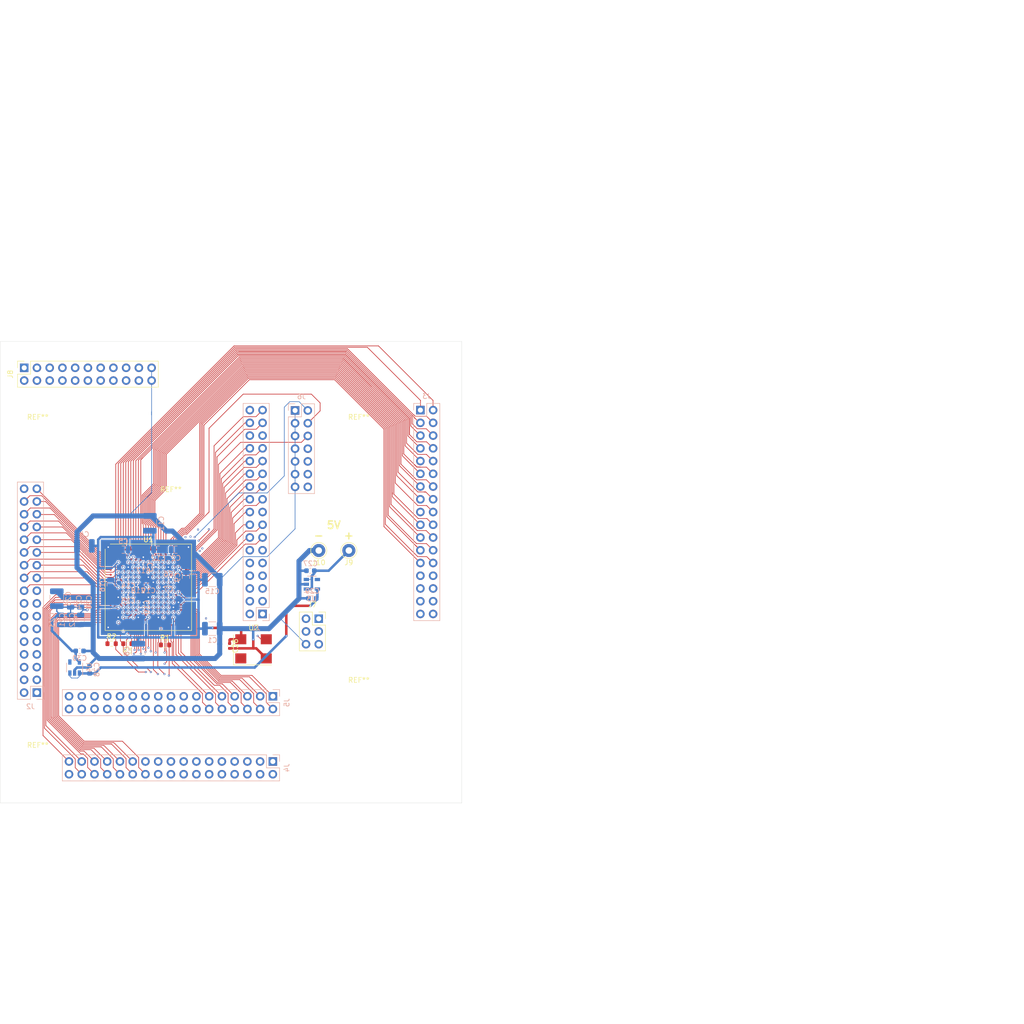
<source format=kicad_pcb>
(kicad_pcb (version 20171130) (host pcbnew "(5.1.9)-1")
  (layers (0 F.Cu mixed) (1 In1.Cu signal) (2 In2.Cu signal) (31 B.Cu mixed) (34 B.Paste user hide) (35 F.Paste user hide) (36 B.SilkS user hide) (37 F.SilkS user) (38 B.Mask user hide) (39 F.Mask user hide) (44 Edge.Cuts user))
  (net 0 "")
  (net 1 /gnd)
  (net 2 "Net-(U1-PadL11)")
  (net 3 "Net-(J1-Pad34)")
  (net 4 "Net-(J1-Pad17)")
  (net 5 "Net-(J2-Pad34)")
  (net 6 "Net-(J2-Pad17)")
  (net 7 "Net-(J3-Pad34)")
  (net 8 "Net-(J3-Pad17)")
  (net 9 "Net-(J4-Pad34)")
  (net 10 "Net-(J4-Pad17)")
  (net 11 "Net-(J5-Pad34)")
  (net 12 "Net-(J5-Pad17)")
  (net 13 /T9-1)
  (net 14 /T13-1)
  (net 15 /T10-1)
  (net 16 /T14-1)
  (net 17 /T11-1)
  (net 18 /T15-1)
  (net 19 /T12-1)
  (net 20 /T16-1)
  (net 21 /T9+1)
  (net 22 /T13+1)
  (net 23 /T10+1)
  (net 24 /T14+1)
  (net 25 /T11+1)
  (net 26 /T15+1)
  (net 27 /T12+1)
  (net 28 /T16+1)
  (net 29 /T8-1)
  (net 30 /T4-1)
  (net 31 /T7-1)
  (net 32 /T3-1)
  (net 33 /T6-1)
  (net 34 /T2-1)
  (net 35 /T5-1)
  (net 36 /T1-1)
  (net 37 /T8+1)
  (net 38 /T4+1)
  (net 39 /T7+1)
  (net 40 /T3+1)
  (net 41 /T6+1)
  (net 42 /T2+1)
  (net 43 /T5+1)
  (net 44 /T1+1)
  (net 45 /T9-2)
  (net 46 /T13-2)
  (net 47 /T10-2)
  (net 48 /T14-2)
  (net 49 /T11-2)
  (net 50 /T15-2)
  (net 51 /T12-2)
  (net 52 /T16-2)
  (net 53 /T9+2)
  (net 54 /T13+2)
  (net 55 /T10+2)
  (net 56 /T14+2)
  (net 57 /T11+2)
  (net 58 /T15+2)
  (net 59 /T12+2)
  (net 60 /T16+2)
  (net 61 /T8-2)
  (net 62 /T4-2)
  (net 63 /T7-2)
  (net 64 /T3-2)
  (net 65 /T6-2)
  (net 66 /T2-2)
  (net 67 /T5-2)
  (net 68 /T1-2)
  (net 69 /T8+2)
  (net 70 /T4+2)
  (net 71 /T7+2)
  (net 72 /T3+2)
  (net 73 /T6+2)
  (net 74 /T2+2)
  (net 75 /T5+2)
  (net 76 /T1+2)
  (net 77 /T9-3)
  (net 78 /T13-3)
  (net 79 /T10-3)
  (net 80 /T14-3)
  (net 81 /T11-3)
  (net 82 /T15-3)
  (net 83 /T12-3)
  (net 84 /T16-3)
  (net 85 /T9+3)
  (net 86 /T13+3)
  (net 87 /T10+3)
  (net 88 /T14+3)
  (net 89 /T11+3)
  (net 90 /T15+3)
  (net 91 /T12+3)
  (net 92 /T16+3)
  (net 93 /T8-3)
  (net 94 /T4-3)
  (net 95 /T7-3)
  (net 96 /T3-3)
  (net 97 /T6-3)
  (net 98 /T2-3)
  (net 99 /T5-3)
  (net 100 /T1-3)
  (net 101 /T8+3)
  (net 102 /T4+3)
  (net 103 /T7+3)
  (net 104 /T3+3)
  (net 105 /T6+3)
  (net 106 /T2+3)
  (net 107 /T5+3)
  (net 108 /T1+3)
  (net 109 /T9-4)
  (net 110 /T13-4)
  (net 111 /T10-4)
  (net 112 /T14-4)
  (net 113 /T11-4)
  (net 114 /T15-4)
  (net 115 /T12-4)
  (net 116 /T16-4)
  (net 117 /T9+4)
  (net 118 /T13+4)
  (net 119 /T10+4)
  (net 120 /T14+4)
  (net 121 /T11+4)
  (net 122 /T15+4)
  (net 123 /T12+4)
  (net 124 /T16+4)
  (net 125 /T8-4)
  (net 126 /T4-4)
  (net 127 /T7-4)
  (net 128 /T3-4)
  (net 129 /T6-4)
  (net 130 /T2-4)
  (net 131 /T5-4)
  (net 132 /T1-4)
  (net 133 /T8+4)
  (net 134 /T4+4)
  (net 135 /T7+4)
  (net 136 /T3+4)
  (net 137 /T6+4)
  (net 138 /T2+4)
  (net 139 /T5+4)
  (net 140 /T1+4)
  (net 141 /T9-5)
  (net 142 /T13-5)
  (net 143 /T10-5)
  (net 144 /T14-5)
  (net 145 /T11-5)
  (net 146 /T15-5)
  (net 147 /T12-5)
  (net 148 /T16-5)
  (net 149 /T9+5)
  (net 150 /T13+5)
  (net 151 /T10+5)
  (net 152 /T14+5)
  (net 153 /T11+5)
  (net 154 /T15+5)
  (net 155 /T12+5)
  (net 156 /T16+5)
  (net 157 /T8-5)
  (net 158 /T4-5)
  (net 159 /T7-5)
  (net 160 /T3-5)
  (net 161 /T6-5)
  (net 162 /T2-5)
  (net 163 /T5-5)
  (net 164 /T1-5)
  (net 165 /T8+5)
  (net 166 /T4+5)
  (net 167 /T7+5)
  (net 168 /T3+5)
  (net 169 /T6+5)
  (net 170 /T2+5)
  (net 171 /T5+5)
  (net 172 /T1+5)
  (net 173 /vcc)
  (net 174 /vcc2)
  (net 175 "Net-(J6-Pad14)")
  (net 176 "Net-(J6-Pad12)")
  (net 177 /tdi)
  (net 178 /tdo)
  (net 179 /tck)
  (net 180 /tms)
  (net 181 /done)
  (net 182 /program_b)
  (net 183 /init_b)
  (net 184 /cclk)
  (net 185 /din)
  (net 186 /extra20)
  (net 187 /extra19)
  (net 188 /extra18)
  (net 189 /extra17)
  (net 190 /extra16)
  (net 191 /extra15)
  (net 192 /extra14)
  (net 193 /extra13)
  (net 194 /extra12)
  (net 195 /extra11)
  (net 196 /extra10)
  (net 197 /extra9)
  (net 198 /extra8)
  (net 199 /extra7)
  (net 200 /extra6)
  (net 201 /extra5)
  (net 202 /extra4)
  (net 203 /extra3)
  (net 204 /extra2)
  (net 205 /extra1)
  (net 206 /vin)
  (net 207 /clk)
  (net 208 "Net-(U2-Pad1)")
  (net 209 "Net-(U3-Pad4)")
  (net 210 "Net-(U4-Pad4)")
  (module Capacitor_SMD:C_1210_3225Metric (layer B.Cu) (at 266.03 216.455 270)
    (fp_text reference C8 (at 0 2.3 90) (layer B.SilkS) (effects (justify mirror)))
    (fp_text value 100u)
    (pad 2 smd roundrect (at 1.475 0 270) (size 1.15 2.7) (layers B.Cu B.Paste B.Mask) (roundrect_rratio 0.217391) (net 1 /gnd))
    (pad 1 smd roundrect (at -1.475 0 270) (size 1.15 2.7) (layers B.Cu B.Paste B.Mask) (roundrect_rratio 0.217391) (net 173 /vcc))
  )
  (module Package_BGA:Xilinx_FTG256 (layer F.Cu) (at 268.03 203.73)
    (fp_text reference U1 (at 0 -9.5) (layer F.SilkS))
    (fp_text value XC6SLX16-FTG256)
    (pad T16 smd circle (at 7.5 7.5) (size 0.4 0.4) (layers F.Cu F.Paste F.Mask) (net 1 /gnd))
    (pad T15 smd circle (at 6.5 7.5) (size 0.4 0.4) (layers F.Cu F.Paste F.Mask) (net 165 /T8+5))
    (pad T14 smd circle (at 5.5 7.5) (size 0.4 0.4) (layers F.Cu F.Paste F.Mask) (net 163 /T5-5))
    (pad T13 smd circle (at 4.5 7.5) (size 0.4 0.4) (layers F.Cu F.Paste F.Mask) (net 161 /T6-5))
    (pad T12 smd circle (at 3.5 7.5) (size 0.4 0.4) (layers F.Cu F.Paste F.Mask) (net 186 /extra20))
    (pad T11 smd circle (at 2.5 7.5) (size 0.4 0.4) (layers F.Cu F.Paste F.Mask) (net 173 /vcc))
    (pad T10 smd circle (at 1.5 7.5) (size 0.4 0.4) (layers F.Cu F.Paste F.Mask) (net 150 /T13+5))
    (pad T9 smd circle (at 0.5 7.5) (size 0.4 0.4) (layers F.Cu F.Paste F.Mask) (net 149 /T9+5))
    (pad T8 smd circle (at -0.5 7.5) (size 0.4 0.4) (layers F.Cu F.Paste F.Mask) (net 147 /T12-5))
    (pad T7 smd circle (at -1.5 7.5) (size 0.4 0.4) (layers F.Cu F.Paste F.Mask) (net 145 /T11-5))
    (pad T6 smd circle (at -2.5 7.5) (size 0.4 0.4) (layers F.Cu F.Paste F.Mask) (net 143 /T10-5))
    (pad T5 smd circle (at -3.5 7.5) (size 0.4 0.4) (layers F.Cu F.Paste F.Mask) (net 141 /T9-5))
    (pad T4 smd circle (at -4.5 7.5) (size 0.4 0.4) (layers F.Cu F.Paste F.Mask) (net 132 /T1-4))
    (pad T3 smd circle (at -5.5 7.5) (size 0.4 0.4) (layers F.Cu F.Paste F.Mask) (net 128 /T3-4))
    (pad T2 smd circle (at -6.5 7.5) (size 0.4 0.4) (layers F.Cu F.Paste F.Mask) (net 182 /program_b))
    (pad T1 smd circle (at -7.5 7.5) (size 0.4 0.4) (layers F.Cu F.Paste F.Mask) (net 1 /gnd))
    (pad R16 smd circle (at 7.5 6.5) (size 0.4 0.4) (layers F.Cu F.Paste F.Mask) (net 166 /T4+5))
    (pad R15 smd circle (at 6.5 6.5) (size 0.4 0.4) (layers F.Cu F.Paste F.Mask) (net 164 /T1-5))
    (pad R14 smd circle (at 5.5 6.5) (size 0.4 0.4) (layers F.Cu F.Paste F.Mask) (net 162 /T2-5))
    (pad R13 smd circle (at 4.5 6.5) (size 0.4 0.4) (layers F.Cu F.Paste F.Mask) (net 173 /vcc))
    (pad R12 smd circle (at 3.5 6.5) (size 0.4 0.4) (layers F.Cu F.Paste F.Mask) (net 151 /T10+5))
    (pad R11 smd circle (at 2.5 6.5) (size 0.4 0.4) (layers F.Cu F.Paste F.Mask) (net 184 /cclk))
    (pad R10 smd circle (at 1.5 6.5) (size 0.4 0.4) (layers F.Cu F.Paste F.Mask) (net 1 /gnd))
    (pad R9 smd circle (at 0.5 6.5) (size 0.4 0.4) (layers F.Cu F.Paste F.Mask) (net 148 /T16-5))
    (pad R8 smd circle (at -0.5 6.5) (size 0.4 0.4) (layers F.Cu F.Paste F.Mask) (net 173 /vcc))
    (pad R7 smd circle (at -1.5 6.5) (size 0.4 0.4) (layers F.Cu F.Paste F.Mask) (net 144 /T14-5))
    (pad R6 smd circle (at -2.5 6.5) (size 0.4 0.4) (layers F.Cu F.Paste F.Mask) (net 1 /gnd))
    (pad R5 smd circle (at -3.5 6.5) (size 0.4 0.4) (layers F.Cu F.Paste F.Mask) (net 142 /T13-5))
    (pad R4 smd circle (at -4.5 6.5) (size 0.4 0.4) (layers F.Cu F.Paste F.Mask) (net 173 /vcc))
    (pad R3 smd circle (at -5.5 6.5) (size 0.4 0.4) (layers F.Cu F.Paste F.Mask) (net 183 /init_b))
    (pad R2 smd circle (at -6.5 6.5) (size 0.4 0.4) (layers F.Cu F.Paste F.Mask) (net 120 /T14+4))
    (pad R1 smd circle (at -7.5 6.5) (size 0.4 0.4) (layers F.Cu F.Paste F.Mask) (net 119 /T10+4))
    (pad P16 smd circle (at 7.5 5.5) (size 0.4 0.4) (layers F.Cu F.Paste F.Mask) (net 167 /T7+5))
    (pad P15 smd circle (at 6.5 5.5) (size 0.4 0.4) (layers F.Cu F.Paste F.Mask) (net 168 /T3+5))
    (pad P14 smd circle (at 5.5 5.5) (size 0.4 0.4) (layers F.Cu F.Paste F.Mask) (net 1 /gnd))
    (pad P13 smd circle (at 4.5 5.5) (size 0.4 0.4) (layers F.Cu F.Paste F.Mask) (net 181 /done))
    (pad P12 smd circle (at 3.5 5.5) (size 0.4 0.4) (layers F.Cu F.Paste F.Mask) (net 158 /T4-5))
    (pad P11 smd circle (at 2.5 5.5) (size 0.4 0.4) (layers F.Cu F.Paste F.Mask) (net 159 /T7-5))
    (pad P10 smd circle (at 1.5 5.5) (size 0.4 0.4) (layers F.Cu F.Paste F.Mask) (net 185 /din))
    (pad P9 smd circle (at 0.5 5.5) (size 0.4 0.4) (layers F.Cu F.Paste F.Mask) (net 156 /T16+5))
    (pad P8 smd circle (at -0.5 5.5) (size 0.4 0.4) (layers F.Cu F.Paste F.Mask) (net 146 /T15-5))
    (pad P7 smd circle (at -1.5 5.5) (size 0.4 0.4) (layers F.Cu F.Paste F.Mask) (net 153 /T11+5))
    (pad P6 smd circle (at -2.5 5.5) (size 0.4 0.4) (layers F.Cu F.Paste F.Mask) (net 130 /T2-4))
    (pad P5 smd circle (at -3.5 5.5) (size 0.4 0.4) (layers F.Cu F.Paste F.Mask) (net 133 /T8+4))
    (pad P4 smd circle (at -4.5 5.5) (size 0.4 0.4) (layers F.Cu F.Paste F.Mask) (net 127 /T7-4))
    (pad P3 smd circle (at -5.5 5.5) (size 0.4 0.4) (layers F.Cu F.Paste F.Mask) (net 1 /gnd))
    (pad P2 smd circle (at -6.5 5.5) (size 0.4 0.4) (layers F.Cu F.Paste F.Mask) (net 118 /T13+4))
    (pad P1 smd circle (at -7.5 5.5) (size 0.4 0.4) (layers F.Cu F.Paste F.Mask) (net 117 /T9+4))
    (pad N16 smd circle (at 7.5 4.5) (size 0.4 0.4) (layers F.Cu F.Paste F.Mask) (net 169 /T6+5))
    (pad N15 smd circle (at 6.5 4.5) (size 0.4 0.4) (layers F.Cu F.Paste F.Mask) (net 173 /vcc))
    (pad N14 smd circle (at 5.5 4.5) (size 0.4 0.4) (layers F.Cu F.Paste F.Mask) (net 44 /T1+1))
    (pad N13 smd circle (at 4.5 4.5) (size 0.4 0.4) (layers F.Cu F.Paste F.Mask) (net 1 /gnd))
    (pad N12 smd circle (at 3.5 4.5) (size 0.4 0.4) (layers F.Cu F.Paste F.Mask) (net 160 /T3-5))
    (pad N11 smd circle (at 2.5 4.5) (size 0.4 0.4) (layers F.Cu F.Paste F.Mask) (net 173 /vcc))
    (pad N10 smd circle (at 1.5 4.5) (size 0.4 0.4) (layers F.Cu F.Paste F.Mask) (net 173 /vcc))
    (pad N9 smd circle (at 0.5 4.5) (size 0.4 0.4) (layers F.Cu F.Paste F.Mask) (net 157 /T8-5))
    (pad N8 smd circle (at -0.5 4.5) (size 0.4 0.4) (layers F.Cu F.Paste F.Mask) (net 155 /T12+5))
    (pad N7 smd circle (at -1.5 4.5) (size 0.4 0.4) (layers F.Cu F.Paste F.Mask) (net 173 /vcc))
    (pad N6 smd circle (at -2.5 4.5) (size 0.4 0.4) (layers F.Cu F.Paste F.Mask) (net 152 /T14+5))
    (pad N5 smd circle (at -3.5 4.5) (size 0.4 0.4) (layers F.Cu F.Paste F.Mask) (net 131 /T5-4))
    (pad N4 smd circle (at -4.5 4.5) (size 0.4 0.4) (layers F.Cu F.Paste F.Mask) (net 125 /T8-4))
    (pad N3 smd circle (at -5.5 4.5) (size 0.4 0.4) (layers F.Cu F.Paste F.Mask) (net 116 /T16-4))
    (pad N2 smd circle (at -6.5 4.5) (size 0.4 0.4) (layers F.Cu F.Paste F.Mask) (net 173 /vcc))
    (pad N1 smd circle (at -7.5 4.5) (size 0.4 0.4) (layers F.Cu F.Paste F.Mask) (net 115 /T12-4))
    (pad M16 smd circle (at 7.5 3.5) (size 0.4 0.4) (layers F.Cu F.Paste F.Mask) (net 171 /T5+5))
    (pad M15 smd circle (at 6.5 3.5) (size 0.4 0.4) (layers F.Cu F.Paste F.Mask) (net 172 /T1+5))
    (pad M14 smd circle (at 5.5 3.5) (size 0.4 0.4) (layers F.Cu F.Paste F.Mask) (net 170 /T2+5))
    (pad M13 smd circle (at 4.5 3.5) (size 0.4 0.4) (layers F.Cu F.Paste F.Mask) (net 43 /T5+1))
    (pad M12 smd circle (at 3.5 3.5) (size 0.4 0.4) (layers F.Cu F.Paste F.Mask) (net 139 /T5+4))
    (pad M11 smd circle (at 2.5 3.5) (size 0.4 0.4) (layers F.Cu F.Paste F.Mask) (net 140 /T1+4))
    (pad M10 smd circle (at 1.5 3.5) (size 0.4 0.4) (layers F.Cu F.Paste F.Mask) (net 137 /T6+4))
    (pad M9 smd circle (at 0.5 3.5) (size 0.4 0.4) (layers F.Cu F.Paste F.Mask) (net 154 /T15+5))
    (pad M8 smd circle (at -0.5 3.5) (size 0.4 0.4) (layers F.Cu F.Paste F.Mask) (net 1 /gnd))
    (pad M7 smd circle (at -1.5 3.5) (size 0.4 0.4) (layers F.Cu F.Paste F.Mask) (net 135 /T7+4))
    (pad M6 smd circle (at -2.5 3.5) (size 0.4 0.4) (layers F.Cu F.Paste F.Mask) (net 129 /T6-4))
    (pad M5 smd circle (at -3.5 3.5) (size 0.4 0.4) (layers F.Cu F.Paste F.Mask) (net 126 /T4-4))
    (pad M4 smd circle (at -4.5 3.5) (size 0.4 0.4) (layers F.Cu F.Paste F.Mask) (net 122 /T15+4))
    (pad M3 smd circle (at -5.5 3.5) (size 0.4 0.4) (layers F.Cu F.Paste F.Mask) (net 124 /T16+4))
    (pad M2 smd circle (at -6.5 3.5) (size 0.4 0.4) (layers F.Cu F.Paste F.Mask) (net 114 /T15-4))
    (pad M1 smd circle (at -7.5 3.5) (size 0.4 0.4) (layers F.Cu F.Paste F.Mask) (net 113 /T11-4))
    (pad L16 smd circle (at 7.5 2.5) (size 0.4 0.4) (layers F.Cu F.Paste F.Mask) (net 32 /T3-1))
    (pad L15 smd circle (at 6.5 2.5) (size 0.4 0.4) (layers F.Cu F.Paste F.Mask) (net 1 /gnd))
    (pad L14 smd circle (at 5.5 2.5) (size 0.4 0.4) (layers F.Cu F.Paste F.Mask) (net 41 /T6+1))
    (pad L13 smd circle (at 4.5 2.5) (size 0.4 0.4) (layers F.Cu F.Paste F.Mask) (net 40 /T3+1))
    (pad L12 smd circle (at 3.5 2.5) (size 0.4 0.4) (layers F.Cu F.Paste F.Mask) (net 42 /T2+1))
    (pad L11 smd circle (at 2.5 2.5) (size 0.4 0.4) (layers F.Cu F.Paste F.Mask) (net 2 "Net-(U1-PadL11)"))
    (pad L10 smd circle (at 1.5 2.5) (size 0.4 0.4) (layers F.Cu F.Paste F.Mask) (net 138 /T2+4))
    (pad L9 smd circle (at 0.5 2.5) (size 0.4 0.4) (layers F.Cu F.Paste F.Mask) (net 173 /vcc))
    (pad L8 smd circle (at -0.5 2.5) (size 0.4 0.4) (layers F.Cu F.Paste F.Mask) (net 136 /T3+4))
    (pad L7 smd circle (at -1.5 2.5) (size 0.4 0.4) (layers F.Cu F.Paste F.Mask) (net 134 /T4+4))
    (pad L6 smd circle (at -2.5 2.5) (size 0.4 0.4) (layers F.Cu F.Paste F.Mask) (net 173 /vcc))
    (pad L5 smd circle (at -3.5 2.5) (size 0.4 0.4) (layers F.Cu F.Paste F.Mask) (net 123 /T12+4))
    (pad L4 smd circle (at -4.5 2.5) (size 0.4 0.4) (layers F.Cu F.Paste F.Mask) (net 76 /T1+2))
    (pad L3 smd circle (at -5.5 2.5) (size 0.4 0.4) (layers F.Cu F.Paste F.Mask) (net 112 /T14-4))
    (pad L2 smd circle (at -6.5 2.5) (size 0.4 0.4) (layers F.Cu F.Paste F.Mask) (net 1 /gnd))
    (pad L1 smd circle (at -7.5 2.5) (size 0.4 0.4) (layers F.Cu F.Paste F.Mask) (net 111 /T10-4))
    (pad K16 smd circle (at 7.5 1.5) (size 0.4 0.4) (layers F.Cu F.Paste F.Mask) (net 30 /T4-1))
    (pad K15 smd circle (at 6.5 1.5) (size 0.4 0.4) (layers F.Cu F.Paste F.Mask) (net 29 /T8-1))
    (pad K14 smd circle (at 5.5 1.5) (size 0.4 0.4) (layers F.Cu F.Paste F.Mask) (net 31 /T7-1))
    (pad K13 smd circle (at 4.5 1.5) (size 0.4 0.4) (layers F.Cu F.Paste F.Mask) (net 173 /vcc))
    (pad K12 smd circle (at 3.5 1.5) (size 0.4 0.4) (layers F.Cu F.Paste F.Mask) (net 39 /T7+1))
    (pad K11 smd circle (at 2.5 1.5) (size 0.4 0.4) (layers F.Cu F.Paste F.Mask) (net 207 /clk))
    (pad K10 smd circle (at 1.5 1.5) (size 0.4 0.4) (layers F.Cu F.Paste F.Mask) (net 174 /vcc2))
    (pad K9 smd circle (at 0.5 1.5) (size 0.4 0.4) (layers F.Cu F.Paste F.Mask) (net 1 /gnd))
    (pad K8 smd circle (at -0.5 1.5) (size 0.4 0.4) (layers F.Cu F.Paste F.Mask) (net 174 /vcc2))
    (pad K7 smd circle (at -1.5 1.5) (size 0.4 0.4) (layers F.Cu F.Paste F.Mask) (net 1 /gnd))
    (pad K6 smd circle (at -2.5 1.5) (size 0.4 0.4) (layers F.Cu F.Paste F.Mask) (net 66 /T2-2))
    (pad K5 smd circle (at -3.5 1.5) (size 0.4 0.4) (layers F.Cu F.Paste F.Mask) (net 121 /T11+4))
    (pad K4 smd circle (at -4.5 1.5) (size 0.4 0.4) (layers F.Cu F.Paste F.Mask) (net 173 /vcc))
    (pad K3 smd circle (at -5.5 1.5) (size 0.4 0.4) (layers F.Cu F.Paste F.Mask) (net 60 /T16+2))
    (pad K2 smd circle (at -6.5 1.5) (size 0.4 0.4) (layers F.Cu F.Paste F.Mask) (net 110 /T13-4))
    (pad K1 smd circle (at -7.5 1.5) (size 0.4 0.4) (layers F.Cu F.Paste F.Mask) (net 109 /T9-4))
    (pad J16 smd circle (at 7.5 0.5) (size 0.4 0.4) (layers F.Cu F.Paste F.Mask) (net 28 /T16+1))
    (pad J15 smd circle (at 6.5 0.5) (size 0.4 0.4) (layers F.Cu F.Paste F.Mask) (net 173 /vcc))
    (pad J14 smd circle (at 5.5 0.5) (size 0.4 0.4) (layers F.Cu F.Paste F.Mask) (net 38 /T4+1))
    (pad J13 smd circle (at 4.5 0.5) (size 0.4 0.4) (layers F.Cu F.Paste F.Mask) (net 37 /T8+1))
    (pad J12 smd circle (at 3.5 0.5) (size 0.4 0.4) (layers F.Cu F.Paste F.Mask) (net 36 /T1-1))
    (pad J11 smd circle (at 2.5 0.5) (size 0.4 0.4) (layers F.Cu F.Paste F.Mask) (net 189 /extra17))
    (pad J10 smd circle (at 1.5 0.5) (size 0.4 0.4) (layers F.Cu F.Paste F.Mask) (net 173 /vcc))
    (pad J9 smd circle (at 0.5 0.5) (size 0.4 0.4) (layers F.Cu F.Paste F.Mask) (net 174 /vcc2))
    (pad J8 smd circle (at -0.5 0.5) (size 0.4 0.4) (layers F.Cu F.Paste F.Mask) (net 1 /gnd))
    (pad J7 smd circle (at -1.5 0.5) (size 0.4 0.4) (layers F.Cu F.Paste F.Mask) (net 174 /vcc2))
    (pad J6 smd circle (at -2.5 0.5) (size 0.4 0.4) (layers F.Cu F.Paste F.Mask) (net 65 /T6-2))
    (pad J5 smd circle (at -3.5 0.5) (size 0.4 0.4) (layers F.Cu F.Paste F.Mask) (net 1 /gnd))
    (pad J4 smd circle (at -4.5 0.5) (size 0.4 0.4) (layers F.Cu F.Paste F.Mask) (net 73 /T6+2))
    (pad J3 smd circle (at -5.5 0.5) (size 0.4 0.4) (layers F.Cu F.Paste F.Mask) (net 75 /T5+2))
    (pad J2 smd circle (at -6.5 0.5) (size 0.4 0.4) (layers F.Cu F.Paste F.Mask) (net 173 /vcc))
    (pad J1 smd circle (at -7.5 0.5) (size 0.4 0.4) (layers F.Cu F.Paste F.Mask) (net 59 /T12+2))
    (pad H16 smd circle (at 7.5 -0.5) (size 0.4 0.4) (layers F.Cu F.Paste F.Mask) (net 26 /T15+1))
    (pad H15 smd circle (at 6.5 -0.5) (size 0.4 0.4) (layers F.Cu F.Paste F.Mask) (net 25 /T11+1))
    (pad H14 smd circle (at 5.5 -0.5) (size 0.4 0.4) (layers F.Cu F.Paste F.Mask) (net 27 /T12+1))
    (pad H13 smd circle (at 4.5 -0.5) (size 0.4 0.4) (layers F.Cu F.Paste F.Mask) (net 191 /extra15))
    (pad H12 smd circle (at 3.5 -0.5) (size 0.4 0.4) (layers F.Cu F.Paste F.Mask) (net 1 /gnd))
    (pad H11 smd circle (at 2.5 -0.5) (size 0.4 0.4) (layers F.Cu F.Paste F.Mask) (net 193 /extra13))
    (pad H10 smd circle (at 1.5 -0.5) (size 0.4 0.4) (layers F.Cu F.Paste F.Mask) (net 174 /vcc2))
    (pad H9 smd circle (at 0.5 -0.5) (size 0.4 0.4) (layers F.Cu F.Paste F.Mask) (net 1 /gnd))
    (pad H8 smd circle (at -0.5 -0.5) (size 0.4 0.4) (layers F.Cu F.Paste F.Mask) (net 174 /vcc2))
    (pad H7 smd circle (at -1.5 -0.5) (size 0.4 0.4) (layers F.Cu F.Paste F.Mask) (net 1 /gnd))
    (pad H6 smd circle (at -2.5 -0.5) (size 0.4 0.4) (layers F.Cu F.Paste F.Mask) (net 173 /vcc))
    (pad H5 smd circle (at -3.5 -0.5) (size 0.4 0.4) (layers F.Cu F.Paste F.Mask) (net 64 /T3-2))
    (pad H4 smd circle (at -4.5 -0.5) (size 0.4 0.4) (layers F.Cu F.Paste F.Mask) (net 74 /T2+2))
    (pad H3 smd circle (at -5.5 -0.5) (size 0.4 0.4) (layers F.Cu F.Paste F.Mask) (net 56 /T14+2))
    (pad H2 smd circle (at -6.5 -0.5) (size 0.4 0.4) (layers F.Cu F.Paste F.Mask) (net 58 /T15+2))
    (pad H1 smd circle (at -7.5 -0.5) (size 0.4 0.4) (layers F.Cu F.Paste F.Mask) (net 57 /T11+2))
    (pad G16 smd circle (at 7.5 -1.5) (size 0.4 0.4) (layers F.Cu F.Paste F.Mask) (net 24 /T14+1))
    (pad G15 smd circle (at 6.5 -1.5) (size 0.4 0.4) (layers F.Cu F.Paste F.Mask) (net 1 /gnd))
    (pad G14 smd circle (at 5.5 -1.5) (size 0.4 0.4) (layers F.Cu F.Paste F.Mask) (net 35 /T5-1))
    (pad G13 smd circle (at 4.5 -1.5) (size 0.4 0.4) (layers F.Cu F.Paste F.Mask) (net 173 /vcc))
    (pad G12 smd circle (at 3.5 -1.5) (size 0.4 0.4) (layers F.Cu F.Paste F.Mask) (net 190 /extra16))
    (pad G11 smd circle (at 2.5 -1.5) (size 0.4 0.4) (layers F.Cu F.Paste F.Mask) (net 200 /extra6))
    (pad G10 smd circle (at 1.5 -1.5) (size 0.4 0.4) (layers F.Cu F.Paste F.Mask) (net 173 /vcc))
    (pad G9 smd circle (at 0.5 -1.5) (size 0.4 0.4) (layers F.Cu F.Paste F.Mask) (net 174 /vcc2))
    (pad G8 smd circle (at -0.5 -1.5) (size 0.4 0.4) (layers F.Cu F.Paste F.Mask) (net 1 /gnd))
    (pad G7 smd circle (at -1.5 -1.5) (size 0.4 0.4) (layers F.Cu F.Paste F.Mask) (net 174 /vcc2))
    (pad G6 smd circle (at -2.5 -1.5) (size 0.4 0.4) (layers F.Cu F.Paste F.Mask) (net 61 /T8-2))
    (pad G5 smd circle (at -3.5 -1.5) (size 0.4 0.4) (layers F.Cu F.Paste F.Mask) (net 62 /T4-2))
    (pad G4 smd circle (at -4.5 -1.5) (size 0.4 0.4) (layers F.Cu F.Paste F.Mask) (net 173 /vcc))
    (pad G3 smd circle (at -5.5 -1.5) (size 0.4 0.4) (layers F.Cu F.Paste F.Mask) (net 72 /T3+2))
    (pad G2 smd circle (at -6.5 -1.5) (size 0.4 0.4) (layers F.Cu F.Paste F.Mask) (net 1 /gnd))
    (pad G1 smd circle (at -7.5 -1.5) (size 0.4 0.4) (layers F.Cu F.Paste F.Mask) (net 55 /T10+2))
    (pad F16 smd circle (at 7.5 -2.5) (size 0.4 0.4) (layers F.Cu F.Paste F.Mask) (net 22 /T13+1))
    (pad F15 smd circle (at 6.5 -2.5) (size 0.4 0.4) (layers F.Cu F.Paste F.Mask) (net 21 /T9+1))
    (pad F14 smd circle (at 5.5 -2.5) (size 0.4 0.4) (layers F.Cu F.Paste F.Mask) (net 23 /T10+1))
    (pad F13 smd circle (at 4.5 -2.5) (size 0.4 0.4) (layers F.Cu F.Paste F.Mask) (net 34 /T2-1))
    (pad F12 smd circle (at 3.5 -2.5) (size 0.4 0.4) (layers F.Cu F.Paste F.Mask) (net 192 /extra14))
    (pad F11 smd circle (at 2.5 -2.5) (size 0.4 0.4) (layers F.Cu F.Paste F.Mask) (net 173 /vcc))
    (pad F10 smd circle (at 1.5 -2.5) (size 0.4 0.4) (layers F.Cu F.Paste F.Mask) (net 196 /extra10))
    (pad F9 smd circle (at 0.5 -2.5) (size 0.4 0.4) (layers F.Cu F.Paste F.Mask) (net 194 /extra12))
    (pad F8 smd circle (at -0.5 -2.5) (size 0.4 0.4) (layers F.Cu F.Paste F.Mask) (net 173 /vcc))
    (pad F7 smd circle (at -1.5 -2.5) (size 0.4 0.4) (layers F.Cu F.Paste F.Mask) (net 204 /extra2))
    (pad F6 smd circle (at -2.5 -2.5) (size 0.4 0.4) (layers F.Cu F.Paste F.Mask) (net 63 /T7-2))
    (pad F5 smd circle (at -3.5 -2.5) (size 0.4 0.4) (layers F.Cu F.Paste F.Mask) (net 68 /T1-2))
    (pad F4 smd circle (at -4.5 -2.5) (size 0.4 0.4) (layers F.Cu F.Paste F.Mask) (net 71 /T7+2))
    (pad F3 smd circle (at -5.5 -2.5) (size 0.4 0.4) (layers F.Cu F.Paste F.Mask) (net 69 /T8+2))
    (pad F2 smd circle (at -6.5 -2.5) (size 0.4 0.4) (layers F.Cu F.Paste F.Mask) (net 54 /T13+2))
    (pad F1 smd circle (at -7.5 -2.5) (size 0.4 0.4) (layers F.Cu F.Paste F.Mask) (net 53 /T9+2))
    (pad E16 smd circle (at 7.5 -3.5) (size 0.4 0.4) (layers F.Cu F.Paste F.Mask) (net 20 /T16-1))
    (pad E15 smd circle (at 6.5 -3.5) (size 0.4 0.4) (layers F.Cu F.Paste F.Mask) (net 19 /T12-1))
    (pad E14 smd circle (at 5.5 -3.5) (size 0.4 0.4) (layers F.Cu F.Paste F.Mask) (net 178 /tdo))
    (pad E13 smd circle (at 4.5 -3.5) (size 0.4 0.4) (layers F.Cu F.Paste F.Mask) (net 33 /T6-1))
    (pad E12 smd circle (at 3.5 -3.5) (size 0.4 0.4) (layers F.Cu F.Paste F.Mask) (net 17 /T11-1))
    (pad E11 smd circle (at 2.5 -3.5) (size 0.4 0.4) (layers F.Cu F.Paste F.Mask) (net 78 /T13-3))
    (pad E10 smd circle (at 1.5 -3.5) (size 0.4 0.4) (layers F.Cu F.Paste F.Mask) (net 80 /T14-3))
    (pad E9 smd circle (at 0.5 -3.5) (size 0.4 0.4) (layers F.Cu F.Paste F.Mask) (net 1 /gnd))
    (pad E8 smd circle (at -0.5 -3.5) (size 0.4 0.4) (layers F.Cu F.Paste F.Mask) (net 198 /extra8))
    (pad E7 smd circle (at -1.5 -3.5) (size 0.4 0.4) (layers F.Cu F.Paste F.Mask) (net 202 /extra4))
    (pad E6 smd circle (at -2.5 -3.5) (size 0.4 0.4) (layers F.Cu F.Paste F.Mask) (net 203 /extra3))
    (pad E5 smd circle (at -3.5 -3.5) (size 0.4 0.4) (layers F.Cu F.Paste F.Mask) (net 173 /vcc))
    (pad E4 smd circle (at -4.5 -3.5) (size 0.4 0.4) (layers F.Cu F.Paste F.Mask) (net 70 /T4+2))
    (pad E3 smd circle (at -5.5 -3.5) (size 0.4 0.4) (layers F.Cu F.Paste F.Mask) (net 50 /T15-2))
    (pad E2 smd circle (at -6.5 -3.5) (size 0.4 0.4) (layers F.Cu F.Paste F.Mask) (net 52 /T16-2))
    (pad E1 smd circle (at -7.5 -3.5) (size 0.4 0.4) (layers F.Cu F.Paste F.Mask) (net 51 /T12-2))
    (pad D16 smd circle (at 7.5 -4.5) (size 0.4 0.4) (layers F.Cu F.Paste F.Mask) (net 18 /T15-1))
    (pad D15 smd circle (at 6.5 -4.5) (size 0.4 0.4) (layers F.Cu F.Paste F.Mask) (net 173 /vcc))
    (pad D14 smd circle (at 5.5 -4.5) (size 0.4 0.4) (layers F.Cu F.Paste F.Mask) (net 16 /T14-1))
    (pad D13 smd circle (at 4.5 -4.5) (size 0.4 0.4) (layers F.Cu F.Paste F.Mask) (net 1 /gnd))
    (pad D12 smd circle (at 3.5 -4.5) (size 0.4 0.4) (layers F.Cu F.Paste F.Mask) (net 77 /T9-3))
    (pad D11 smd circle (at 2.5 -4.5) (size 0.4 0.4) (layers F.Cu F.Paste F.Mask) (net 79 /T10-3))
    (pad D10 smd circle (at 1.5 -4.5) (size 0.4 0.4) (layers F.Cu F.Paste F.Mask) (net 173 /vcc))
    (pad D9 smd circle (at 0.5 -4.5) (size 0.4 0.4) (layers F.Cu F.Paste F.Mask) (net 83 /T12-3))
    (pad D8 smd circle (at -0.5 -4.5) (size 0.4 0.4) (layers F.Cu F.Paste F.Mask) (net 195 /extra11))
    (pad D7 smd circle (at -1.5 -4.5) (size 0.4 0.4) (layers F.Cu F.Paste F.Mask) (net 173 /vcc))
    (pad D6 smd circle (at -2.5 -4.5) (size 0.4 0.4) (layers F.Cu F.Paste F.Mask) (net 199 /extra7))
    (pad D5 smd circle (at -3.5 -4.5) (size 0.4 0.4) (layers F.Cu F.Paste F.Mask) (net 205 /extra1))
    (pad D4 smd circle (at -4.5 -4.5) (size 0.4 0.4) (layers F.Cu F.Paste F.Mask) (net 1 /gnd))
    (pad D3 smd circle (at -5.5 -4.5) (size 0.4 0.4) (layers F.Cu F.Paste F.Mask) (net 67 /T5-2))
    (pad D2 smd circle (at -6.5 -4.5) (size 0.4 0.4) (layers F.Cu F.Paste F.Mask) (net 173 /vcc))
    (pad D1 smd circle (at -7.5 -4.5) (size 0.4 0.4) (layers F.Cu F.Paste F.Mask) (net 49 /T11-2))
    (pad C16 smd circle (at 7.5 -5.5) (size 0.4 0.4) (layers F.Cu F.Paste F.Mask) (net 15 /T10-1))
    (pad C15 smd circle (at 6.5 -5.5) (size 0.4 0.4) (layers F.Cu F.Paste F.Mask) (net 14 /T13-1))
    (pad C14 smd circle (at 5.5 -5.5) (size 0.4 0.4) (layers F.Cu F.Paste F.Mask) (net 179 /tck))
    (pad C13 smd circle (at 4.5 -5.5) (size 0.4 0.4) (layers F.Cu F.Paste F.Mask) (net 187 /extra19))
    (pad C12 smd circle (at 3.5 -5.5) (size 0.4 0.4) (layers F.Cu F.Paste F.Mask) (net 177 /tdi))
    (pad C11 smd circle (at 2.5 -5.5) (size 0.4 0.4) (layers F.Cu F.Paste F.Mask) (net 81 /T11-3))
    (pad C10 smd circle (at 1.5 -5.5) (size 0.4 0.4) (layers F.Cu F.Paste F.Mask) (net 90 /T15+3))
    (pad C9 smd circle (at 0.5 -5.5) (size 0.4 0.4) (layers F.Cu F.Paste F.Mask) (net 82 /T15-3))
    (pad C8 smd circle (at -0.5 -5.5) (size 0.4 0.4) (layers F.Cu F.Paste F.Mask) (net 96 /T3-3))
    (pad C7 smd circle (at -1.5 -5.5) (size 0.4 0.4) (layers F.Cu F.Paste F.Mask) (net 197 /extra9))
    (pad C6 smd circle (at -2.5 -5.5) (size 0.4 0.4) (layers F.Cu F.Paste F.Mask) (net 100 /T1-3))
    (pad C5 smd circle (at -3.5 -5.5) (size 0.4 0.4) (layers F.Cu F.Paste F.Mask) (net 201 /extra5))
    (pad C4 smd circle (at -4.5 -5.5) (size 0.4 0.4) (layers F.Cu F.Paste F.Mask) (net 1 /gnd))
    (pad C3 smd circle (at -5.5 -5.5) (size 0.4 0.4) (layers F.Cu F.Paste F.Mask) (net 106 /T2+3))
    (pad C2 smd circle (at -6.5 -5.5) (size 0.4 0.4) (layers F.Cu F.Paste F.Mask) (net 48 /T14-2))
    (pad C1 smd circle (at -7.5 -5.5) (size 0.4 0.4) (layers F.Cu F.Paste F.Mask) (net 47 /T10-2))
    (pad B16 smd circle (at 7.5 -6.5) (size 0.4 0.4) (layers F.Cu F.Paste F.Mask) (net 13 /T9-1))
    (pad B15 smd circle (at 6.5 -6.5) (size 0.4 0.4) (layers F.Cu F.Paste F.Mask) (net 85 /T9+3))
    (pad B14 smd circle (at 5.5 -6.5) (size 0.4 0.4) (layers F.Cu F.Paste F.Mask) (net 87 /T10+3))
    (pad B13 smd circle (at 4.5 -6.5) (size 0.4 0.4) (layers F.Cu F.Paste F.Mask) (net 173 /vcc))
    (pad B12 smd circle (at 3.5 -6.5) (size 0.4 0.4) (layers F.Cu F.Paste F.Mask) (net 88 /T14+3))
    (pad B11 smd circle (at 2.5 -6.5) (size 0.4 0.4) (layers F.Cu F.Paste F.Mask) (net 1 /gnd))
    (pad B10 smd circle (at 1.5 -6.5) (size 0.4 0.4) (layers F.Cu F.Paste F.Mask) (net 94 /T4-3))
    (pad B9 smd circle (at 0.5 -6.5) (size 0.4 0.4) (layers F.Cu F.Paste F.Mask) (net 173 /vcc))
    (pad B8 smd circle (at -0.5 -6.5) (size 0.4 0.4) (layers F.Cu F.Paste F.Mask) (net 98 /T2-3))
    (pad B7 smd circle (at -1.5 -6.5) (size 0.4 0.4) (layers F.Cu F.Paste F.Mask) (net 1 /gnd))
    (pad B6 smd circle (at -2.5 -6.5) (size 0.4 0.4) (layers F.Cu F.Paste F.Mask) (net 102 /T4+3))
    (pad B5 smd circle (at -3.5 -6.5) (size 0.4 0.4) (layers F.Cu F.Paste F.Mask) (net 104 /T3+3))
    (pad B4 smd circle (at -4.5 -6.5) (size 0.4 0.4) (layers F.Cu F.Paste F.Mask) (net 173 /vcc))
    (pad B3 smd circle (at -5.5 -6.5) (size 0.4 0.4) (layers F.Cu F.Paste F.Mask) (net 108 /T1+3))
    (pad B2 smd circle (at -6.5 -6.5) (size 0.4 0.4) (layers F.Cu F.Paste F.Mask) (net 46 /T13-2))
    (pad B1 smd circle (at -7.5 -6.5) (size 0.4 0.4) (layers F.Cu F.Paste F.Mask) (net 45 /T9-2))
    (pad A16 smd circle (at 7.5 -7.5) (size 0.4 0.4) (layers F.Cu F.Paste F.Mask) (net 1 /gnd))
    (pad A15 smd circle (at 6.5 -7.5) (size 0.4 0.4) (layers F.Cu F.Paste F.Mask) (net 180 /tms))
    (pad A14 smd circle (at 5.5 -7.5) (size 0.4 0.4) (layers F.Cu F.Paste F.Mask) (net 84 /T16-3))
    (pad A13 smd circle (at 4.5 -7.5) (size 0.4 0.4) (layers F.Cu F.Paste F.Mask) (net 86 /T13+3))
    (pad A12 smd circle (at 3.5 -7.5) (size 0.4 0.4) (layers F.Cu F.Paste F.Mask) (net 89 /T11+3))
    (pad A11 smd circle (at 2.5 -7.5) (size 0.4 0.4) (layers F.Cu F.Paste F.Mask) (net 91 /T12+3))
    (pad A10 smd circle (at 1.5 -7.5) (size 0.4 0.4) (layers F.Cu F.Paste F.Mask) (net 92 /T16+3))
    (pad A9 smd circle (at 0.5 -7.5) (size 0.4 0.4) (layers F.Cu F.Paste F.Mask) (net 93 /T8-3))
    (pad A8 smd circle (at -0.5 -7.5) (size 0.4 0.4) (layers F.Cu F.Paste F.Mask) (net 95 /T7-3))
    (pad A7 smd circle (at -1.5 -7.5) (size 0.4 0.4) (layers F.Cu F.Paste F.Mask) (net 97 /T6-3))
    (pad A6 smd circle (at -2.5 -7.5) (size 0.4 0.4) (layers F.Cu F.Paste F.Mask) (net 99 /T5-3))
    (pad A5 smd circle (at -3.5 -7.5) (size 0.4 0.4) (layers F.Cu F.Paste F.Mask) (net 101 /T8+3))
    (pad A4 smd circle (at -4.5 -7.5) (size 0.4 0.4) (layers F.Cu F.Paste F.Mask) (net 103 /T7+3))
    (pad A3 smd circle (at -5.5 -7.5) (size 0.4 0.4) (layers F.Cu F.Paste F.Mask) (net 105 /T6+3))
    (pad A2 smd circle (at -6.5 -7.5) (size 0.4 0.4) (layers F.Cu F.Paste F.Mask) (net 107 /T5+3))
    (pad A1 smd circle (at -7.5 -7.5) (size 0.4 0.4) (layers F.Cu F.Paste F.Mask) (net 1 /gnd))
  )
  (module Connector_Pin:Pin_D1.3mm_L11.0mm (layer F.Cu) (at 302 196.4)
    (fp_text reference J10 (at 0 2.4) (layer F.SilkS))
    (fp_text value Conn_01x01)
    (pad 1 thru_hole circle (at 0 0) (size 2.6 2.6) (drill 1.3) (layers *.Cu *.Mask) (net 1 /gnd))
  )
  (module Connector_Pin:Pin_D1.3mm_L11.0mm (layer F.Cu) (at 308 196.4)
    (fp_text reference J9 (at 0 2.4) (layer F.SilkS))
    (fp_text value Conn_01x01)
    (pad 1 thru_hole circle (at 0 0) (size 2.6 2.6) (drill 1.3) (layers *.Cu *.Mask) (net 206 /vin))
  )
  (module Package_TO_SOT_SMD:SOT-23-5 (layer B.Cu) (at 300.63 203.13)
    (fp_text reference U3 (at 0 2.9) (layer B.SilkS) (effects (justify mirror)))
    (fp_text value MIC5504-3.3YM5)
    (pad 5 smd rect (at 1.1 0.95) (size 1.06 0.65) (layers B.Cu B.Paste B.Mask) (net 173 /vcc))
    (pad 4 smd rect (at 1.1 -0.95) (size 1.06 0.65) (layers B.Cu B.Paste B.Mask) (net 209 "Net-(U3-Pad4)"))
    (pad 3 smd rect (at -1.1 -0.95) (size 1.06 0.65) (layers B.Cu B.Paste B.Mask) (net 206 /vin))
    (pad 2 smd rect (at -1.1 0) (size 1.06 0.65) (layers B.Cu B.Paste B.Mask) (net 1 /gnd))
    (pad 1 smd rect (at -1.1 0.95) (size 1.06 0.65) (layers B.Cu B.Paste B.Mask) (net 206 /vin))
  )
  (module Package_TO_SOT_SMD:SOT-23-5 (layer B.Cu) (at 253.33 219.73 90)
    (fp_text reference U4 (at 0 2.9 90) (layer B.SilkS) (effects (justify mirror)))
    (fp_text value MIC5504-1.2YM5)
    (pad 5 smd rect (at 1.1 0.95 90) (size 1.06 0.65) (layers B.Cu B.Paste B.Mask) (net 174 /vcc2))
    (pad 4 smd rect (at 1.1 -0.95 90) (size 1.06 0.65) (layers B.Cu B.Paste B.Mask) (net 210 "Net-(U4-Pad4)"))
    (pad 3 smd rect (at -1.1 -0.95 90) (size 1.06 0.65) (layers B.Cu B.Paste B.Mask) (net 173 /vcc))
    (pad 2 smd rect (at -1.1 0 90) (size 1.06 0.65) (layers B.Cu B.Paste B.Mask) (net 1 /gnd))
    (pad 1 smd rect (at -1.1 0.95 90) (size 1.06 0.65) (layers B.Cu B.Paste B.Mask) (net 173 /vcc))
  )
  (module FPGA_Board_Footprints:SiT1602_7_5 (layer F.Cu) (at 289 216)
    (fp_text reference U2 (at 0 -4.2) (layer F.SilkS))
    (fp_text value SiT1602 hide)
    (pad 4 smd rect (at -2.54 -1.905) (size 2.2 2) (layers F.Cu F.Paste F.Mask) (net 173 /vcc))
    (pad 3 smd rect (at 2.54 -1.905) (size 2.2 2) (layers F.Cu F.Paste F.Mask) (net 207 /clk))
    (pad 2 smd rect (at 2.54 1.905) (size 2.2 2) (layers F.Cu F.Paste F.Mask) (net 1 /gnd))
    (pad 1 smd rect (at -2.54 1.905) (size 2.2 2) (layers F.Cu F.Paste F.Mask) (net 208 "Net-(U2-Pad1)"))
  )
  (module Capacitor_SMD:C_0603_1608Metric (layer B.Cu) (at 254.33 216.43)
    (fp_text reference C30 (at 0 1.43) (layer B.SilkS) (effects (justify mirror)))
    (fp_text value 1u)
    (pad 2 smd roundrect (at 0.775 0) (size 0.9 0.95) (layers B.Cu B.Paste B.Mask) (net 1 /gnd))
    (pad 1 smd roundrect (at -0.775 0) (size 0.9 0.95) (layers B.Cu B.Paste B.Mask) (net 174 /vcc2))
  )
  (module Capacitor_SMD:C_0603_1608Metric (layer B.Cu) (at 300.73 205.93 180)
    (fp_text reference C29 (at 0 1.43 180) (layer B.SilkS) (effects (justify mirror)))
    (fp_text value 1u)
    (pad 2 smd roundrect (at 0.775 0 180) (size 0.9 0.95) (layers B.Cu B.Paste B.Mask) (net 1 /gnd))
    (pad 1 smd roundrect (at -0.775 0 180) (size 0.9 0.95) (layers B.Cu B.Paste B.Mask) (net 173 /vcc))
  )
  (module Capacitor_SMD:C_0603_1608Metric (layer B.Cu) (at 256.33 220.13 90)
    (fp_text reference C28 (at 0 1.43 90) (layer B.SilkS) (effects (justify mirror)))
    (fp_text value 1u)
    (pad 2 smd roundrect (at 0.775 0 90) (size 0.9 0.95) (layers B.Cu B.Paste B.Mask) (net 1 /gnd))
    (pad 1 smd roundrect (at -0.775 0 90) (size 0.9 0.95) (layers B.Cu B.Paste B.Mask) (net 173 /vcc))
  )
  (module Capacitor_SMD:C_0603_1608Metric (layer B.Cu) (at 300.33 200.43 180)
    (fp_text reference C27 (at 0 1.43 180) (layer B.SilkS) (effects (justify mirror)))
    (fp_text value 1u)
    (pad 2 smd roundrect (at 0.775 0 180) (size 0.9 0.95) (layers B.Cu B.Paste B.Mask) (net 1 /gnd))
    (pad 1 smd roundrect (at -0.775 0 180) (size 0.9 0.95) (layers B.Cu B.Paste B.Mask) (net 206 /vin))
  )
  (module Capacitor_SMD:C_0402_1005Metric (layer F.Cu) (at 284.23 215.43 270)
    (fp_text reference C26 (at 0 -1.16 90) (layer F.SilkS))
    (fp_text value 0u1)
    (pad 2 smd roundrect (at 0.48 0 270) (size 0.56 0.62) (layers F.Cu F.Paste F.Mask) (net 1 /gnd))
    (pad 1 smd roundrect (at -0.48 0 270) (size 0.56 0.62) (layers F.Cu F.Paste F.Mask) (net 173 /vcc))
  )
  (module MountingHole:MountingHole_3.2mm_M3 (layer F.Cu) (at 246 239.4)
    (fp_text reference REF** (at 0 -4.2) (layer F.SilkS))
    (fp_text value MountingHole_3.2mm_M3)
    (pad 1 np_thru_hole circle (at 0 0) (size 3.2 3.2) (drill 3.2) (layers *.Cu *.Mask))
  )
  (module MountingHole:MountingHole_3.2mm_M3 (layer F.Cu) (at 310 226.43)
    (fp_text reference REF** (at 0 -4.2) (layer F.SilkS))
    (fp_text value MountingHole_3.2mm_M3)
    (pad 1 np_thru_hole circle (at 0 0) (size 3.2 3.2) (drill 3.2) (layers *.Cu *.Mask))
  )
  (module MountingHole:MountingHole_3.2mm_M3 (layer F.Cu) (at 310 174)
    (fp_text reference REF** (at 0 -4.2) (layer F.SilkS))
    (fp_text value MountingHole_3.2mm_M3)
    (pad 1 np_thru_hole circle (at 0 0) (size 3.2 3.2) (drill 3.2) (layers *.Cu *.Mask))
  )
  (module MountingHole:MountingHole_3.2mm_M3 (layer F.Cu) (at 246 174)
    (fp_text reference REF** (at 0 -4.2) (layer F.SilkS))
    (fp_text value MountingHole_3.2mm_M3)
    (pad 1 np_thru_hole circle (at 0 0) (size 3.2 3.2) (drill 3.2) (layers *.Cu *.Mask))
  )
  (module MountingHole:MountingHole_3.5mm (layer F.Cu) (at 272.53 188.73)
    (fp_text reference REF** (at 0 -4.5) (layer F.SilkS))
    (fp_text value MountingHole_3.5mm)
    (pad 1 np_thru_hole circle (at 0 0) (size 3.5 3.5) (drill 3.5) (layers *.Cu *.Mask))
  )
  (module Connector_PinSocket_2.54mm:PinSocket_2x11_P2.54mm_Vertical (layer F.Cu) (at 243.28 159.98 90)
    (fp_text reference J8 (at -1.27 -2.77 90) (layer F.SilkS))
    (fp_text value Conn_02x12_Odd_Even)
    (pad 22 thru_hole oval (at -2.54 25.4 90) (size 1.7 1.7) (drill 1) (layers *.Cu *.Mask) (net 1 /gnd))
    (pad 21 thru_hole oval (at 0 25.4 90) (size 1.7 1.7) (drill 1) (layers *.Cu *.Mask) (net 1 /gnd))
    (pad 20 thru_hole oval (at -2.54 22.86 90) (size 1.7 1.7) (drill 1) (layers *.Cu *.Mask) (net 186 /extra20))
    (pad 19 thru_hole oval (at 0 22.86 90) (size 1.7 1.7) (drill 1) (layers *.Cu *.Mask) (net 187 /extra19))
    (pad 18 thru_hole oval (at -2.54 20.32 90) (size 1.7 1.7) (drill 1) (layers *.Cu *.Mask) (net 188 /extra18))
    (pad 17 thru_hole oval (at 0 20.32 90) (size 1.7 1.7) (drill 1) (layers *.Cu *.Mask) (net 189 /extra17))
    (pad 16 thru_hole oval (at -2.54 17.78 90) (size 1.7 1.7) (drill 1) (layers *.Cu *.Mask) (net 190 /extra16))
    (pad 15 thru_hole oval (at 0 17.78 90) (size 1.7 1.7) (drill 1) (layers *.Cu *.Mask) (net 191 /extra15))
    (pad 14 thru_hole oval (at -2.54 15.24 90) (size 1.7 1.7) (drill 1) (layers *.Cu *.Mask) (net 192 /extra14))
    (pad 13 thru_hole oval (at 0 15.24 90) (size 1.7 1.7) (drill 1) (layers *.Cu *.Mask) (net 193 /extra13))
    (pad 12 thru_hole oval (at -2.54 12.7 90) (size 1.7 1.7) (drill 1) (layers *.Cu *.Mask) (net 194 /extra12))
    (pad 11 thru_hole oval (at 0 12.7 90) (size 1.7 1.7) (drill 1) (layers *.Cu *.Mask) (net 195 /extra11))
    (pad 10 thru_hole oval (at -2.54 10.16 90) (size 1.7 1.7) (drill 1) (layers *.Cu *.Mask) (net 196 /extra10))
    (pad 9 thru_hole oval (at 0 10.16 90) (size 1.7 1.7) (drill 1) (layers *.Cu *.Mask) (net 197 /extra9))
    (pad 8 thru_hole oval (at -2.54 7.62 90) (size 1.7 1.7) (drill 1) (layers *.Cu *.Mask) (net 198 /extra8))
    (pad 7 thru_hole oval (at 0 7.62 90) (size 1.7 1.7) (drill 1) (layers *.Cu *.Mask) (net 199 /extra7))
    (pad 6 thru_hole oval (at -2.54 5.08 90) (size 1.7 1.7) (drill 1) (layers *.Cu *.Mask) (net 200 /extra6))
    (pad 5 thru_hole oval (at 0 5.08 90) (size 1.7 1.7) (drill 1) (layers *.Cu *.Mask) (net 201 /extra5))
    (pad 4 thru_hole oval (at -2.54 2.54 90) (size 1.7 1.7) (drill 1) (layers *.Cu *.Mask) (net 202 /extra4))
    (pad 3 thru_hole oval (at 0 2.54 90) (size 1.7 1.7) (drill 1) (layers *.Cu *.Mask) (net 203 /extra3))
    (pad 2 thru_hole oval (at -2.54 0 90) (size 1.7 1.7) (drill 1) (layers *.Cu *.Mask) (net 204 /extra2))
    (pad 1 thru_hole rect (at 0 0 90) (size 1.7 1.7) (drill 1) (layers *.Cu *.Mask) (net 205 /extra1))
  )
  (module Connector_PinSocket_2.54mm:PinSocket_2x17_P2.54mm_Vertical (layer B.Cu) (at 292.85 238.46 90)
    (fp_text reference J4 (at -1.27 2.77 270) (layer B.SilkS) (effects (justify mirror)))
    (fp_text value Conn_02x17_Odd_Even)
    (pad 34 thru_hole oval (at -2.54 -40.64 90) (size 1.7 1.7) (drill 1) (layers *.Cu *.Mask) (net 9 "Net-(J4-Pad34)"))
    (pad 33 thru_hole oval (at 0 -40.64 90) (size 1.7 1.7) (drill 1) (layers *.Cu *.Mask) (net 109 /T9-4))
    (pad 32 thru_hole oval (at -2.54 -38.1 90) (size 1.7 1.7) (drill 1) (layers *.Cu *.Mask) (net 110 /T13-4))
    (pad 31 thru_hole oval (at 0 -38.1 90) (size 1.7 1.7) (drill 1) (layers *.Cu *.Mask) (net 111 /T10-4))
    (pad 30 thru_hole oval (at -2.54 -35.56 90) (size 1.7 1.7) (drill 1) (layers *.Cu *.Mask) (net 112 /T14-4))
    (pad 29 thru_hole oval (at 0 -35.56 90) (size 1.7 1.7) (drill 1) (layers *.Cu *.Mask) (net 113 /T11-4))
    (pad 28 thru_hole oval (at -2.54 -33.02 90) (size 1.7 1.7) (drill 1) (layers *.Cu *.Mask) (net 114 /T15-4))
    (pad 27 thru_hole oval (at 0 -33.02 90) (size 1.7 1.7) (drill 1) (layers *.Cu *.Mask) (net 115 /T12-4))
    (pad 26 thru_hole oval (at -2.54 -30.48 90) (size 1.7 1.7) (drill 1) (layers *.Cu *.Mask) (net 116 /T16-4))
    (pad 25 thru_hole oval (at 0 -30.48 90) (size 1.7 1.7) (drill 1) (layers *.Cu *.Mask) (net 117 /T9+4))
    (pad 24 thru_hole oval (at -2.54 -27.94 90) (size 1.7 1.7) (drill 1) (layers *.Cu *.Mask) (net 118 /T13+4))
    (pad 23 thru_hole oval (at 0 -27.94 90) (size 1.7 1.7) (drill 1) (layers *.Cu *.Mask) (net 119 /T10+4))
    (pad 22 thru_hole oval (at -2.54 -25.4 90) (size 1.7 1.7) (drill 1) (layers *.Cu *.Mask) (net 120 /T14+4))
    (pad 21 thru_hole oval (at 0 -25.4 90) (size 1.7 1.7) (drill 1) (layers *.Cu *.Mask) (net 121 /T11+4))
    (pad 20 thru_hole oval (at -2.54 -22.86 90) (size 1.7 1.7) (drill 1) (layers *.Cu *.Mask) (net 122 /T15+4))
    (pad 19 thru_hole oval (at 0 -22.86 90) (size 1.7 1.7) (drill 1) (layers *.Cu *.Mask) (net 123 /T12+4))
    (pad 18 thru_hole oval (at -2.54 -20.32 90) (size 1.7 1.7) (drill 1) (layers *.Cu *.Mask) (net 124 /T16+4))
    (pad 17 thru_hole oval (at 0 -20.32 90) (size 1.7 1.7) (drill 1) (layers *.Cu *.Mask) (net 10 "Net-(J4-Pad17)"))
    (pad 16 thru_hole oval (at -2.54 -17.78 90) (size 1.7 1.7) (drill 1) (layers *.Cu *.Mask) (net 125 /T8-4))
    (pad 15 thru_hole oval (at 0 -17.78 90) (size 1.7 1.7) (drill 1) (layers *.Cu *.Mask) (net 126 /T4-4))
    (pad 14 thru_hole oval (at -2.54 -15.24 90) (size 1.7 1.7) (drill 1) (layers *.Cu *.Mask) (net 127 /T7-4))
    (pad 13 thru_hole oval (at 0 -15.24 90) (size 1.7 1.7) (drill 1) (layers *.Cu *.Mask) (net 128 /T3-4))
    (pad 12 thru_hole oval (at -2.54 -12.7 90) (size 1.7 1.7) (drill 1) (layers *.Cu *.Mask) (net 129 /T6-4))
    (pad 11 thru_hole oval (at 0 -12.7 90) (size 1.7 1.7) (drill 1) (layers *.Cu *.Mask) (net 130 /T2-4))
    (pad 10 thru_hole oval (at -2.54 -10.16 90) (size 1.7 1.7) (drill 1) (layers *.Cu *.Mask) (net 131 /T5-4))
    (pad 9 thru_hole oval (at 0 -10.16 90) (size 1.7 1.7) (drill 1) (layers *.Cu *.Mask) (net 132 /T1-4))
    (pad 8 thru_hole oval (at -2.54 -7.62 90) (size 1.7 1.7) (drill 1) (layers *.Cu *.Mask) (net 133 /T8+4))
    (pad 7 thru_hole oval (at 0 -7.62 90) (size 1.7 1.7) (drill 1) (layers *.Cu *.Mask) (net 134 /T4+4))
    (pad 6 thru_hole oval (at -2.54 -5.08 90) (size 1.7 1.7) (drill 1) (layers *.Cu *.Mask) (net 135 /T7+4))
    (pad 5 thru_hole oval (at 0 -5.08 90) (size 1.7 1.7) (drill 1) (layers *.Cu *.Mask) (net 136 /T3+4))
    (pad 4 thru_hole oval (at -2.54 -2.54 90) (size 1.7 1.7) (drill 1) (layers *.Cu *.Mask) (net 137 /T6+4))
    (pad 3 thru_hole oval (at 0 -2.54 90) (size 1.7 1.7) (drill 1) (layers *.Cu *.Mask) (net 138 /T2+4))
    (pad 2 thru_hole oval (at -2.54 0 90) (size 1.7 1.7) (drill 1) (layers *.Cu *.Mask) (net 139 /T5+4))
    (pad 1 thru_hole rect (at 0 0 90) (size 1.7 1.7) (drill 1) (layers *.Cu *.Mask) (net 140 /T1+4))
  )
  (module Connector_PinSocket_2.54mm:PinSocket_2x03_P2.54mm_Vertical (layer F.Cu) (at 302 210)
    (fp_text reference J7 (at -1.27 -2.77) (layer F.SilkS))
    (fp_text value Conn_02x03_Odd_Even)
    (pad 6 thru_hole oval (at -2.54 5.08) (size 1.7 1.7) (drill 1) (layers *.Cu *.Mask) (net 1 /gnd))
    (pad 5 thru_hole oval (at 0 5.08) (size 1.7 1.7) (drill 1) (layers *.Cu *.Mask) (net 181 /done))
    (pad 4 thru_hole oval (at -2.54 2.54) (size 1.7 1.7) (drill 1) (layers *.Cu *.Mask) (net 185 /din))
    (pad 3 thru_hole oval (at 0 2.54) (size 1.7 1.7) (drill 1) (layers *.Cu *.Mask) (net 184 /cclk))
    (pad 2 thru_hole oval (at -2.54 0) (size 1.7 1.7) (drill 1) (layers *.Cu *.Mask) (net 182 /program_b))
    (pad 1 thru_hole rect (at 0 0) (size 1.7 1.7) (drill 1) (layers *.Cu *.Mask) (net 183 /init_b))
  )
  (module Resistor_SMD:R_0603_1608Metric (layer F.Cu) (at 263.855 214.98 180)
    (fp_text reference R3 (at 0 -1.43) (layer F.SilkS))
    (fp_text value 4k7)
    (pad 2 smd roundrect (at 0.825 0 180) (size 0.8 0.95) (layers F.Cu F.Paste F.Mask) (net 183 /init_b))
    (pad 1 smd roundrect (at -0.825 0 180) (size 0.8 0.95) (layers F.Cu F.Paste F.Mask) (net 173 /vcc))
  )
  (module Resistor_SMD:R_0603_1608Metric (layer F.Cu) (at 260.705 214.98)
    (fp_text reference R2 (at 0 -1.43) (layer F.SilkS))
    (fp_text value 4k7)
    (pad 2 smd roundrect (at 0.825 0) (size 0.8 0.95) (layers F.Cu F.Paste F.Mask) (net 182 /program_b))
    (pad 1 smd roundrect (at -0.825 0) (size 0.8 0.95) (layers F.Cu F.Paste F.Mask) (net 173 /vcc))
  )
  (module Resistor_SMD:R_0603_1608Metric (layer F.Cu) (at 271.355 215.23)
    (fp_text reference R1 (at 0 -1.43) (layer F.SilkS))
    (fp_text value 330)
    (pad 1 smd roundrect (at -0.825 0) (size 0.8 0.95) (layers F.Cu F.Paste F.Mask) (net 173 /vcc))
    (pad 2 smd roundrect (at 0.825 0) (size 0.8 0.95) (layers F.Cu F.Paste F.Mask) (net 181 /done))
  )
  (module Connector_PinSocket_2.54mm:PinSocket_2x07_P2.54mm_Vertical (layer B.Cu) (at 297.28 168.48 180)
    (fp_text reference J6 (at -1.27 2.77) (layer B.SilkS) (effects (justify mirror)))
    (fp_text value jtag)
    (pad 14 thru_hole oval (at -2.54 -15.24 180) (size 1.7 1.7) (drill 1) (layers *.Cu *.Mask) (net 175 "Net-(J6-Pad14)"))
    (pad 13 thru_hole oval (at 0 -15.24 180) (size 1.7 1.7) (drill 1) (layers *.Cu *.Mask) (net 1 /gnd))
    (pad 12 thru_hole oval (at -2.54 -12.7 180) (size 1.7 1.7) (drill 1) (layers *.Cu *.Mask) (net 176 "Net-(J6-Pad12)"))
    (pad 11 thru_hole oval (at 0 -12.7 180) (size 1.7 1.7) (drill 1) (layers *.Cu *.Mask) (net 1 /gnd))
    (pad 10 thru_hole oval (at -2.54 -10.16 180) (size 1.7 1.7) (drill 1) (layers *.Cu *.Mask) (net 177 /tdi))
    (pad 9 thru_hole oval (at 0 -10.16 180) (size 1.7 1.7) (drill 1) (layers *.Cu *.Mask) (net 1 /gnd))
    (pad 8 thru_hole oval (at -2.54 -7.62 180) (size 1.7 1.7) (drill 1) (layers *.Cu *.Mask) (net 178 /tdo))
    (pad 7 thru_hole oval (at 0 -7.62 180) (size 1.7 1.7) (drill 1) (layers *.Cu *.Mask) (net 1 /gnd))
    (pad 6 thru_hole oval (at -2.54 -5.08 180) (size 1.7 1.7) (drill 1) (layers *.Cu *.Mask) (net 179 /tck))
    (pad 5 thru_hole oval (at 0 -5.08 180) (size 1.7 1.7) (drill 1) (layers *.Cu *.Mask) (net 1 /gnd))
    (pad 4 thru_hole oval (at -2.54 -2.54 180) (size 1.7 1.7) (drill 1) (layers *.Cu *.Mask) (net 180 /tms))
    (pad 3 thru_hole oval (at 0 -2.54 180) (size 1.7 1.7) (drill 1) (layers *.Cu *.Mask) (net 1 /gnd))
    (pad 2 thru_hole oval (at -2.54 0 180) (size 1.7 1.7) (drill 1) (layers *.Cu *.Mask) (net 173 /vcc))
    (pad 1 thru_hole rect (at 0 0 180) (size 1.7 1.7) (drill 1) (layers *.Cu *.Mask) (net 1 /gnd))
  )
  (module Capacitor_SMD:C_0402_1005Metric (layer B.Cu) (at 266.01 203.23)
    (fp_text reference C18 (at 0 1.16 180) (layer B.SilkS) (effects (justify mirror)))
    (fp_text value 0u47)
    (pad 2 smd roundrect (at 0.48 0) (size 0.56 0.62) (layers B.Cu B.Paste B.Mask) (net 1 /gnd))
    (pad 1 smd roundrect (at -0.48 0) (size 0.56 0.62) (layers B.Cu B.Paste B.Mask) (net 173 /vcc))
  )
  (module Capacitor_SMD:C_0402_1005Metric (layer B.Cu) (at 268.05 203.23)
    (fp_text reference C19 (at 0 1.16) (layer B.SilkS) (effects (justify mirror)))
    (fp_text value 0u47)
    (pad 2 smd roundrect (at 0.48 0) (size 0.56 0.62) (layers B.Cu B.Paste B.Mask) (net 1 /gnd))
    (pad 1 smd roundrect (at -0.48 0) (size 0.56 0.62) (layers B.Cu B.Paste B.Mask) (net 174 /vcc2))
  )
  (module Capacitor_SMD:C_0402_1005Metric (layer B.Cu) (at 267.03 199.23)
    (fp_text reference C17 (at 0 1.16) (layer B.SilkS) (effects (justify mirror)))
    (fp_text value 0u47)
    (pad 2 smd roundrect (at 0.48 0) (size 0.56 0.62) (layers B.Cu B.Paste B.Mask) (net 1 /gnd))
    (pad 1 smd roundrect (at -0.48 0) (size 0.56 0.62) (layers B.Cu B.Paste B.Mask) (net 173 /vcc))
  )
  (module Capacitor_SMD:C_1210_3225Metric (layer B.Cu) (at 249.78 206.005 90)
    (fp_text reference C25 (at 0 2.3 90) (layer B.SilkS) (effects (justify mirror)))
    (fp_text value 100u)
    (pad 2 smd roundrect (at 1.475 0 90) (size 1.15 2.7) (layers B.Cu B.Paste B.Mask) (roundrect_rratio 0.217391) (net 1 /gnd))
    (pad 1 smd roundrect (at -1.475 0 90) (size 1.15 2.7) (layers B.Cu B.Paste B.Mask) (roundrect_rratio 0.217391) (net 174 /vcc2))
  )
  (module Capacitor_SMD:C_0805_2012Metric (layer B.Cu) (at 252.53 206.73 90)
    (fp_text reference C24 (at 0 1.68 90) (layer B.SilkS) (effects (justify mirror)))
    (fp_text value 4u7)
    (pad 2 smd roundrect (at 0.95 0 90) (size 1 1.45) (layers B.Cu B.Paste B.Mask) (net 1 /gnd))
    (pad 1 smd roundrect (at -0.95 0 90) (size 1 1.45) (layers B.Cu B.Paste B.Mask) (net 174 /vcc2))
  )
  (module Capacitor_SMD:C_0805_2012Metric (layer B.Cu) (at 250.53 210.23 270)
    (fp_text reference C23 (at 0 1.68 270) (layer B.SilkS) (effects (justify mirror)))
    (fp_text value 4u7)
    (pad 2 smd roundrect (at 0.95 0 270) (size 1 1.45) (layers B.Cu B.Paste B.Mask) (net 1 /gnd))
    (pad 1 smd roundrect (at -0.95 0 270) (size 1 1.45) (layers B.Cu B.Paste B.Mask) (net 174 /vcc2))
  )
  (module Capacitor_SMD:C_0805_2012Metric (layer B.Cu) (at 254.53 210.23 270)
    (fp_text reference C22 (at 0 1.68 270) (layer B.SilkS) (effects (justify mirror)))
    (fp_text value 4u7)
    (pad 2 smd roundrect (at 0.95 0 270) (size 1 1.45) (layers B.Cu B.Paste B.Mask) (net 1 /gnd))
    (pad 1 smd roundrect (at -0.95 0 270) (size 1 1.45) (layers B.Cu B.Paste B.Mask) (net 174 /vcc2))
  )
  (module Capacitor_SMD:C_0805_2012Metric (layer B.Cu) (at 252.53 210.23 270)
    (fp_text reference C21 (at 0 1.68 270) (layer B.SilkS) (effects (justify mirror)))
    (fp_text value 4u7)
    (pad 2 smd roundrect (at 0.95 0 270) (size 1 1.45) (layers B.Cu B.Paste B.Mask) (net 1 /gnd))
    (pad 1 smd roundrect (at -0.95 0 270) (size 1 1.45) (layers B.Cu B.Paste B.Mask) (net 174 /vcc2))
  )
  (module Capacitor_SMD:C_0805_2012Metric (layer B.Cu) (at 254.53 206.73 90)
    (fp_text reference C20 (at 0 1.68 90) (layer B.SilkS) (effects (justify mirror)))
    (fp_text value 4u7)
    (pad 2 smd roundrect (at 0.95 0 90) (size 1 1.45) (layers B.Cu B.Paste B.Mask) (net 1 /gnd))
    (pad 1 smd roundrect (at -0.95 0 90) (size 1 1.45) (layers B.Cu B.Paste B.Mask) (net 174 /vcc2))
  )
  (module Capacitor_SMD:C_0805_2012Metric (layer B.Cu) (at 260.53 203.23 270)
    (fp_text reference C16 (at 0 1.68 90) (layer B.SilkS) (effects (justify mirror)))
    (fp_text value 4u7)
    (pad 2 smd roundrect (at 0.95 0 270) (size 1 1.45) (layers B.Cu B.Paste B.Mask) (net 1 /gnd))
    (pad 1 smd roundrect (at -0.95 0 270) (size 1 1.45) (layers B.Cu B.Paste B.Mask) (net 173 /vcc))
  )
  (module Capacitor_SMD:C_1210_3225Metric (layer B.Cu) (at 280.78 202.23)
    (fp_text reference C15 (at 0 2.3) (layer B.SilkS) (effects (justify mirror)))
    (fp_text value 100u)
    (pad 2 smd roundrect (at 1.475 0) (size 1.15 2.7) (layers B.Cu B.Paste B.Mask) (roundrect_rratio 0.217391) (net 1 /gnd))
    (pad 1 smd roundrect (at -1.475 0) (size 1.15 2.7) (layers B.Cu B.Paste B.Mask) (roundrect_rratio 0.217391) (net 173 /vcc))
  )
  (module Capacitor_SMD:C_0402_1005Metric (layer B.Cu) (at 264.03 202.23)
    (fp_text reference C14 (at 0 1.16) (layer B.SilkS) (effects (justify mirror)))
    (fp_text value 0u47)
    (pad 2 smd roundrect (at 0.48 0) (size 0.56 0.62) (layers B.Cu B.Paste B.Mask) (net 1 /gnd))
    (pad 1 smd roundrect (at -0.48 0) (size 0.56 0.62) (layers B.Cu B.Paste B.Mask) (net 173 /vcc))
  )
  (module Capacitor_SMD:C_0402_1005Metric (layer B.Cu) (at 264.03 205.23)
    (fp_text reference C13 (at 0 1.16) (layer B.SilkS) (effects (justify mirror)))
    (fp_text value 0u47)
    (pad 2 smd roundrect (at 0.48 0) (size 0.56 0.62) (layers B.Cu B.Paste B.Mask) (net 1 /gnd))
    (pad 1 smd roundrect (at -0.48 0) (size 0.56 0.62) (layers B.Cu B.Paste B.Mask) (net 173 /vcc))
  )
  (module Capacitor_SMD:C_0805_2012Metric (layer B.Cu) (at 270.03 196.23)
    (fp_text reference C12 (at 0 1.68) (layer B.SilkS) (effects (justify mirror)))
    (fp_text value 4u7)
    (pad 2 smd roundrect (at 0.95 0) (size 1 1.45) (layers B.Cu B.Paste B.Mask) (net 1 /gnd))
    (pad 1 smd roundrect (at -0.95 0) (size 1 1.45) (layers B.Cu B.Paste B.Mask) (net 173 /vcc))
  )
  (module Capacitor_SMD:C_1210_3225Metric (layer B.Cu) (at 268.33 190.98 90)
    (fp_text reference C11 (at 0 2.3 90) (layer B.SilkS) (effects (justify mirror)))
    (fp_text value 100u)
    (pad 2 smd roundrect (at 1.475 0 90) (size 1.15 2.7) (layers B.Cu B.Paste B.Mask) (roundrect_rratio 0.217391) (net 1 /gnd))
    (pad 1 smd roundrect (at -1.475 0 90) (size 1.15 2.7) (layers B.Cu B.Paste B.Mask) (roundrect_rratio 0.217391) (net 173 /vcc))
  )
  (module Capacitor_SMD:C_0402_1005Metric (layer B.Cu) (at 266.53 207.73 90)
    (fp_text reference C10 (at 0 1.16 270) (layer B.SilkS) (effects (justify mirror)))
    (fp_text value 0u47)
    (pad 2 smd roundrect (at 0.48 0 90) (size 0.56 0.62) (layers B.Cu B.Paste B.Mask) (net 1 /gnd))
    (pad 1 smd roundrect (at -0.48 0 90) (size 0.56 0.62) (layers B.Cu B.Paste B.Mask) (net 173 /vcc))
  )
  (module Capacitor_SMD:C_0805_2012Metric (layer B.Cu) (at 275.53 201.73 270)
    (fp_text reference C9 (at 0 1.68 90) (layer B.SilkS) (effects (justify mirror)))
    (fp_text value 4u7)
    (pad 2 smd roundrect (at 0.95 0 270) (size 1 1.45) (layers B.Cu B.Paste B.Mask) (net 1 /gnd))
    (pad 1 smd roundrect (at -0.95 0 270) (size 1 1.45) (layers B.Cu B.Paste B.Mask) (net 173 /vcc))
  )
  (module Capacitor_SMD:C_0402_1005Metric (layer B.Cu) (at 272.01 205.23 180)
    (fp_text reference C7 (at 0 1.16) (layer B.SilkS) (effects (justify mirror)))
    (fp_text value 0u47)
    (pad 2 smd roundrect (at 0.48 0 180) (size 0.56 0.62) (layers B.Cu B.Paste B.Mask) (net 1 /gnd))
    (pad 1 smd roundrect (at -0.48 0 180) (size 0.56 0.62) (layers B.Cu B.Paste B.Mask) (net 173 /vcc))
  )
  (module Capacitor_SMD:C_0402_1005Metric (layer B.Cu) (at 272.03 202.23 180)
    (fp_text reference C6 (at 0 1.16) (layer B.SilkS) (effects (justify mirror)))
    (fp_text value 0u47)
    (pad 2 smd roundrect (at 0.48 0 180) (size 0.56 0.62) (layers B.Cu B.Paste B.Mask) (net 1 /gnd))
    (pad 1 smd roundrect (at -0.48 0 180) (size 0.56 0.62) (layers B.Cu B.Paste B.Mask) (net 173 /vcc))
  )
  (module Capacitor_SMD:C_0805_2012Metric (layer B.Cu) (at 263.03 196.23 180)
    (fp_text reference C5 (at 0 1.68) (layer B.SilkS) (effects (justify mirror)))
    (fp_text value 4u7)
    (pad 2 smd roundrect (at 0.95 0 180) (size 1 1.45) (layers B.Cu B.Paste B.Mask) (net 1 /gnd))
    (pad 1 smd roundrect (at -0.95 0 180) (size 1 1.45) (layers B.Cu B.Paste B.Mask) (net 173 /vcc))
  )
  (module Capacitor_SMD:C_1210_3225Metric (layer B.Cu) (at 255.28 195.48 180)
    (fp_text reference C4 (at 0 2.3) (layer B.SilkS) (effects (justify mirror)))
    (fp_text value 100u)
    (pad 2 smd roundrect (at 1.475 0 180) (size 1.15 2.7) (layers B.Cu B.Paste B.Mask) (roundrect_rratio 0.217391) (net 1 /gnd))
    (pad 1 smd roundrect (at -1.475 0 180) (size 1.15 2.7) (layers B.Cu B.Paste B.Mask) (roundrect_rratio 0.217391) (net 173 /vcc))
  )
  (module Capacitor_SMD:C_0402_1005Metric (layer B.Cu) (at 269.53 199.73 270)
    (fp_text reference C3 (at 0 1.16 270) (layer B.SilkS) (effects (justify mirror)))
    (fp_text value 0u47)
    (pad 2 smd roundrect (at 0.48 0 270) (size 0.56 0.62) (layers B.Cu B.Paste B.Mask) (net 1 /gnd))
    (pad 1 smd roundrect (at -0.48 0 270) (size 0.56 0.62) (layers B.Cu B.Paste B.Mask) (net 173 /vcc))
  )
  (module Capacitor_SMD:C_0805_2012Metric (layer B.Cu) (at 273.53 196.23)
    (fp_text reference C2 (at 0 1.68 180) (layer B.SilkS) (effects (justify mirror)))
    (fp_text value 4u7)
    (pad 2 smd roundrect (at 0.95 0) (size 1 1.45) (layers B.Cu B.Paste B.Mask) (net 1 /gnd))
    (pad 1 smd roundrect (at -0.95 0) (size 1 1.45) (layers B.Cu B.Paste B.Mask) (net 173 /vcc))
  )
  (module Capacitor_SMD:C_1210_3225Metric (layer B.Cu) (at 280.78 211.98)
    (fp_text reference C1 (at 0 2.3) (layer B.SilkS) (effects (justify mirror)))
    (fp_text value 100u)
    (pad 2 smd roundrect (at 1.475 0) (size 1.15 2.7) (layers B.Cu B.Paste B.Mask) (roundrect_rratio 0.217391) (net 1 /gnd))
    (pad 1 smd roundrect (at -1.475 0) (size 1.15 2.7) (layers B.Cu B.Paste B.Mask) (roundrect_rratio 0.217391) (net 173 /vcc))
  )
  (module Connector_PinSocket_2.54mm:PinSocket_2x17_P2.54mm_Vertical (layer B.Cu) (at 292.86 225.46 90)
    (fp_text reference J5 (at -1.27 2.77 270) (layer B.SilkS) (effects (justify mirror)))
    (fp_text value Conn_02x17_Odd_Even)
    (pad 1 thru_hole rect (at 0 0 90) (size 1.7 1.7) (drill 1) (layers *.Cu *.Mask) (net 172 /T1+5))
    (pad 2 thru_hole oval (at -2.54 0 90) (size 1.7 1.7) (drill 1) (layers *.Cu *.Mask) (net 171 /T5+5))
    (pad 3 thru_hole oval (at 0 -2.54 90) (size 1.7 1.7) (drill 1) (layers *.Cu *.Mask) (net 170 /T2+5))
    (pad 4 thru_hole oval (at -2.54 -2.54 90) (size 1.7 1.7) (drill 1) (layers *.Cu *.Mask) (net 169 /T6+5))
    (pad 5 thru_hole oval (at 0 -5.08 90) (size 1.7 1.7) (drill 1) (layers *.Cu *.Mask) (net 168 /T3+5))
    (pad 6 thru_hole oval (at -2.54 -5.08 90) (size 1.7 1.7) (drill 1) (layers *.Cu *.Mask) (net 167 /T7+5))
    (pad 7 thru_hole oval (at 0 -7.62 90) (size 1.7 1.7) (drill 1) (layers *.Cu *.Mask) (net 166 /T4+5))
    (pad 8 thru_hole oval (at -2.54 -7.62 90) (size 1.7 1.7) (drill 1) (layers *.Cu *.Mask) (net 165 /T8+5))
    (pad 9 thru_hole oval (at 0 -10.16 90) (size 1.7 1.7) (drill 1) (layers *.Cu *.Mask) (net 164 /T1-5))
    (pad 10 thru_hole oval (at -2.54 -10.16 90) (size 1.7 1.7) (drill 1) (layers *.Cu *.Mask) (net 163 /T5-5))
    (pad 11 thru_hole oval (at 0 -12.7 90) (size 1.7 1.7) (drill 1) (layers *.Cu *.Mask) (net 162 /T2-5))
    (pad 12 thru_hole oval (at -2.54 -12.7 90) (size 1.7 1.7) (drill 1) (layers *.Cu *.Mask) (net 161 /T6-5))
    (pad 13 thru_hole oval (at 0 -15.24 90) (size 1.7 1.7) (drill 1) (layers *.Cu *.Mask) (net 160 /T3-5))
    (pad 14 thru_hole oval (at -2.54 -15.24 90) (size 1.7 1.7) (drill 1) (layers *.Cu *.Mask) (net 159 /T7-5))
    (pad 15 thru_hole oval (at 0 -17.78 90) (size 1.7 1.7) (drill 1) (layers *.Cu *.Mask) (net 158 /T4-5))
    (pad 16 thru_hole oval (at -2.54 -17.78 90) (size 1.7 1.7) (drill 1) (layers *.Cu *.Mask) (net 157 /T8-5))
    (pad 17 thru_hole oval (at 0 -20.32 90) (size 1.7 1.7) (drill 1) (layers *.Cu *.Mask) (net 12 "Net-(J5-Pad17)"))
    (pad 18 thru_hole oval (at -2.54 -20.32 90) (size 1.7 1.7) (drill 1) (layers *.Cu *.Mask) (net 156 /T16+5))
    (pad 19 thru_hole oval (at 0 -22.86 90) (size 1.7 1.7) (drill 1) (layers *.Cu *.Mask) (net 155 /T12+5))
    (pad 20 thru_hole oval (at -2.54 -22.86 90) (size 1.7 1.7) (drill 1) (layers *.Cu *.Mask) (net 154 /T15+5))
    (pad 21 thru_hole oval (at 0 -25.4 90) (size 1.7 1.7) (drill 1) (layers *.Cu *.Mask) (net 153 /T11+5))
    (pad 22 thru_hole oval (at -2.54 -25.4 90) (size 1.7 1.7) (drill 1) (layers *.Cu *.Mask) (net 152 /T14+5))
    (pad 23 thru_hole oval (at 0 -27.94 90) (size 1.7 1.7) (drill 1) (layers *.Cu *.Mask) (net 151 /T10+5))
    (pad 24 thru_hole oval (at -2.54 -27.94 90) (size 1.7 1.7) (drill 1) (layers *.Cu *.Mask) (net 150 /T13+5))
    (pad 25 thru_hole oval (at 0 -30.48 90) (size 1.7 1.7) (drill 1) (layers *.Cu *.Mask) (net 149 /T9+5))
    (pad 26 thru_hole oval (at -2.54 -30.48 90) (size 1.7 1.7) (drill 1) (layers *.Cu *.Mask) (net 148 /T16-5))
    (pad 27 thru_hole oval (at 0 -33.02 90) (size 1.7 1.7) (drill 1) (layers *.Cu *.Mask) (net 147 /T12-5))
    (pad 28 thru_hole oval (at -2.54 -33.02 90) (size 1.7 1.7) (drill 1) (layers *.Cu *.Mask) (net 146 /T15-5))
    (pad 29 thru_hole oval (at 0 -35.56 90) (size 1.7 1.7) (drill 1) (layers *.Cu *.Mask) (net 145 /T11-5))
    (pad 30 thru_hole oval (at -2.54 -35.56 90) (size 1.7 1.7) (drill 1) (layers *.Cu *.Mask) (net 144 /T14-5))
    (pad 31 thru_hole oval (at 0 -38.1 90) (size 1.7 1.7) (drill 1) (layers *.Cu *.Mask) (net 143 /T10-5))
    (pad 32 thru_hole oval (at -2.54 -38.1 90) (size 1.7 1.7) (drill 1) (layers *.Cu *.Mask) (net 142 /T13-5))
    (pad 33 thru_hole oval (at 0 -40.64 90) (size 1.7 1.7) (drill 1) (layers *.Cu *.Mask) (net 141 /T9-5))
    (pad 34 thru_hole oval (at -2.54 -40.64 90) (size 1.7 1.7) (drill 1) (layers *.Cu *.Mask) (net 11 "Net-(J5-Pad34)"))
  )
  (module Connector_PinSocket_2.54mm:PinSocket_2x17_P2.54mm_Vertical (layer B.Cu) (at 322.26 168.41 180)
    (fp_text reference J3 (at -1.27 2.77) (layer B.SilkS) (effects (justify mirror)))
    (fp_text value Conn_02x17_Odd_Even)
    (pad 34 thru_hole oval (at -2.54 -40.64 180) (size 1.7 1.7) (drill 1) (layers *.Cu *.Mask) (net 7 "Net-(J3-Pad34)"))
    (pad 33 thru_hole oval (at 0 -40.64 180) (size 1.7 1.7) (drill 1) (layers *.Cu *.Mask) (net 77 /T9-3))
    (pad 32 thru_hole oval (at -2.54 -38.1 180) (size 1.7 1.7) (drill 1) (layers *.Cu *.Mask) (net 78 /T13-3))
    (pad 31 thru_hole oval (at 0 -38.1 180) (size 1.7 1.7) (drill 1) (layers *.Cu *.Mask) (net 79 /T10-3))
    (pad 30 thru_hole oval (at -2.54 -35.56 180) (size 1.7 1.7) (drill 1) (layers *.Cu *.Mask) (net 80 /T14-3))
    (pad 29 thru_hole oval (at 0 -35.56 180) (size 1.7 1.7) (drill 1) (layers *.Cu *.Mask) (net 81 /T11-3))
    (pad 28 thru_hole oval (at -2.54 -33.02 180) (size 1.7 1.7) (drill 1) (layers *.Cu *.Mask) (net 82 /T15-3))
    (pad 27 thru_hole oval (at 0 -33.02 180) (size 1.7 1.7) (drill 1) (layers *.Cu *.Mask) (net 83 /T12-3))
    (pad 26 thru_hole oval (at -2.54 -30.48 180) (size 1.7 1.7) (drill 1) (layers *.Cu *.Mask) (net 84 /T16-3))
    (pad 25 thru_hole oval (at 0 -30.48 180) (size 1.7 1.7) (drill 1) (layers *.Cu *.Mask) (net 85 /T9+3))
    (pad 24 thru_hole oval (at -2.54 -27.94 180) (size 1.7 1.7) (drill 1) (layers *.Cu *.Mask) (net 86 /T13+3))
    (pad 23 thru_hole oval (at 0 -27.94 180) (size 1.7 1.7) (drill 1) (layers *.Cu *.Mask) (net 87 /T10+3))
    (pad 22 thru_hole oval (at -2.54 -25.4 180) (size 1.7 1.7) (drill 1) (layers *.Cu *.Mask) (net 88 /T14+3))
    (pad 21 thru_hole oval (at 0 -25.4 180) (size 1.7 1.7) (drill 1) (layers *.Cu *.Mask) (net 89 /T11+3))
    (pad 20 thru_hole oval (at -2.54 -22.86 180) (size 1.7 1.7) (drill 1) (layers *.Cu *.Mask) (net 90 /T15+3))
    (pad 19 thru_hole oval (at 0 -22.86 180) (size 1.7 1.7) (drill 1) (layers *.Cu *.Mask) (net 91 /T12+3))
    (pad 18 thru_hole oval (at -2.54 -20.32 180) (size 1.7 1.7) (drill 1) (layers *.Cu *.Mask) (net 92 /T16+3))
    (pad 17 thru_hole oval (at 0 -20.32 180) (size 1.7 1.7) (drill 1) (layers *.Cu *.Mask) (net 8 "Net-(J3-Pad17)"))
    (pad 16 thru_hole oval (at -2.54 -17.78 180) (size 1.7 1.7) (drill 1) (layers *.Cu *.Mask) (net 93 /T8-3))
    (pad 15 thru_hole oval (at 0 -17.78 180) (size 1.7 1.7) (drill 1) (layers *.Cu *.Mask) (net 94 /T4-3))
    (pad 14 thru_hole oval (at -2.54 -15.24 180) (size 1.7 1.7) (drill 1) (layers *.Cu *.Mask) (net 95 /T7-3))
    (pad 13 thru_hole oval (at 0 -15.24 180) (size 1.7 1.7) (drill 1) (layers *.Cu *.Mask) (net 96 /T3-3))
    (pad 12 thru_hole oval (at -2.54 -12.7 180) (size 1.7 1.7) (drill 1) (layers *.Cu *.Mask) (net 97 /T6-3))
    (pad 11 thru_hole oval (at 0 -12.7 180) (size 1.7 1.7) (drill 1) (layers *.Cu *.Mask) (net 98 /T2-3))
    (pad 10 thru_hole oval (at -2.54 -10.16 180) (size 1.7 1.7) (drill 1) (layers *.Cu *.Mask) (net 99 /T5-3))
    (pad 9 thru_hole oval (at 0 -10.16 180) (size 1.7 1.7) (drill 1) (layers *.Cu *.Mask) (net 100 /T1-3))
    (pad 8 thru_hole oval (at -2.54 -7.62 180) (size 1.7 1.7) (drill 1) (layers *.Cu *.Mask) (net 101 /T8+3))
    (pad 7 thru_hole oval (at 0 -7.62 180) (size 1.7 1.7) (drill 1) (layers *.Cu *.Mask) (net 102 /T4+3))
    (pad 6 thru_hole oval (at -2.54 -5.08 180) (size 1.7 1.7) (drill 1) (layers *.Cu *.Mask) (net 103 /T7+3))
    (pad 5 thru_hole oval (at 0 -5.08 180) (size 1.7 1.7) (drill 1) (layers *.Cu *.Mask) (net 104 /T3+3))
    (pad 4 thru_hole oval (at -2.54 -2.54 180) (size 1.7 1.7) (drill 1) (layers *.Cu *.Mask) (net 105 /T6+3))
    (pad 3 thru_hole oval (at 0 -2.54 180) (size 1.7 1.7) (drill 1) (layers *.Cu *.Mask) (net 106 /T2+3))
    (pad 2 thru_hole oval (at -2.54 0 180) (size 1.7 1.7) (drill 1) (layers *.Cu *.Mask) (net 107 /T5+3))
    (pad 1 thru_hole rect (at 0 0 180) (size 1.7 1.7) (drill 1) (layers *.Cu *.Mask) (net 108 /T1+3))
  )
  (module Connector_PinSocket_2.54mm:PinSocket_2x17_P2.54mm_Vertical (layer B.Cu) (at 245.8 224.73)
    (fp_text reference J2 (at -1.27 2.77) (layer B.SilkS) (effects (justify mirror)))
    (fp_text value Conn_02x17_Odd_Even)
    (pad 34 thru_hole oval (at -2.54 -40.64) (size 1.7 1.7) (drill 1) (layers *.Cu *.Mask) (net 5 "Net-(J2-Pad34)"))
    (pad 33 thru_hole oval (at 0 -40.64) (size 1.7 1.7) (drill 1) (layers *.Cu *.Mask) (net 45 /T9-2))
    (pad 32 thru_hole oval (at -2.54 -38.1) (size 1.7 1.7) (drill 1) (layers *.Cu *.Mask) (net 46 /T13-2))
    (pad 31 thru_hole oval (at 0 -38.1) (size 1.7 1.7) (drill 1) (layers *.Cu *.Mask) (net 47 /T10-2))
    (pad 30 thru_hole oval (at -2.54 -35.56) (size 1.7 1.7) (drill 1) (layers *.Cu *.Mask) (net 48 /T14-2))
    (pad 29 thru_hole oval (at 0 -35.56) (size 1.7 1.7) (drill 1) (layers *.Cu *.Mask) (net 49 /T11-2))
    (pad 28 thru_hole oval (at -2.54 -33.02) (size 1.7 1.7) (drill 1) (layers *.Cu *.Mask) (net 50 /T15-2))
    (pad 27 thru_hole oval (at 0 -33.02) (size 1.7 1.7) (drill 1) (layers *.Cu *.Mask) (net 51 /T12-2))
    (pad 26 thru_hole oval (at -2.54 -30.48) (size 1.7 1.7) (drill 1) (layers *.Cu *.Mask) (net 52 /T16-2))
    (pad 25 thru_hole oval (at 0 -30.48) (size 1.7 1.7) (drill 1) (layers *.Cu *.Mask) (net 53 /T9+2))
    (pad 24 thru_hole oval (at -2.54 -27.94) (size 1.7 1.7) (drill 1) (layers *.Cu *.Mask) (net 54 /T13+2))
    (pad 23 thru_hole oval (at 0 -27.94) (size 1.7 1.7) (drill 1) (layers *.Cu *.Mask) (net 55 /T10+2))
    (pad 22 thru_hole oval (at -2.54 -25.4) (size 1.7 1.7) (drill 1) (layers *.Cu *.Mask) (net 56 /T14+2))
    (pad 21 thru_hole oval (at 0 -25.4) (size 1.7 1.7) (drill 1) (layers *.Cu *.Mask) (net 57 /T11+2))
    (pad 20 thru_hole oval (at -2.54 -22.86) (size 1.7 1.7) (drill 1) (layers *.Cu *.Mask) (net 58 /T15+2))
    (pad 19 thru_hole oval (at 0 -22.86) (size 1.7 1.7) (drill 1) (layers *.Cu *.Mask) (net 59 /T12+2))
    (pad 18 thru_hole oval (at -2.54 -20.32) (size 1.7 1.7) (drill 1) (layers *.Cu *.Mask) (net 60 /T16+2))
    (pad 17 thru_hole oval (at 0 -20.32) (size 1.7 1.7) (drill 1) (layers *.Cu *.Mask) (net 6 "Net-(J2-Pad17)"))
    (pad 16 thru_hole oval (at -2.54 -17.78) (size 1.7 1.7) (drill 1) (layers *.Cu *.Mask) (net 61 /T8-2))
    (pad 15 thru_hole oval (at 0 -17.78) (size 1.7 1.7) (drill 1) (layers *.Cu *.Mask) (net 62 /T4-2))
    (pad 14 thru_hole oval (at -2.54 -15.24) (size 1.7 1.7) (drill 1) (layers *.Cu *.Mask) (net 63 /T7-2))
    (pad 13 thru_hole oval (at 0 -15.24) (size 1.7 1.7) (drill 1) (layers *.Cu *.Mask) (net 64 /T3-2))
    (pad 12 thru_hole oval (at -2.54 -12.7) (size 1.7 1.7) (drill 1) (layers *.Cu *.Mask) (net 65 /T6-2))
    (pad 11 thru_hole oval (at 0 -12.7) (size 1.7 1.7) (drill 1) (layers *.Cu *.Mask) (net 66 /T2-2))
    (pad 10 thru_hole oval (at -2.54 -10.16) (size 1.7 1.7) (drill 1) (layers *.Cu *.Mask) (net 67 /T5-2))
    (pad 9 thru_hole oval (at 0 -10.16) (size 1.7 1.7) (drill 1) (layers *.Cu *.Mask) (net 68 /T1-2))
    (pad 8 thru_hole oval (at -2.54 -7.62) (size 1.7 1.7) (drill 1) (layers *.Cu *.Mask) (net 69 /T8+2))
    (pad 7 thru_hole oval (at 0 -7.62) (size 1.7 1.7) (drill 1) (layers *.Cu *.Mask) (net 70 /T4+2))
    (pad 6 thru_hole oval (at -2.54 -5.08) (size 1.7 1.7) (drill 1) (layers *.Cu *.Mask) (net 71 /T7+2))
    (pad 5 thru_hole oval (at 0 -5.08) (size 1.7 1.7) (drill 1) (layers *.Cu *.Mask) (net 72 /T3+2))
    (pad 4 thru_hole oval (at -2.54 -2.54) (size 1.7 1.7) (drill 1) (layers *.Cu *.Mask) (net 73 /T6+2))
    (pad 3 thru_hole oval (at 0 -2.54) (size 1.7 1.7) (drill 1) (layers *.Cu *.Mask) (net 74 /T2+2))
    (pad 2 thru_hole oval (at -2.54 0) (size 1.7 1.7) (drill 1) (layers *.Cu *.Mask) (net 75 /T5+2))
    (pad 1 thru_hole rect (at 0 0) (size 1.7 1.7) (drill 1) (layers *.Cu *.Mask) (net 76 /T1+2))
  )
  (module Connector_PinSocket_2.54mm:PinSocket_2x17_P2.54mm_Vertical (layer B.Cu) (at 290.8 209.05)
    (fp_text reference J1 (at -1.27 2.77) (layer B.SilkS) (effects (justify mirror)))
    (fp_text value Conn_02x17_Odd_Even)
    (pad 34 thru_hole oval (at -2.54 -40.64) (size 1.7 1.7) (drill 1) (layers *.Cu *.Mask) (net 3 "Net-(J1-Pad34)"))
    (pad 33 thru_hole oval (at 0 -40.64) (size 1.7 1.7) (drill 1) (layers *.Cu *.Mask) (net 13 /T9-1))
    (pad 32 thru_hole oval (at -2.54 -38.1) (size 1.7 1.7) (drill 1) (layers *.Cu *.Mask) (net 14 /T13-1))
    (pad 31 thru_hole oval (at 0 -38.1) (size 1.7 1.7) (drill 1) (layers *.Cu *.Mask) (net 15 /T10-1))
    (pad 30 thru_hole oval (at -2.54 -35.56) (size 1.7 1.7) (drill 1) (layers *.Cu *.Mask) (net 16 /T14-1))
    (pad 29 thru_hole oval (at 0 -35.56) (size 1.7 1.7) (drill 1) (layers *.Cu *.Mask) (net 17 /T11-1))
    (pad 28 thru_hole oval (at -2.54 -33.02) (size 1.7 1.7) (drill 1) (layers *.Cu *.Mask) (net 18 /T15-1))
    (pad 27 thru_hole oval (at 0 -33.02) (size 1.7 1.7) (drill 1) (layers *.Cu *.Mask) (net 19 /T12-1))
    (pad 26 thru_hole oval (at -2.54 -30.48) (size 1.7 1.7) (drill 1) (layers *.Cu *.Mask) (net 20 /T16-1))
    (pad 25 thru_hole oval (at 0 -30.48) (size 1.7 1.7) (drill 1) (layers *.Cu *.Mask) (net 21 /T9+1))
    (pad 24 thru_hole oval (at -2.54 -27.94) (size 1.7 1.7) (drill 1) (layers *.Cu *.Mask) (net 22 /T13+1))
    (pad 23 thru_hole oval (at 0 -27.94) (size 1.7 1.7) (drill 1) (layers *.Cu *.Mask) (net 23 /T10+1))
    (pad 22 thru_hole oval (at -2.54 -25.4) (size 1.7 1.7) (drill 1) (layers *.Cu *.Mask) (net 24 /T14+1))
    (pad 21 thru_hole oval (at 0 -25.4) (size 1.7 1.7) (drill 1) (layers *.Cu *.Mask) (net 25 /T11+1))
    (pad 20 thru_hole oval (at -2.54 -22.86) (size 1.7 1.7) (drill 1) (layers *.Cu *.Mask) (net 26 /T15+1))
    (pad 19 thru_hole oval (at 0 -22.86) (size 1.7 1.7) (drill 1) (layers *.Cu *.Mask) (net 27 /T12+1))
    (pad 18 thru_hole oval (at -2.54 -20.32) (size 1.7 1.7) (drill 1) (layers *.Cu *.Mask) (net 28 /T16+1))
    (pad 17 thru_hole oval (at 0 -20.32) (size 1.7 1.7) (drill 1) (layers *.Cu *.Mask) (net 4 "Net-(J1-Pad17)"))
    (pad 16 thru_hole oval (at -2.54 -17.78) (size 1.7 1.7) (drill 1) (layers *.Cu *.Mask) (net 29 /T8-1))
    (pad 15 thru_hole oval (at 0 -17.78) (size 1.7 1.7) (drill 1) (layers *.Cu *.Mask) (net 30 /T4-1))
    (pad 14 thru_hole oval (at -2.54 -15.24) (size 1.7 1.7) (drill 1) (layers *.Cu *.Mask) (net 31 /T7-1))
    (pad 13 thru_hole oval (at 0 -15.24) (size 1.7 1.7) (drill 1) (layers *.Cu *.Mask) (net 32 /T3-1))
    (pad 12 thru_hole oval (at -2.54 -12.7) (size 1.7 1.7) (drill 1) (layers *.Cu *.Mask) (net 33 /T6-1))
    (pad 11 thru_hole oval (at 0 -12.7) (size 1.7 1.7) (drill 1) (layers *.Cu *.Mask) (net 34 /T2-1))
    (pad 10 thru_hole oval (at -2.54 -10.16) (size 1.7 1.7) (drill 1) (layers *.Cu *.Mask) (net 35 /T5-1))
    (pad 9 thru_hole oval (at 0 -10.16) (size 1.7 1.7) (drill 1) (layers *.Cu *.Mask) (net 36 /T1-1))
    (pad 8 thru_hole oval (at -2.54 -7.62) (size 1.7 1.7) (drill 1) (layers *.Cu *.Mask) (net 37 /T8+1))
    (pad 7 thru_hole oval (at 0 -7.62) (size 1.7 1.7) (drill 1) (layers *.Cu *.Mask) (net 38 /T4+1))
    (pad 6 thru_hole oval (at -2.54 -5.08) (size 1.7 1.7) (drill 1) (layers *.Cu *.Mask) (net 39 /T7+1))
    (pad 5 thru_hole oval (at 0 -5.08) (size 1.7 1.7) (drill 1) (layers *.Cu *.Mask) (net 40 /T3+1))
    (pad 4 thru_hole oval (at -2.54 -2.54) (size 1.7 1.7) (drill 1) (layers *.Cu *.Mask) (net 41 /T6+1))
    (pad 3 thru_hole oval (at 0 -2.54) (size 1.7 1.7) (drill 1) (layers *.Cu *.Mask) (net 42 /T2+1))
    (pad 2 thru_hole oval (at -2.54 0) (size 1.7 1.7) (drill 1) (layers *.Cu *.Mask) (net 43 /T5+1))
    (pad 1 thru_hole rect (at 0 0) (size 1.7 1.7) (drill 1) (layers *.Cu *.Mask) (net 44 /T1+1))
  )
  (gr_text 5V (at 305 191.33) (layer F.SilkS) (effects (font (size 1.5 1.5) (thickness 0.3))))
  (gr_text - (at 302 193.4) (layer F.SilkS) (effects (font (size 1.5 1.5) (thickness 0.3))))
  (gr_text + (at 308 193.4) (layer F.SilkS) (effects (font (size 1.5 1.5) (thickness 0.3))))
  (gr_line (start 330.53 154.73) (end 238.53 154.73) (layer Edge.Cuts) (width 0.05))
  (gr_line (start 330.53 246.73) (end 330.53 154.73) (layer Edge.Cuts) (width 0.05))
  (gr_line (start 238.53 246.73) (end 330.53 246.73) (layer Edge.Cuts) (width 0.05))
  (gr_line (start 238.53 154.73) (end 238.53 246.73) (layer Edge.Cuts) (width 0.05))
  (via (at 260.03 195.73) (size 0.55) (drill 0.3) (layers F.Cu B.Cu) (net 1))
  (segment (start 260.53 196.23) (end 260.03 195.73) (width 0.127) (layer F.Cu) (net 1))
  (via (at 260.03 211.73) (size 0.55) (drill 0.3) (layers F.Cu B.Cu) (net 1))
  (segment (start 260.53 211.23) (end 260.03 211.73) (width 0.127) (layer F.Cu) (net 1))
  (segment (start 275.53 196.23) (end 276.03 195.73) (width 0.127) (layer F.Cu) (net 1))
  (via (at 276.03 195.73) (size 0.55) (drill 0.3) (layers F.Cu B.Cu) (net 1))
  (via (at 276.03 211.73) (size 0.55) (drill 0.3) (layers F.Cu B.Cu) (net 1))
  (segment (start 275.53 211.23) (end 276.03 211.73) (width 0.127) (layer F.Cu) (net 1))
  (via (at 270.03 209.73) (size 0.55) (drill 0.3) (layers F.Cu B.Cu) (net 1))
  (segment (start 269.53 210.23) (end 270.03 209.73) (width 0.127) (layer F.Cu) (net 1))
  (via (at 266.03 209.73) (size 0.55) (drill 0.3) (layers F.Cu B.Cu) (net 1))
  (segment (start 265.53 210.23) (end 266.03 209.73) (width 0.127) (layer F.Cu) (net 1))
  (via (at 262.03 209.73) (size 0.55) (drill 0.3) (layers F.Cu B.Cu) (net 1))
  (segment (start 262.53 209.23) (end 262.03 209.73) (width 0.127) (layer F.Cu) (net 1))
  (via (at 262.03 205.73) (size 0.55) (drill 0.3) (layers F.Cu B.Cu) (net 1))
  (segment (start 261.53 206.23) (end 262.03 205.73) (width 0.127) (layer F.Cu) (net 1))
  (via (at 262.03 201.73) (size 0.55) (drill 0.3) (layers F.Cu B.Cu) (net 1))
  (segment (start 261.53 202.23) (end 262.03 201.73) (width 0.127) (layer F.Cu) (net 1))
  (via (at 267.03 197.73) (size 0.55) (drill 0.3) (layers F.Cu B.Cu) (net 1))
  (segment (start 266.53 197.23) (end 267.03 197.73) (width 0.127) (layer F.Cu) (net 1))
  (via (at 271.03 197.73) (size 0.55) (drill 0.3) (layers F.Cu B.Cu) (net 1))
  (segment (start 270.53 197.23) (end 271.03 197.73) (width 0.127) (layer F.Cu) (net 1))
  (via (at 274.03 202.73) (size 0.55) (drill 0.3) (layers F.Cu B.Cu) (net 1))
  (segment (start 274.53 202.23) (end 274.03 202.73) (width 0.127) (layer F.Cu) (net 1))
  (via (at 274.03 206.73) (size 0.55) (drill 0.3) (layers F.Cu B.Cu) (net 1))
  (segment (start 274.53 206.23) (end 274.03 206.73) (width 0.127) (layer F.Cu) (net 1))
  (via (at 273.03 207.73) (size 0.55) (drill 0.3) (layers F.Cu B.Cu) (net 1))
  (segment (start 272.53 208.23) (end 273.03 207.73) (width 0.127) (layer F.Cu) (net 1))
  (via (at 272.03 199.73) (size 0.55) (drill 0.3) (layers F.Cu B.Cu) (net 1))
  (segment (start 272.53 199.23) (end 272.03 199.73) (width 0.127) (layer F.Cu) (net 1))
  (via (at 265.03 203.73) (size 0.55) (drill 0.3) (layers F.Cu B.Cu) (net 1))
  (segment (start 264.53 204.23) (end 265.03 203.73) (width 0.127) (layer F.Cu) (net 1))
  (via (at 267.03 206.73) (size 0.55) (drill 0.3) (layers F.Cu B.Cu) (net 1))
  (segment (start 267.53 207.23) (end 267.03 206.73) (width 0.127) (layer F.Cu) (net 1))
  (via (at 271.03 203.73) (size 0.55) (drill 0.3) (layers F.Cu B.Cu) (net 1))
  (segment (start 271.53 203.23) (end 271.03 203.73) (width 0.127) (layer F.Cu) (net 1))
  (via (at 268.03 199.73) (size 0.55) (drill 0.3) (layers F.Cu B.Cu) (net 1))
  (segment (start 268.53 200.23) (end 268.03 199.73) (width 0.127) (layer F.Cu) (net 1))
  (via (at 264.03 199.73) (size 0.55) (drill 0.3) (layers F.Cu B.Cu) (net 1))
  (segment (start 263.53 199.23) (end 264.03 199.73) (width 0.127) (layer F.Cu) (net 1))
  (via (at 269.03 202.73) (size 0.55) (drill 0.3) (layers F.Cu B.Cu) (net 1))
  (via (at 267.03 204.73) (size 0.55) (drill 0.3) (layers F.Cu B.Cu) (net 1))
  (segment (start 268.53 203.23) (end 269.03 202.73) (width 0.127) (layer B.Cu) (net 1))
  (segment (start 268.53 203.23) (end 269.03 202.73) (width 0.127) (layer F.Cu) (net 1))
  (via (at 268.03 201.73) (size 0.55) (drill 0.3) (layers F.Cu B.Cu) (net 1))
  (segment (start 267.53 202.23) (end 268.03 201.73) (width 0.127) (layer F.Cu) (net 1))
  (via (at 266.03 203.73) (size 0.55) (drill 0.3) (layers F.Cu B.Cu) (net 1))
  (segment (start 266.53 203.23) (end 266.03 203.73) (width 0.127) (layer F.Cu) (net 1))
  (segment (start 266.53 205.23) (end 267.03 204.73) (width 0.127) (layer F.Cu) (net 1))
  (segment (start 267.53 204.23) (end 267.03 204.73) (width 0.127) (layer F.Cu) (net 1))
  (via (at 268.03 205.73) (size 0.55) (drill 0.3) (layers F.Cu B.Cu) (net 1))
  (segment (start 268.53 205.23) (end 268.03 205.73) (width 0.127) (layer F.Cu) (net 1))
  (segment (start 282.255 202.23) (end 282.255 211.98) (width 1) (layer B.Cu) (net 1))
  (segment (start 281.33 217.93) (end 266.03 217.93) (width 1) (layer B.Cu) (net 1))
  (segment (start 282.255 217.005) (end 281.33 217.93) (width 1) (layer B.Cu) (net 1))
  (segment (start 266.03 217.93) (end 258.23 217.93) (width 1) (layer B.Cu) (net 1))
  (segment (start 251.03 205.78) (end 249.78 204.53) (width 1) (layer B.Cu) (net 1))
  (segment (start 254.53 205.78) (end 251.03 205.78) (width 1) (layer B.Cu) (net 1))
  (segment (start 253.805 195.48) (end 253.805 192.705) (width 1) (layer B.Cu) (net 1))
  (segment (start 253.805 192.705) (end 257.005 189.505) (width 1) (layer B.Cu) (net 1))
  (segment (start 273.53 209.23) (end 274.03 209.73) (width 0.127) (layer F.Cu) (net 1))
  (segment (start 275.53 211.23) (end 275.03 210.73) (width 0.127) (layer F.Cu) (net 1))
  (segment (start 275.03 210.112098) (end 275.03 210.73) (width 0.127) (layer F.Cu) (net 1))
  (segment (start 274.647902 209.73) (end 275.03 210.112098) (width 0.127) (layer F.Cu) (net 1))
  (segment (start 274.03 209.73) (end 274.647902 209.73) (width 0.127) (layer F.Cu) (net 1))
  (segment (start 263.53 198.23) (end 263.53 199.23) (width 0.127) (layer F.Cu) (net 1))
  (segment (start 282.255 201.955) (end 276.03 195.73) (width 1) (layer B.Cu) (net 1))
  (segment (start 282.255 202.23) (end 282.255 201.955) (width 1) (layer B.Cu) (net 1))
  (segment (start 297.28 168.48) (end 297.28 183.72) (width 0.127) (layer B.Cu) (net 1))
  (segment (start 268.68 159.98) (end 268.68 162.52) (width 0.127) (layer B.Cu) (net 1))
  (segment (start 264.055 189.505) (end 269.03 189.505) (width 1) (layer B.Cu) (net 1))
  (segment (start 257.005 189.505) (end 264.055 189.505) (width 1) (layer B.Cu) (net 1))
  (segment (start 268.68 184.88) (end 264.055 189.505) (width 0.127) (layer B.Cu) (net 1))
  (segment (start 283.862501 200.622499) (end 282.255 202.23) (width 0.127) (layer B.Cu) (net 1))
  (segment (start 272.83 192.53) (end 271.63 192.53) (width 1) (layer B.Cu) (net 1))
  (segment (start 272.83 192.53) (end 276.03 195.73) (width 1) (layer B.Cu) (net 1))
  (segment (start 268.605 189.505) (end 268.33 189.505) (width 1) (layer B.Cu) (net 1))
  (segment (start 271.63 192.53) (end 268.605 189.505) (width 1) (layer B.Cu) (net 1))
  (segment (start 268.68 184.88) (end 268.68 168.78) (width 0.127) (layer B.Cu) (net 1))
  (segment (start 268.68 168.78) (end 268.68 169.38) (width 0.127) (layer B.Cu) (net 1))
  (segment (start 268.68 162.52) (end 268.68 168.78) (width 0.127) (layer B.Cu) (net 1))
  (segment (start 283.862501 200.622499) (end 283.862501 200.597499) (width 0.127) (layer B.Cu) (net 1))
  (segment (start 283.862501 200.597499) (end 286.83 197.63) (width 0.127) (layer B.Cu) (net 1))
  (segment (start 286.83 197.63) (end 291.73 197.63) (width 0.127) (layer B.Cu) (net 1))
  (segment (start 297.28 192.08) (end 297.28 183.72) (width 0.127) (layer B.Cu) (net 1))
  (segment (start 291.73 197.63) (end 297.28 192.08) (width 0.127) (layer B.Cu) (net 1))
  (segment (start 282.28 215.08) (end 282.255 215.055) (width 0.127) (layer B.Cu) (net 1))
  (segment (start 282.255 215.055) (end 282.255 217.005) (width 1) (layer B.Cu) (net 1))
  (segment (start 282.255 211.98) (end 282.255 215.055) (width 1) (layer B.Cu) (net 1))
  (segment (start 298.055 198.506523) (end 298.055 200.43) (width 1) (layer B.Cu) (net 1))
  (segment (start 300.161523 196.4) (end 298.055 198.506523) (width 1) (layer B.Cu) (net 1))
  (segment (start 302 196.4) (end 300.161523 196.4) (width 1) (layer B.Cu) (net 1))
  (segment (start 299.53 203.13) (end 298.08 203.13) (width 0.5) (layer B.Cu) (net 1))
  (segment (start 298.055 203.155) (end 298.055 206.005) (width 1) (layer B.Cu) (net 1))
  (segment (start 298.08 203.13) (end 298.055 203.155) (width 0.5) (layer B.Cu) (net 1))
  (segment (start 298.055 200.43) (end 298.055 203.155) (width 1) (layer B.Cu) (net 1))
  (segment (start 298.13 205.93) (end 298.055 206.005) (width 0.5) (layer B.Cu) (net 1))
  (segment (start 299.955 205.93) (end 298.13 205.93) (width 0.5) (layer B.Cu) (net 1))
  (segment (start 289.545 215.91) (end 291.54 217.905) (width 0.5) (layer F.Cu) (net 1))
  (via (at 288.93 214.13) (size 0.4) (drill 0.2) (layers F.Cu B.Cu) (net 1))
  (segment (start 288.95 214.15) (end 288.93 214.13) (width 0.5) (layer F.Cu) (net 1))
  (segment (start 288.95 215.91) (end 288.95 214.15) (width 0.5) (layer F.Cu) (net 1))
  (segment (start 284.23 215.91) (end 288.95 215.91) (width 0.5) (layer F.Cu) (net 1))
  (segment (start 288.95 215.91) (end 289.545 215.91) (width 0.5) (layer F.Cu) (net 1))
  (segment (start 288.93 212.13) (end 288.78 211.98) (width 0.5) (layer B.Cu) (net 1))
  (segment (start 288.93 214.13) (end 288.93 212.13) (width 0.5) (layer B.Cu) (net 1))
  (segment (start 288.78 211.98) (end 282.255 211.98) (width 1) (layer B.Cu) (net 1))
  (segment (start 292.08 211.98) (end 288.78 211.98) (width 1) (layer B.Cu) (net 1))
  (segment (start 253.805 195.48) (end 253.805 199.805) (width 1) (layer B.Cu) (net 1))
  (segment (start 253.805 199.805) (end 257.03 203.03) (width 1) (layer B.Cu) (net 1))
  (segment (start 256.33 219.355) (end 255.955 219.73) (width 0.5) (layer B.Cu) (net 1))
  (segment (start 253.33 220.197798) (end 253.33 220.83) (width 0.5) (layer B.Cu) (net 1))
  (segment (start 253.797798 219.73) (end 253.33 220.197798) (width 0.5) (layer B.Cu) (net 1))
  (segment (start 255.955 219.73) (end 253.797798 219.73) (width 0.5) (layer B.Cu) (net 1))
  (segment (start 256.33 219.13) (end 257.88 217.58) (width 0.5) (layer B.Cu) (net 1))
  (segment (start 256.33 219.355) (end 256.33 219.13) (width 0.5) (layer B.Cu) (net 1))
  (segment (start 257.88 217.58) (end 257.03 216.73) (width 1) (layer B.Cu) (net 1))
  (segment (start 258.23 217.93) (end 257.88 217.58) (width 1) (layer B.Cu) (net 1))
  (segment (start 256.73 216.43) (end 257.03 216.73) (width 0.5) (layer B.Cu) (net 1))
  (segment (start 255.105 216.43) (end 256.73 216.43) (width 0.5) (layer B.Cu) (net 1))
  (segment (start 256.88 205.78) (end 257.03 205.63) (width 1) (layer B.Cu) (net 1))
  (segment (start 257.03 205.63) (end 257.03 209.43) (width 1) (layer B.Cu) (net 1))
  (segment (start 254.53 205.78) (end 256.88 205.78) (width 1) (layer B.Cu) (net 1))
  (segment (start 257.03 203.03) (end 257.03 205.63) (width 1) (layer B.Cu) (net 1))
  (segment (start 254.58 211.13) (end 254.53 211.18) (width 1) (layer B.Cu) (net 1))
  (segment (start 257.03 211.13) (end 254.58 211.13) (width 1) (layer B.Cu) (net 1))
  (segment (start 257.03 209.43) (end 257.03 211.13) (width 1) (layer B.Cu) (net 1))
  (segment (start 257.03 211.13) (end 257.03 216.73) (width 1) (layer B.Cu) (net 1))
  (segment (start 254.53 211.18) (end 252.53 211.18) (width 1) (layer B.Cu) (net 1))
  (segment (start 252.53 211.18) (end 250.53 211.18) (width 1) (layer B.Cu) (net 1))
  (segment (start 299.555 200.43) (end 298.055 200.43) (width 0.5) (layer B.Cu) (net 1))
  (segment (start 294.26 209.88) (end 294.18 209.88) (width 0.127) (layer B.Cu) (net 1))
  (segment (start 299.46 215.08) (end 294.26 209.88) (width 0.127) (layer B.Cu) (net 1))
  (segment (start 294.18 209.88) (end 292.08 211.98) (width 1) (layer B.Cu) (net 1))
  (segment (start 298.055 206.005) (end 294.18 209.88) (width 1) (layer B.Cu) (net 1))
  (segment (start 270.53 206.23) (end 270.03 206.73) (width 0.127) (layer F.Cu) (net 2))
  (via (at 270.03 206.73) (size 0.55) (drill 0.3) (layers F.Cu B.Cu) (net 2))
  (segment (start 289.48 169.73) (end 290.8 168.41) (width 0.127) (layer F.Cu) (net 13))
  (segment (start 281.13 175.53) (end 286.93 169.73) (width 0.127) (layer F.Cu) (net 13))
  (segment (start 286.93 169.73) (end 289.48 169.73) (width 0.127) (layer F.Cu) (net 13))
  (segment (start 281.13 192.118026) (end 281.13 175.53) (width 0.127) (layer F.Cu) (net 13))
  (segment (start 276.018026 197.23) (end 281.13 192.118026) (width 0.127) (layer F.Cu) (net 13))
  (segment (start 275.53 197.23) (end 276.018026 197.23) (width 0.127) (layer F.Cu) (net 13))
  (segment (start 288.23 170.98) (end 288.26 170.95) (width 0.127) (layer F.Cu) (net 14))
  (segment (start 287.31 170.95) (end 288.26 170.95) (width 0.127) (layer F.Cu) (net 14))
  (segment (start 281.43 192.215434) (end 281.43 176.83) (width 0.127) (layer F.Cu) (net 14))
  (segment (start 275.03 197.73) (end 275.915434 197.73) (width 0.127) (layer F.Cu) (net 14))
  (segment (start 281.43 176.83) (end 287.31 170.95) (width 0.127) (layer F.Cu) (net 14))
  (segment (start 275.915434 197.73) (end 281.43 192.215434) (width 0.127) (layer F.Cu) (net 14))
  (segment (start 274.53 198.23) (end 275.03 197.73) (width 0.127) (layer F.Cu) (net 14))
  (segment (start 275.53 198.23) (end 275.812842 198.23) (width 0.127) (layer F.Cu) (net 15))
  (segment (start 275.812842 198.23) (end 281.321421 192.721421) (width 0.127) (layer F.Cu) (net 15))
  (segment (start 289.52 172.23) (end 290.8 170.95) (width 0.127) (layer F.Cu) (net 15))
  (segment (start 287.23 172.23) (end 289.52 172.23) (width 0.127) (layer F.Cu) (net 15))
  (segment (start 281.73 177.73) (end 287.23 172.23) (width 0.127) (layer F.Cu) (net 15))
  (segment (start 281.73 192.312842) (end 281.73 177.73) (width 0.127) (layer F.Cu) (net 15))
  (segment (start 281.321421 192.721421) (end 281.73 192.312842) (width 0.127) (layer F.Cu) (net 15))
  (segment (start 273.53 199.23) (end 273.03 199.73) (width 0.127) (layer F.Cu) (net 16))
  (via (at 273.03 199.73) (size 0.55) (drill 0.3) (layers F.Cu B.Cu) (net 16))
  (segment (start 290.8 173.075002) (end 290.8 173.49) (width 0.127) (layer F.Cu) (net 17))
  (segment (start 271.53 200.23) (end 271.03 200.73) (width 0.127) (layer F.Cu) (net 17))
  (via (at 271.03 200.73) (size 0.55) (drill 0.3) (layers F.Cu B.Cu) (net 17))
  (segment (start 288.26 176.03) (end 288.23 176.03) (width 0.127) (layer F.Cu) (net 18))
  (segment (start 275.53 199.23) (end 277.03 199.23) (width 0.127) (layer F.Cu) (net 18))
  (segment (start 282.29202 181.06798) (end 287.33 176.03) (width 0.127) (layer F.Cu) (net 18))
  (segment (start 287.33 176.03) (end 288.26 176.03) (width 0.127) (layer F.Cu) (net 18))
  (segment (start 282.29202 193.96798) (end 282.29202 181.06798) (width 0.127) (layer F.Cu) (net 18))
  (segment (start 277.03 199.23) (end 282.29202 193.96798) (width 0.127) (layer F.Cu) (net 18))
  (segment (start 274.53 200.23) (end 275.03 199.73) (width 0.127) (layer F.Cu) (net 19))
  (segment (start 275.03 199.73) (end 276.73 199.73) (width 0.127) (layer F.Cu) (net 19))
  (segment (start 289.5 177.33) (end 290.8 176.03) (width 0.127) (layer F.Cu) (net 19))
  (segment (start 287.33 177.33) (end 289.5 177.33) (width 0.127) (layer F.Cu) (net 19))
  (segment (start 282.57303 182.08697) (end 287.33 177.33) (width 0.127) (layer F.Cu) (net 19))
  (segment (start 282.57303 194.084378) (end 282.57303 182.08697) (width 0.127) (layer F.Cu) (net 19))
  (segment (start 278.83 197.827408) (end 282.57303 194.084378) (width 0.127) (layer F.Cu) (net 19))
  (segment (start 278.83 197.83) (end 278.83 197.827408) (width 0.127) (layer F.Cu) (net 19))
  (segment (start 276.93 199.73) (end 278.83 197.83) (width 0.127) (layer F.Cu) (net 19))
  (segment (start 276.73 199.73) (end 276.93 199.73) (width 0.127) (layer F.Cu) (net 19))
  (segment (start 276.63 200.23) (end 276.83 200.23) (width 0.127) (layer F.Cu) (net 20))
  (segment (start 275.53 200.23) (end 276.63 200.23) (width 0.127) (layer F.Cu) (net 20))
  (segment (start 276.83 200.23) (end 282.85404 194.20596) (width 0.127) (layer F.Cu) (net 20))
  (segment (start 282.85404 194.20596) (end 282.85404 183.00596) (width 0.127) (layer F.Cu) (net 20))
  (segment (start 287.29 178.57) (end 288.26 178.57) (width 0.127) (layer F.Cu) (net 20))
  (segment (start 282.85404 183.00596) (end 287.29 178.57) (width 0.127) (layer F.Cu) (net 20))
  (segment (start 274.53 201.23) (end 275.03 200.73) (width 0.127) (layer F.Cu) (net 21))
  (segment (start 276.63 200.73) (end 276.73 200.73) (width 0.127) (layer F.Cu) (net 21))
  (segment (start 275.03 200.73) (end 276.63 200.73) (width 0.127) (layer F.Cu) (net 21))
  (segment (start 282.83 194.627408) (end 283.13505 194.322358) (width 0.127) (layer F.Cu) (net 21))
  (segment (start 282.83 194.63) (end 282.83 194.627408) (width 0.127) (layer F.Cu) (net 21))
  (segment (start 276.73 200.73) (end 282.83 194.63) (width 0.127) (layer F.Cu) (net 21))
  (segment (start 283.13505 194.322358) (end 283.13505 183.82495) (width 0.127) (layer F.Cu) (net 21))
  (segment (start 283.13505 183.82495) (end 287.13 179.83) (width 0.127) (layer F.Cu) (net 21))
  (segment (start 289.54 179.83) (end 290.8 178.57) (width 0.127) (layer F.Cu) (net 21))
  (segment (start 287.13 179.83) (end 289.54 179.83) (width 0.127) (layer F.Cu) (net 21))
  (segment (start 275.53 201.23) (end 276.33 201.23) (width 0.127) (layer F.Cu) (net 22))
  (segment (start 287.25 181.11) (end 288.26 181.11) (width 0.127) (layer F.Cu) (net 22))
  (segment (start 283.43 184.93) (end 287.25 181.11) (width 0.127) (layer F.Cu) (net 22))
  (segment (start 283.33 194.53) (end 283.33 194.524816) (width 0.127) (layer F.Cu) (net 22))
  (segment (start 283.33 194.524816) (end 283.43 194.424816) (width 0.127) (layer F.Cu) (net 22))
  (segment (start 276.63 201.23) (end 283.33 194.53) (width 0.127) (layer F.Cu) (net 22))
  (segment (start 283.43 194.424816) (end 283.43 184.93) (width 0.127) (layer F.Cu) (net 22))
  (segment (start 276.33 201.23) (end 276.63 201.23) (width 0.127) (layer F.Cu) (net 22))
  (segment (start 273.53 201.23) (end 274.03 201.73) (width 0.127) (layer F.Cu) (net 23))
  (segment (start 276.33 201.73) (end 276.53 201.73) (width 0.127) (layer F.Cu) (net 23))
  (segment (start 274.03 201.73) (end 276.33 201.73) (width 0.127) (layer F.Cu) (net 23))
  (segment (start 276.53 201.73) (end 283.71101 194.54899) (width 0.127) (layer F.Cu) (net 23))
  (segment (start 283.71101 194.54899) (end 283.71101 186.04899) (width 0.127) (layer F.Cu) (net 23))
  (segment (start 283.71101 186.04899) (end 287.43 182.33) (width 0.127) (layer F.Cu) (net 23))
  (segment (start 289.58 182.33) (end 290.8 181.11) (width 0.127) (layer F.Cu) (net 23))
  (segment (start 287.43 182.33) (end 289.58 182.33) (width 0.127) (layer F.Cu) (net 23))
  (segment (start 276.13 202.23) (end 276.43 202.23) (width 0.127) (layer F.Cu) (net 24))
  (segment (start 275.53 202.23) (end 276.13 202.23) (width 0.127) (layer F.Cu) (net 24))
  (segment (start 277.63 201.027408) (end 283.99202 194.665388) (width 0.127) (layer F.Cu) (net 24))
  (segment (start 277.63 201.03) (end 277.63 201.027408) (width 0.127) (layer F.Cu) (net 24))
  (segment (start 276.43 202.23) (end 277.63 201.03) (width 0.127) (layer F.Cu) (net 24))
  (segment (start 283.99202 194.665388) (end 283.99202 186.96798) (width 0.127) (layer F.Cu) (net 24))
  (segment (start 287.31 183.65) (end 288.26 183.65) (width 0.127) (layer F.Cu) (net 24))
  (segment (start 283.99202 186.96798) (end 287.31 183.65) (width 0.127) (layer F.Cu) (net 24))
  (segment (start 274.53 203.23) (end 275.03 202.73) (width 0.127) (layer F.Cu) (net 25))
  (segment (start 276.13 202.73) (end 276.327408 202.73) (width 0.127) (layer F.Cu) (net 25))
  (segment (start 275.03 202.73) (end 276.13 202.73) (width 0.127) (layer F.Cu) (net 25))
  (segment (start 278.53 200.524816) (end 284.27303 194.781786) (width 0.127) (layer F.Cu) (net 25))
  (segment (start 278.53 200.527408) (end 278.53 200.524816) (width 0.127) (layer F.Cu) (net 25))
  (segment (start 276.327408 202.73) (end 278.53 200.527408) (width 0.127) (layer F.Cu) (net 25))
  (segment (start 284.27303 194.781786) (end 284.27303 187.78697) (width 0.127) (layer F.Cu) (net 25))
  (segment (start 284.27303 187.78697) (end 287.13 184.93) (width 0.127) (layer F.Cu) (net 25))
  (segment (start 289.52 184.93) (end 290.8 183.65) (width 0.127) (layer F.Cu) (net 25))
  (segment (start 287.13 184.93) (end 289.52 184.93) (width 0.127) (layer F.Cu) (net 25))
  (segment (start 288.26 186.19) (end 288.07 186.19) (width 0.127) (layer F.Cu) (net 26))
  (segment (start 276.13 203.23) (end 276.23 203.23) (width 0.127) (layer F.Cu) (net 26))
  (segment (start 276.13 203.23) (end 275.53 203.23) (width 0.127) (layer F.Cu) (net 26))
  (segment (start 276.23 203.23) (end 284.55404 194.90596) (width 0.127) (layer F.Cu) (net 26))
  (segment (start 284.55404 194.90596) (end 284.55404 188.80596) (width 0.127) (layer F.Cu) (net 26))
  (segment (start 287.17 186.19) (end 288.26 186.19) (width 0.127) (layer F.Cu) (net 26))
  (segment (start 284.55404 188.80596) (end 287.17 186.19) (width 0.127) (layer F.Cu) (net 26))
  (segment (start 273.53 203.23) (end 274.03 203.73) (width 0.127) (layer F.Cu) (net 27))
  (segment (start 275.63 203.73) (end 276.13 203.73) (width 0.127) (layer F.Cu) (net 27))
  (segment (start 274.03 203.73) (end 275.63 203.73) (width 0.127) (layer F.Cu) (net 27))
  (segment (start 276.13 203.73) (end 284.83505 195.02495) (width 0.127) (layer F.Cu) (net 27))
  (segment (start 284.83505 195.02495) (end 284.83505 189.92495) (width 0.127) (layer F.Cu) (net 27))
  (segment (start 284.83505 189.92495) (end 287.33 187.43) (width 0.127) (layer F.Cu) (net 27))
  (segment (start 289.56 187.43) (end 290.8 186.19) (width 0.127) (layer F.Cu) (net 27))
  (segment (start 287.33 187.43) (end 289.56 187.43) (width 0.127) (layer F.Cu) (net 27))
  (segment (start 275.53 204.23) (end 276.03 204.23) (width 0.127) (layer F.Cu) (net 28))
  (segment (start 276.93 203.327408) (end 285.11606 195.141348) (width 0.127) (layer F.Cu) (net 28))
  (segment (start 276.93 203.33) (end 276.93 203.327408) (width 0.127) (layer F.Cu) (net 28))
  (segment (start 276.03 204.23) (end 276.93 203.33) (width 0.127) (layer F.Cu) (net 28))
  (segment (start 285.11606 195.141348) (end 285.11606 191.04394) (width 0.127) (layer F.Cu) (net 28))
  (segment (start 287.43 188.73) (end 288.26 188.73) (width 0.127) (layer F.Cu) (net 28))
  (segment (start 285.11606 191.04394) (end 287.43 188.73) (width 0.127) (layer F.Cu) (net 28))
  (segment (start 288.26 191.27) (end 288.07 191.27) (width 0.127) (layer F.Cu) (net 29))
  (segment (start 274.53 205.23) (end 275.03 204.73) (width 0.127) (layer F.Cu) (net 29))
  (segment (start 275.03 204.73) (end 275.53 204.73) (width 0.127) (layer F.Cu) (net 29))
  (segment (start 286.99 191.27) (end 288.26 191.27) (width 0.127) (layer F.Cu) (net 29))
  (segment (start 285.39707 192.86293) (end 286.99 191.27) (width 0.127) (layer F.Cu) (net 29))
  (segment (start 285.39707 195.260338) (end 285.39707 192.86293) (width 0.127) (layer F.Cu) (net 29))
  (segment (start 275.927408 204.73) (end 285.39707 195.260338) (width 0.127) (layer F.Cu) (net 29))
  (segment (start 275.53 204.73) (end 275.927408 204.73) (width 0.127) (layer F.Cu) (net 29))
  (segment (start 275.53 205.23) (end 275.83 205.23) (width 0.127) (layer F.Cu) (net 30))
  (segment (start 277.23 203.824816) (end 285.67808 195.376736) (width 0.127) (layer F.Cu) (net 30))
  (segment (start 277.23 203.83) (end 277.23 203.824816) (width 0.127) (layer F.Cu) (net 30))
  (segment (start 275.83 205.23) (end 277.23 203.83) (width 0.127) (layer F.Cu) (net 30))
  (segment (start 285.67808 195.376736) (end 285.67808 194.28192) (width 0.127) (layer F.Cu) (net 30))
  (segment (start 285.67808 194.28192) (end 287.43 192.53) (width 0.127) (layer F.Cu) (net 30))
  (segment (start 289.54 192.53) (end 290.8 191.27) (width 0.127) (layer F.Cu) (net 30))
  (segment (start 287.43 192.53) (end 289.54 192.53) (width 0.127) (layer F.Cu) (net 30))
  (segment (start 273.53 205.23) (end 274.03 205.73) (width 0.127) (layer F.Cu) (net 31))
  (segment (start 275.53 205.73) (end 275.83 205.73) (width 0.127) (layer F.Cu) (net 31))
  (segment (start 274.03 205.73) (end 275.53 205.73) (width 0.127) (layer F.Cu) (net 31))
  (segment (start 287.75 193.81) (end 288.26 193.81) (width 0.127) (layer F.Cu) (net 31))
  (segment (start 275.83 205.73) (end 287.75 193.81) (width 0.127) (layer F.Cu) (net 31))
  (segment (start 276.13 206.23) (end 276.23 206.23) (width 0.127) (layer F.Cu) (net 32))
  (segment (start 275.53 206.23) (end 276.13 206.23) (width 0.127) (layer F.Cu) (net 32))
  (segment (start 276.23 206.23) (end 287.33 195.13) (width 0.127) (layer F.Cu) (net 32))
  (segment (start 289.48 195.13) (end 290.8 193.81) (width 0.127) (layer F.Cu) (net 32))
  (segment (start 287.33 195.13) (end 289.48 195.13) (width 0.127) (layer F.Cu) (net 32))
  (segment (start 272.53 200.23) (end 272.03 200.73) (width 0.127) (layer F.Cu) (net 33))
  (via (at 272.03 200.73) (size 0.55) (drill 0.3) (layers F.Cu B.Cu) (net 33))
  (segment (start 272.53 201.23) (end 273.03 201.73) (width 0.127) (layer F.Cu) (net 34))
  (via (at 273.03 201.73) (size 0.55) (drill 0.3) (layers F.Cu B.Cu) (net 34))
  (segment (start 273.53 202.23) (end 273.03 202.73) (width 0.127) (layer F.Cu) (net 35))
  (via (at 273.03 202.73) (size 0.55) (drill 0.3) (layers F.Cu B.Cu) (net 35))
  (segment (start 271.53 204.23) (end 272.03 203.73) (width 0.127) (layer F.Cu) (net 36))
  (via (at 272.03 203.73) (size 0.55) (drill 0.3) (layers F.Cu B.Cu) (net 36))
  (segment (start 272.53 204.23) (end 273.03 203.73) (width 0.127) (layer F.Cu) (net 37))
  (via (at 273.03 203.73) (size 0.55) (drill 0.3) (layers F.Cu B.Cu) (net 37))
  (segment (start 273.53 204.23) (end 273.03 204.73) (width 0.127) (layer F.Cu) (net 38))
  (via (at 273.03 204.73) (size 0.55) (drill 0.3) (layers F.Cu B.Cu) (net 38))
  (segment (start 271.53 205.23) (end 272.03 205.73) (width 0.127) (layer F.Cu) (net 39))
  (via (at 272.03 205.73) (size 0.55) (drill 0.3) (layers F.Cu B.Cu) (net 39))
  (segment (start 272.53 206.23) (end 273.03 205.73) (width 0.127) (layer F.Cu) (net 40))
  (via (at 273.03 205.73) (size 0.55) (drill 0.3) (layers F.Cu B.Cu) (net 40))
  (segment (start 273.53 206.23) (end 273.03 206.73) (width 0.127) (layer F.Cu) (net 41))
  (via (at 273.03 206.73) (size 0.55) (drill 0.3) (layers F.Cu B.Cu) (net 41))
  (segment (start 271.53 206.23) (end 272.03 206.73) (width 0.127) (layer F.Cu) (net 42))
  (via (at 272.03 206.73) (size 0.55) (drill 0.3) (layers F.Cu B.Cu) (net 42))
  (segment (start 272.53 207.23) (end 272.03 207.73) (width 0.127) (layer F.Cu) (net 43))
  (via (at 272.03 207.73) (size 0.55) (drill 0.3) (layers F.Cu B.Cu) (net 43))
  (via (at 273.03 208.73) (size 0.55) (drill 0.3) (layers F.Cu B.Cu) (net 44))
  (segment (start 273.53 208.23) (end 273.03 208.73) (width 0.127) (layer F.Cu) (net 44))
  (segment (start 258.94 197.23) (end 245.8 184.09) (width 0.127) (layer F.Cu) (net 45))
  (segment (start 260.53 197.23) (end 258.94 197.23) (width 0.127) (layer F.Cu) (net 45))
  (segment (start 259.03 197.73) (end 246.78 185.48) (width 0.127) (layer F.Cu) (net 46))
  (segment (start 244.41 185.48) (end 243.26 186.63) (width 0.127) (layer F.Cu) (net 46))
  (segment (start 246.78 185.48) (end 244.41 185.48) (width 0.127) (layer F.Cu) (net 46))
  (segment (start 261.03 197.73) (end 259.03 197.73) (width 0.127) (layer F.Cu) (net 46))
  (segment (start 261.53 197.23) (end 261.03 197.73) (width 0.127) (layer F.Cu) (net 46))
  (segment (start 247.532592 186.63) (end 245.8 186.63) (width 0.127) (layer F.Cu) (net 47))
  (segment (start 259.132592 198.23) (end 247.532592 186.63) (width 0.127) (layer F.Cu) (net 47))
  (segment (start 260.53 198.23) (end 259.132592 198.23) (width 0.127) (layer F.Cu) (net 47))
  (segment (start 244.5 187.93) (end 243.26 189.17) (width 0.127) (layer F.Cu) (net 48))
  (segment (start 248.435184 187.93) (end 244.5 187.93) (width 0.127) (layer F.Cu) (net 48))
  (segment (start 259.235184 198.73) (end 248.435184 187.93) (width 0.127) (layer F.Cu) (net 48))
  (segment (start 261.03 198.73) (end 259.235184 198.73) (width 0.127) (layer F.Cu) (net 48))
  (segment (start 261.53 198.23) (end 261.03 198.73) (width 0.127) (layer F.Cu) (net 48))
  (segment (start 245.86 189.23) (end 245.8 189.17) (width 0.127) (layer F.Cu) (net 49))
  (segment (start 249.28 189.23) (end 245.86 189.23) (width 0.127) (layer F.Cu) (net 49))
  (segment (start 259.28 199.23) (end 249.28 189.23) (width 0.127) (layer F.Cu) (net 49))
  (segment (start 260.53 199.23) (end 259.28 199.23) (width 0.127) (layer F.Cu) (net 49))
  (segment (start 262.03 199.73) (end 262.53 200.23) (width 0.127) (layer F.Cu) (net 50))
  (segment (start 259.33 199.73) (end 262.03 199.73) (width 0.127) (layer F.Cu) (net 50))
  (segment (start 250.13 190.53) (end 259.33 199.73) (width 0.127) (layer F.Cu) (net 50))
  (segment (start 244.44 190.53) (end 250.13 190.53) (width 0.127) (layer F.Cu) (net 50))
  (segment (start 243.26 191.71) (end 244.44 190.53) (width 0.127) (layer F.Cu) (net 50))
  (segment (start 250.912592 191.71) (end 245.8 191.71) (width 0.127) (layer F.Cu) (net 51))
  (segment (start 257.23 198.027408) (end 250.912592 191.71) (width 0.127) (layer F.Cu) (net 51))
  (segment (start 257.23 198.03) (end 257.23 198.027408) (width 0.127) (layer F.Cu) (net 51))
  (segment (start 259.43 200.23) (end 257.23 198.03) (width 0.127) (layer F.Cu) (net 51))
  (segment (start 260.53 200.23) (end 259.43 200.23) (width 0.127) (layer F.Cu) (net 51))
  (segment (start 261.53 200.23) (end 261.03 200.73) (width 0.127) (layer F.Cu) (net 52))
  (segment (start 261.03 200.73) (end 259.53 200.73) (width 0.127) (layer F.Cu) (net 52))
  (segment (start 259.53 200.73) (end 251.682592 192.882592) (width 0.127) (layer F.Cu) (net 52))
  (segment (start 244.627408 192.882592) (end 243.26 194.25) (width 0.127) (layer F.Cu) (net 52))
  (segment (start 251.682592 192.882592) (end 244.627408 192.882592) (width 0.127) (layer F.Cu) (net 52))
  (segment (start 252.652592 194.25) (end 245.8 194.25) (width 0.127) (layer F.Cu) (net 53))
  (segment (start 259.632592 201.23) (end 252.652592 194.25) (width 0.127) (layer F.Cu) (net 53))
  (segment (start 260.53 201.23) (end 259.632592 201.23) (width 0.127) (layer F.Cu) (net 53))
  (segment (start 261.53 201.23) (end 261.03 201.73) (width 0.127) (layer F.Cu) (net 54))
  (segment (start 261.03 201.73) (end 259.53 201.73) (width 0.127) (layer F.Cu) (net 54))
  (segment (start 259.53 201.73) (end 253.43 195.63) (width 0.127) (layer F.Cu) (net 54))
  (segment (start 244.42 195.63) (end 243.26 196.79) (width 0.127) (layer F.Cu) (net 54))
  (segment (start 253.43 195.63) (end 244.42 195.63) (width 0.127) (layer F.Cu) (net 54))
  (segment (start 253.89 196.79) (end 245.8 196.79) (width 0.127) (layer F.Cu) (net 55))
  (segment (start 259.33 202.23) (end 253.89 196.79) (width 0.127) (layer F.Cu) (net 55))
  (segment (start 260.53 202.23) (end 259.33 202.23) (width 0.127) (layer F.Cu) (net 55))
  (segment (start 262.03 202.73) (end 262.53 203.23) (width 0.127) (layer F.Cu) (net 56))
  (segment (start 259.13 202.73) (end 262.03 202.73) (width 0.127) (layer F.Cu) (net 56))
  (segment (start 254.53 198.13) (end 259.13 202.73) (width 0.127) (layer F.Cu) (net 56))
  (segment (start 244.46 198.13) (end 254.53 198.13) (width 0.127) (layer F.Cu) (net 56))
  (segment (start 243.26 199.33) (end 244.46 198.13) (width 0.127) (layer F.Cu) (net 56))
  (segment (start 255.13 199.33) (end 245.8 199.33) (width 0.127) (layer F.Cu) (net 57))
  (segment (start 259.03 203.23) (end 255.13 199.33) (width 0.127) (layer F.Cu) (net 57))
  (segment (start 260.53 203.23) (end 259.03 203.23) (width 0.127) (layer F.Cu) (net 57))
  (segment (start 261.03 203.73) (end 258.93 203.73) (width 0.127) (layer F.Cu) (net 58))
  (segment (start 261.53 203.23) (end 261.03 203.73) (width 0.127) (layer F.Cu) (net 58))
  (segment (start 244.265 200.865) (end 243.26 201.87) (width 0.127) (layer F.Cu) (net 58))
  (segment (start 255.83 200.63) (end 256.13 200.93) (width 0.127) (layer F.Cu) (net 58))
  (segment (start 244.5 200.63) (end 255.83 200.63) (width 0.127) (layer F.Cu) (net 58))
  (segment (start 243.26 201.87) (end 244.5 200.63) (width 0.127) (layer F.Cu) (net 58))
  (segment (start 256.13 200.93) (end 256.002499 200.802499) (width 0.127) (layer F.Cu) (net 58))
  (segment (start 258.93 203.73) (end 256.13 200.93) (width 0.127) (layer F.Cu) (net 58))
  (segment (start 256.57 201.87) (end 245.8 201.87) (width 0.127) (layer F.Cu) (net 59))
  (segment (start 258.93 204.23) (end 256.57 201.87) (width 0.127) (layer F.Cu) (net 59))
  (segment (start 260.53 204.23) (end 258.93 204.23) (width 0.127) (layer F.Cu) (net 59))
  (segment (start 262.03 204.73) (end 262.53 205.23) (width 0.127) (layer F.Cu) (net 60))
  (segment (start 258.83 204.73) (end 262.03 204.73) (width 0.127) (layer F.Cu) (net 60))
  (segment (start 257.33 203.23) (end 258.83 204.73) (width 0.127) (layer F.Cu) (net 60))
  (segment (start 244.43 203.23) (end 257.33 203.23) (width 0.127) (layer F.Cu) (net 60))
  (segment (start 244.327501 203.342499) (end 244.327501 203.332499) (width 0.127) (layer F.Cu) (net 60))
  (segment (start 244.327501 203.332499) (end 244.43 203.23) (width 0.127) (layer F.Cu) (net 60))
  (segment (start 243.26 204.41) (end 244.327501 203.342499) (width 0.127) (layer F.Cu) (net 60))
  (via (at 266.03 201.73) (size 0.55) (drill 0.3) (layers F.Cu B.Cu) (net 61))
  (segment (start 265.53 202.23) (end 266.03 201.73) (width 0.127) (layer F.Cu) (net 61))
  (via (at 264.03 201.73) (size 0.55) (drill 0.3) (layers F.Cu B.Cu) (net 62))
  (segment (start 264.53 202.23) (end 264.03 201.73) (width 0.127) (layer F.Cu) (net 62))
  (via (at 265.03 201.73) (size 0.55) (drill 0.3) (layers F.Cu B.Cu) (net 63))
  (segment (start 265.53 201.23) (end 265.03 201.73) (width 0.127) (layer F.Cu) (net 63))
  (via (at 265.03 202.73) (size 0.55) (drill 0.3) (layers F.Cu B.Cu) (net 64))
  (segment (start 264.53 203.23) (end 265.03 202.73) (width 0.127) (layer F.Cu) (net 64))
  (via (at 265.03 204.73) (size 0.55) (drill 0.3) (layers F.Cu B.Cu) (net 65))
  (segment (start 265.53 204.23) (end 265.03 204.73) (width 0.127) (layer F.Cu) (net 65))
  (via (at 265.03 205.73) (size 0.55) (drill 0.3) (layers F.Cu B.Cu) (net 66))
  (segment (start 265.53 205.23) (end 265.03 205.73) (width 0.127) (layer F.Cu) (net 66))
  (via (at 263.03 199.73) (size 0.55) (drill 0.3) (layers F.Cu B.Cu) (net 67))
  (segment (start 262.53 199.23) (end 263.03 199.73) (width 0.127) (layer F.Cu) (net 67))
  (via (at 264.03 200.73) (size 0.55) (drill 0.3) (layers F.Cu B.Cu) (net 68))
  (segment (start 264.53 201.23) (end 264.03 200.73) (width 0.127) (layer F.Cu) (net 68))
  (via (at 262.03 200.73) (size 0.55) (drill 0.3) (layers F.Cu B.Cu) (net 69))
  (segment (start 262.53 201.23) (end 262.03 200.73) (width 0.127) (layer F.Cu) (net 69))
  (via (at 263.03 200.73) (size 0.55) (drill 0.3) (layers F.Cu B.Cu) (net 70))
  (segment (start 263.53 200.23) (end 263.03 200.73) (width 0.127) (layer F.Cu) (net 70))
  (via (at 263.03 201.73) (size 0.55) (drill 0.3) (layers F.Cu B.Cu) (net 71))
  (segment (start 263.53 201.23) (end 263.03 201.73) (width 0.127) (layer F.Cu) (net 71))
  (via (at 263.03 202.73) (size 0.55) (drill 0.3) (layers F.Cu B.Cu) (net 72))
  (segment (start 262.53 202.23) (end 263.03 202.73) (width 0.127) (layer F.Cu) (net 72))
  (via (at 264.03 203.73) (size 0.55) (drill 0.3) (layers F.Cu B.Cu) (net 73))
  (segment (start 263.53 204.23) (end 264.03 203.73) (width 0.127) (layer F.Cu) (net 73))
  (via (at 263.03 203.73) (size 0.55) (drill 0.3) (layers F.Cu B.Cu) (net 74))
  (segment (start 263.53 203.23) (end 263.03 203.73) (width 0.127) (layer F.Cu) (net 74))
  (via (at 263.03 204.73) (size 0.55) (drill 0.3) (layers F.Cu B.Cu) (net 75))
  (segment (start 262.53 204.23) (end 263.03 204.73) (width 0.127) (layer F.Cu) (net 75))
  (via (at 263.03 205.73) (size 0.55) (drill 0.3) (layers F.Cu B.Cu) (net 76))
  (segment (start 263.53 206.23) (end 263.03 205.73) (width 0.127) (layer F.Cu) (net 76))
  (via (at 271.03 199.73) (size 0.55) (drill 0.3) (layers F.Cu B.Cu) (net 77))
  (segment (start 271.53 199.23) (end 271.03 199.73) (width 0.127) (layer F.Cu) (net 77))
  (segment (start 270.53 200.23) (end 270.03 200.73) (width 0.127) (layer F.Cu) (net 78))
  (via (at 270.03 200.73) (size 0.55) (drill 0.3) (layers F.Cu B.Cu) (net 78))
  (segment (start 270.53 199.23) (end 271.03 198.73) (width 0.127) (layer F.Cu) (net 79))
  (via (at 271.03 198.73) (size 0.55) (drill 0.3) (layers F.Cu B.Cu) (net 79))
  (segment (start 269.53 200.23) (end 269.03 199.73) (width 0.127) (layer F.Cu) (net 80))
  (via (at 269.03 199.73) (size 0.55) (drill 0.3) (layers F.Cu B.Cu) (net 80))
  (segment (start 270.53 198.23) (end 270.03 198.73) (width 0.127) (layer F.Cu) (net 81))
  (via (at 270.03 198.73) (size 0.55) (drill 0.3) (layers F.Cu B.Cu) (net 81))
  (segment (start 268.53 198.23) (end 268.03 198.73) (width 0.127) (layer F.Cu) (net 82))
  (via (at 268.03 198.73) (size 0.55) (drill 0.3) (layers F.Cu B.Cu) (net 82))
  (segment (start 268.53 199.23) (end 269.03 198.73) (width 0.127) (layer F.Cu) (net 83))
  (via (at 269.03 198.73) (size 0.55) (drill 0.3) (layers F.Cu B.Cu) (net 83))
  (segment (start 323.54 197.63) (end 323.885 197.975) (width 0.127) (layer F.Cu) (net 84))
  (segment (start 273.53 196.23) (end 273.53 193.93) (width 0.127) (layer F.Cu) (net 84))
  (segment (start 273.53 193.93) (end 274.93 192.53) (width 0.127) (layer F.Cu) (net 84))
  (segment (start 274.93 192.53) (end 275.532592 192.53) (width 0.127) (layer F.Cu) (net 84))
  (segment (start 287.93697 162.07303) (end 305.277462 162.07303) (width 0.127) (layer F.Cu) (net 84))
  (segment (start 275.532592 192.53) (end 276.213602 191.84899) (width 0.127) (layer F.Cu) (net 84))
  (segment (start 276.213602 191.84899) (end 276.216194 191.84899) (width 0.127) (layer F.Cu) (net 84))
  (segment (start 278.82399 171.18601) (end 287.93697 162.07303) (width 0.127) (layer F.Cu) (net 84))
  (segment (start 321.73 197.63) (end 323.54 197.63) (width 0.127) (layer F.Cu) (net 84))
  (segment (start 276.216194 191.84899) (end 278.82399 189.241194) (width 0.127) (layer F.Cu) (net 84))
  (segment (start 278.82399 189.241194) (end 278.82399 171.18601) (width 0.127) (layer F.Cu) (net 84))
  (segment (start 305.277462 162.07303) (end 315.28 172.075568) (width 0.127) (layer F.Cu) (net 84))
  (segment (start 323.885 197.975) (end 324.8 198.89) (width 0.127) (layer F.Cu) (net 84))
  (segment (start 315.28 172.075568) (end 315.28 191.18) (width 0.127) (layer F.Cu) (net 84))
  (segment (start 315.28 191.18) (end 321.73 197.63) (width 0.127) (layer F.Cu) (net 84))
  (segment (start 314.99899 191.62899) (end 322.26 198.89) (width 0.127) (layer F.Cu) (net 85))
  (segment (start 314.99899 172.191966) (end 314.99899 191.62899) (width 0.127) (layer F.Cu) (net 85))
  (segment (start 305.161064 162.35404) (end 314.99899 172.191966) (width 0.127) (layer F.Cu) (net 85))
  (segment (start 274.53 197.23) (end 274.03 196.73) (width 0.127) (layer F.Cu) (net 85))
  (segment (start 288.15596 162.35404) (end 305.161064 162.35404) (width 0.127) (layer F.Cu) (net 85))
  (segment (start 274.03 193.832592) (end 275.03 192.832592) (width 0.127) (layer F.Cu) (net 85))
  (segment (start 274.03 194.13) (end 274.03 193.832592) (width 0.127) (layer F.Cu) (net 85))
  (segment (start 274.03 196.73) (end 274.03 194.13) (width 0.127) (layer F.Cu) (net 85))
  (segment (start 275.03 192.832592) (end 275.527408 192.832592) (width 0.127) (layer F.Cu) (net 85))
  (segment (start 275.53 192.83) (end 275.63 192.83) (width 0.127) (layer F.Cu) (net 85))
  (segment (start 275.527408 192.832592) (end 275.53 192.83) (width 0.127) (layer F.Cu) (net 85))
  (segment (start 276.33 192.13) (end 276.332592 192.13) (width 0.127) (layer F.Cu) (net 85))
  (segment (start 275.63 192.83) (end 276.33 192.13) (width 0.127) (layer F.Cu) (net 85))
  (segment (start 279.105 189.357592) (end 279.105 171.405) (width 0.127) (layer F.Cu) (net 85))
  (segment (start 276.332592 192.13) (end 279.105 189.357592) (width 0.127) (layer F.Cu) (net 85))
  (segment (start 279.105 171.405) (end 288.15596 162.35404) (width 0.127) (layer F.Cu) (net 85))
  (segment (start 315.855423 189.390323) (end 321.4951 195.03) (width 0.127) (layer F.Cu) (net 86))
  (segment (start 305.510258 161.51101) (end 315.855423 171.856175) (width 0.127) (layer F.Cu) (net 86))
  (segment (start 287.704174 161.51101) (end 305.510258 161.51101) (width 0.127) (layer F.Cu) (net 86))
  (segment (start 315.855423 171.856175) (end 315.855423 189.390323) (width 0.127) (layer F.Cu) (net 86))
  (segment (start 278.26197 170.953214) (end 287.704174 161.51101) (width 0.127) (layer F.Cu) (net 86))
  (segment (start 321.4951 195.03) (end 323.48 195.03) (width 0.127) (layer F.Cu) (net 86))
  (segment (start 278.26197 189.005806) (end 278.26197 170.953214) (width 0.127) (layer F.Cu) (net 86))
  (segment (start 275.299796 191.96798) (end 278.26197 189.005806) (width 0.127) (layer F.Cu) (net 86))
  (segment (start 274.694612 191.96798) (end 275.299796 191.96798) (width 0.127) (layer F.Cu) (net 86))
  (segment (start 323.48 195.03) (end 324.8 196.35) (width 0.127) (layer F.Cu) (net 86))
  (segment (start 272.53 194.132592) (end 274.694612 191.96798) (width 0.127) (layer F.Cu) (net 86))
  (segment (start 272.53 196.23) (end 272.53 194.132592) (width 0.127) (layer F.Cu) (net 86))
  (segment (start 322.26 196.35) (end 321.265 195.355) (width 0.127) (layer F.Cu) (net 87))
  (segment (start 315.574413 189.664413) (end 322.26 196.35) (width 0.127) (layer F.Cu) (net 87))
  (segment (start 315.574413 171.972573) (end 315.574413 189.664413) (width 0.127) (layer F.Cu) (net 87))
  (segment (start 305.39386 161.79202) (end 315.574413 171.972573) (width 0.127) (layer F.Cu) (net 87))
  (segment (start 273.53 197.23) (end 273.03 196.73) (width 0.127) (layer F.Cu) (net 87))
  (segment (start 287.820572 161.79202) (end 305.39386 161.79202) (width 0.127) (layer F.Cu) (net 87))
  (segment (start 273.03 194.03) (end 274.81101 192.24899) (width 0.127) (layer F.Cu) (net 87))
  (segment (start 273.03 196.73) (end 273.03 194.03) (width 0.127) (layer F.Cu) (net 87))
  (segment (start 274.81101 192.24899) (end 275.416194 192.24899) (width 0.127) (layer F.Cu) (net 87))
  (segment (start 278.235184 189.43) (end 278.237776 189.43) (width 0.127) (layer F.Cu) (net 87))
  (segment (start 275.416194 192.24899) (end 278.235184 189.43) (width 0.127) (layer F.Cu) (net 87))
  (segment (start 278.54298 171.069612) (end 278.706296 170.906296) (width 0.127) (layer F.Cu) (net 87))
  (segment (start 278.54298 189.124796) (end 278.54298 171.069612) (width 0.127) (layer F.Cu) (net 87))
  (segment (start 278.237776 189.43) (end 278.54298 189.124796) (width 0.127) (layer F.Cu) (net 87))
  (segment (start 278.706296 170.906296) (end 287.820572 161.79202) (width 0.127) (layer F.Cu) (net 87))
  (segment (start 271.53 197.23) (end 271.03 196.73) (width 0.127) (layer F.Cu) (net 88))
  (segment (start 269.048991 186.313601) (end 271.327878 184.034714) (width 0.127) (layer F.Cu) (net 88))
  (segment (start 323.775 192.785) (end 324.8 193.81) (width 0.127) (layer F.Cu) (net 88))
  (segment (start 271.03 196.73) (end 271.03 192.027408) (width 0.127) (layer F.Cu) (net 88))
  (segment (start 271.03 192.027408) (end 269.04899 190.046398) (width 0.127) (layer F.Cu) (net 88))
  (segment (start 269.04899 190.046398) (end 269.048991 186.313601) (width 0.127) (layer F.Cu) (net 88))
  (segment (start 271.327878 184.034714) (end 271.327878 177.09249) (width 0.127) (layer F.Cu) (net 88))
  (segment (start 323.42 192.43) (end 323.775 192.785) (width 0.127) (layer F.Cu) (net 88))
  (segment (start 271.327878 177.09249) (end 287.471378 160.94899) (width 0.127) (layer F.Cu) (net 88))
  (segment (start 321.63 192.43) (end 323.42 192.43) (width 0.127) (layer F.Cu) (net 88))
  (segment (start 287.471378 160.94899) (end 305.743054 160.94899) (width 0.127) (layer F.Cu) (net 88))
  (segment (start 305.743054 160.94899) (end 316.417443 171.623379) (width 0.127) (layer F.Cu) (net 88))
  (segment (start 316.417443 171.623379) (end 316.417443 187.217443) (width 0.127) (layer F.Cu) (net 88))
  (segment (start 316.417443 187.217443) (end 321.63 192.43) (width 0.127) (layer F.Cu) (net 88))
  (segment (start 316.136433 187.686433) (end 322.26 193.81) (width 0.127) (layer F.Cu) (net 89))
  (segment (start 316.136433 171.739777) (end 316.136433 187.686433) (width 0.127) (layer F.Cu) (net 89))
  (segment (start 305.626656 161.23) (end 316.136433 171.739777) (width 0.127) (layer F.Cu) (net 89))
  (segment (start 287.587776 161.23) (end 305.626656 161.23) (width 0.127) (layer F.Cu) (net 89))
  (segment (start 271.53 196.23) (end 271.53 193.13) (width 0.127) (layer F.Cu) (net 89))
  (segment (start 271.53 193.13) (end 271.53 192.787776) (width 0.127) (layer F.Cu) (net 89))
  (segment (start 271.608888 184.151112) (end 271.608888 177.208888) (width 0.127) (layer F.Cu) (net 89))
  (segment (start 269.33 186.43) (end 271.608888 184.151112) (width 0.127) (layer F.Cu) (net 89))
  (segment (start 269.33 189.93) (end 269.33 186.43) (width 0.127) (layer F.Cu) (net 89))
  (segment (start 271.53 193.13) (end 271.53 192.13) (width 0.127) (layer F.Cu) (net 89))
  (segment (start 271.608888 177.208888) (end 287.587776 161.23) (width 0.127) (layer F.Cu) (net 89))
  (segment (start 271.53 192.13) (end 269.33 189.93) (width 0.127) (layer F.Cu) (net 89))
  (segment (start 323.895 190.365) (end 324.8 191.27) (width 0.127) (layer F.Cu) (net 90))
  (segment (start 268.486971 190.279193) (end 268.486971 186.073029) (width 0.127) (layer F.Cu) (net 90))
  (segment (start 270.03 197.73) (end 270.03 191.822223) (width 0.127) (layer F.Cu) (net 90))
  (segment (start 270.765859 183.794141) (end 270.765859 176.859693) (width 0.127) (layer F.Cu) (net 90))
  (segment (start 268.486971 186.073029) (end 270.765859 183.794141) (width 0.127) (layer F.Cu) (net 90))
  (segment (start 270.765859 176.859693) (end 287.238582 160.38697) (width 0.127) (layer F.Cu) (net 90))
  (segment (start 316.979461 185.179461) (end 321.83 190.03) (width 0.127) (layer F.Cu) (net 90))
  (segment (start 305.97585 160.38697) (end 316.979461 171.390581) (width 0.127) (layer F.Cu) (net 90))
  (segment (start 269.53 198.23) (end 270.03 197.73) (width 0.127) (layer F.Cu) (net 90))
  (segment (start 270.03 191.822223) (end 268.486971 190.279193) (width 0.127) (layer F.Cu) (net 90))
  (segment (start 287.238582 160.38697) (end 305.97585 160.38697) (width 0.127) (layer F.Cu) (net 90))
  (segment (start 321.83 190.03) (end 323.56 190.03) (width 0.127) (layer F.Cu) (net 90))
  (segment (start 316.979461 171.390581) (end 316.979461 185.179461) (width 0.127) (layer F.Cu) (net 90))
  (segment (start 323.56 190.03) (end 323.895 190.365) (width 0.127) (layer F.Cu) (net 90))
  (segment (start 316.698453 185.708453) (end 322.26 191.27) (width 0.127) (layer F.Cu) (net 91))
  (segment (start 316.698452 184.898452) (end 316.698453 185.708453) (width 0.127) (layer F.Cu) (net 91))
  (segment (start 316.698452 184.898452) (end 316.698452 185.145762) (width 0.127) (layer F.Cu) (net 91))
  (segment (start 316.698451 171.506979) (end 316.698452 184.898452) (width 0.127) (layer F.Cu) (net 91))
  (segment (start 305.859452 160.66798) (end 316.698451 171.506979) (width 0.127) (layer F.Cu) (net 91))
  (segment (start 287.35498 160.66798) (end 305.859452 160.66798) (width 0.127) (layer F.Cu) (net 91))
  (segment (start 271.046868 183.918316) (end 271.046869 176.976091) (width 0.127) (layer F.Cu) (net 91))
  (segment (start 271.035184 183.93) (end 271.046868 183.918316) (width 0.127) (layer F.Cu) (net 91))
  (segment (start 271.03 183.93) (end 271.035184 183.93) (width 0.127) (layer F.Cu) (net 91))
  (segment (start 268.767981 186.192019) (end 271.03 183.93) (width 0.127) (layer F.Cu) (net 91))
  (segment (start 271.046869 176.976091) (end 271.21148 176.81148) (width 0.127) (layer F.Cu) (net 91))
  (segment (start 268.767981 190.162795) (end 268.767981 186.192019) (width 0.127) (layer F.Cu) (net 91))
  (segment (start 270.53 196.23) (end 270.53 191.924816) (width 0.127) (layer F.Cu) (net 91))
  (segment (start 271.21148 176.81148) (end 287.35498 160.66798) (width 0.127) (layer F.Cu) (net 91))
  (segment (start 270.53 191.924816) (end 268.767981 190.162795) (width 0.127) (layer F.Cu) (net 91))
  (segment (start 323.715 187.645) (end 324.8 188.73) (width 0.127) (layer F.Cu) (net 92))
  (segment (start 317.260471 182.960471) (end 321.73 187.43) (width 0.127) (layer F.Cu) (net 92))
  (segment (start 317.260471 171.274183) (end 317.260471 182.960471) (width 0.127) (layer F.Cu) (net 92))
  (segment (start 270.484849 176.743295) (end 287.122184 160.10596) (width 0.127) (layer F.Cu) (net 92))
  (segment (start 306.092248 160.10596) (end 317.260471 171.274183) (width 0.127) (layer F.Cu) (net 92))
  (segment (start 270.484849 183.677743) (end 270.484849 176.743295) (width 0.127) (layer F.Cu) (net 92))
  (segment (start 321.73 187.43) (end 323.5 187.43) (width 0.127) (layer F.Cu) (net 92))
  (segment (start 287.122184 160.10596) (end 306.092248 160.10596) (width 0.127) (layer F.Cu) (net 92))
  (segment (start 268.205961 190.395591) (end 268.205962 185.95663) (width 0.127) (layer F.Cu) (net 92))
  (segment (start 269.53 191.719631) (end 268.205961 190.395591) (width 0.127) (layer F.Cu) (net 92))
  (segment (start 323.5 187.43) (end 323.715 187.645) (width 0.127) (layer F.Cu) (net 92))
  (segment (start 268.205962 185.95663) (end 270.484849 183.677743) (width 0.127) (layer F.Cu) (net 92))
  (segment (start 269.53 196.23) (end 269.53 191.719631) (width 0.127) (layer F.Cu) (net 92))
  (segment (start 323.34 184.73) (end 323.03 184.73) (width 0.127) (layer F.Cu) (net 93))
  (segment (start 324.8 186.19) (end 323.34 184.73) (width 0.127) (layer F.Cu) (net 93))
  (segment (start 323.03 184.73) (end 323.28 184.73) (width 0.127) (layer F.Cu) (net 93))
  (segment (start 321.760098 184.73) (end 323.03 184.73) (width 0.127) (layer F.Cu) (net 93))
  (segment (start 317.822491 180.792393) (end 321.760098 184.73) (width 0.127) (layer F.Cu) (net 93))
  (segment (start 317.822491 171.041387) (end 317.822491 180.792393) (width 0.127) (layer F.Cu) (net 93))
  (segment (start 306.325044 159.54394) (end 317.822491 171.041387) (width 0.127) (layer F.Cu) (net 93))
  (segment (start 286.889388 159.54394) (end 306.325044 159.54394) (width 0.127) (layer F.Cu) (net 93))
  (segment (start 269.922829 176.510499) (end 270.016664 176.416664) (width 0.127) (layer F.Cu) (net 93))
  (segment (start 269.922829 183.439763) (end 269.922829 176.510499) (width 0.127) (layer F.Cu) (net 93))
  (segment (start 267.643944 185.718648) (end 269.922829 183.439763) (width 0.127) (layer F.Cu) (net 93))
  (segment (start 267.643943 190.628385) (end 267.643944 185.718648) (width 0.127) (layer F.Cu) (net 93))
  (segment (start 268.53 191.514446) (end 267.643943 190.628385) (width 0.127) (layer F.Cu) (net 93))
  (segment (start 268.53 196.23) (end 268.53 191.514446) (width 0.127) (layer F.Cu) (net 93))
  (segment (start 270.016664 176.416664) (end 286.889388 159.54394) (width 0.127) (layer F.Cu) (net 93))
  (segment (start 317.541481 181.471481) (end 322.26 186.19) (width 0.127) (layer F.Cu) (net 94))
  (segment (start 317.541481 171.157785) (end 317.541481 181.471481) (width 0.127) (layer F.Cu) (net 94))
  (segment (start 306.208646 159.82495) (end 317.541481 171.157785) (width 0.127) (layer F.Cu) (net 94))
  (segment (start 287.005786 159.82495) (end 306.208646 159.82495) (width 0.127) (layer F.Cu) (net 94))
  (segment (start 270.203839 183.556161) (end 270.203839 176.626897) (width 0.127) (layer F.Cu) (net 94))
  (segment (start 267.924953 185.835047) (end 270.203839 183.556161) (width 0.127) (layer F.Cu) (net 94))
  (segment (start 267.924952 190.511988) (end 267.924953 185.835047) (width 0.127) (layer F.Cu) (net 94))
  (segment (start 269.03 191.617039) (end 267.924952 190.511988) (width 0.127) (layer F.Cu) (net 94))
  (segment (start 269.03 196.73) (end 269.03 191.617039) (width 0.127) (layer F.Cu) (net 94))
  (segment (start 270.203839 176.626897) (end 270.315368 176.515368) (width 0.127) (layer F.Cu) (net 94))
  (segment (start 269.53 197.23) (end 269.03 196.73) (width 0.127) (layer F.Cu) (net 94))
  (segment (start 270.315368 176.515368) (end 287.005786 159.82495) (width 0.127) (layer F.Cu) (net 94))
  (segment (start 323.455 182.305) (end 324.8 183.65) (width 0.127) (layer F.Cu) (net 95))
  (segment (start 267.53 196.23) (end 267.53 191.309258) (width 0.127) (layer F.Cu) (net 95))
  (segment (start 267.53 191.309258) (end 267.081925 190.861179) (width 0.127) (layer F.Cu) (net 95))
  (segment (start 267.081925 190.861179) (end 267.081925 185.478075) (width 0.127) (layer F.Cu) (net 95))
  (segment (start 318.384511 179.184511) (end 321.505 182.305) (width 0.127) (layer F.Cu) (net 95))
  (segment (start 267.081925 185.478075) (end 269.13 183.43) (width 0.127) (layer F.Cu) (net 95))
  (segment (start 269.13 183.43) (end 269.137776 183.43) (width 0.127) (layer F.Cu) (net 95))
  (segment (start 269.137776 183.43) (end 269.360809 183.206967) (width 0.127) (layer F.Cu) (net 95))
  (segment (start 269.360809 183.206967) (end 269.360809 176.251783) (width 0.127) (layer F.Cu) (net 95))
  (segment (start 269.360809 176.251783) (end 286.632592 158.98) (width 0.127) (layer F.Cu) (net 95))
  (segment (start 306.55592 158.98) (end 318.384511 170.808591) (width 0.127) (layer F.Cu) (net 95))
  (segment (start 318.384511 170.808591) (end 318.384511 179.184511) (width 0.127) (layer F.Cu) (net 95))
  (segment (start 286.632592 158.98) (end 306.55592 158.98) (width 0.127) (layer F.Cu) (net 95))
  (segment (start 321.505 182.305) (end 323.455 182.305) (width 0.127) (layer F.Cu) (net 95))
  (segment (start 318.103501 179.493501) (end 322.26 183.65) (width 0.127) (layer F.Cu) (net 96))
  (segment (start 318.103501 170.924989) (end 318.103501 179.493501) (width 0.127) (layer F.Cu) (net 96))
  (segment (start 306.441442 159.26293) (end 318.103501 170.924989) (width 0.127) (layer F.Cu) (net 96))
  (segment (start 286.74707 159.26293) (end 306.441442 159.26293) (width 0.127) (layer F.Cu) (net 96))
  (segment (start 269.641819 183.323365) (end 269.641819 176.368181) (width 0.127) (layer F.Cu) (net 96))
  (segment (start 267.362935 185.602249) (end 269.641819 183.323365) (width 0.127) (layer F.Cu) (net 96))
  (segment (start 267.362934 190.744782) (end 267.362935 185.602249) (width 0.127) (layer F.Cu) (net 96))
  (segment (start 269.641819 176.368181) (end 269.955 176.055) (width 0.127) (layer F.Cu) (net 96))
  (segment (start 268.03 191.411852) (end 267.362934 190.744782) (width 0.127) (layer F.Cu) (net 96))
  (segment (start 267.53 198.23) (end 268.03 197.73) (width 0.127) (layer F.Cu) (net 96))
  (segment (start 269.955 176.055) (end 286.74707 159.26293) (width 0.127) (layer F.Cu) (net 96))
  (segment (start 268.03 197.73) (end 268.03 191.411852) (width 0.127) (layer F.Cu) (net 96))
  (segment (start 266.519907 191.093976) (end 266.519907 178.297869) (width 0.127) (layer F.Cu) (net 97))
  (segment (start 266.53 191.10407) (end 266.519907 191.093976) (width 0.127) (layer F.Cu) (net 97))
  (segment (start 266.53 196.23) (end 266.53 191.10407) (width 0.127) (layer F.Cu) (net 97))
  (segment (start 266.519907 178.297869) (end 266.908888 177.908888) (width 0.127) (layer F.Cu) (net 97))
  (segment (start 266.53 178.287776) (end 266.908888 177.908888) (width 0.127) (layer F.Cu) (net 97))
  (segment (start 323.475 179.785) (end 324.8 181.11) (width 0.127) (layer F.Cu) (net 97))
  (segment (start 318.946531 170.575795) (end 318.946531 177.146531) (width 0.127) (layer F.Cu) (net 97))
  (segment (start 306.788716 158.41798) (end 318.946531 170.575795) (width 0.127) (layer F.Cu) (net 97))
  (segment (start 286.399796 158.41798) (end 306.788716 158.41798) (width 0.127) (layer F.Cu) (net 97))
  (segment (start 266.908888 177.908888) (end 286.399796 158.41798) (width 0.127) (layer F.Cu) (net 97))
  (segment (start 321.585 179.785) (end 321.03 179.23) (width 0.127) (layer F.Cu) (net 97))
  (segment (start 322.175 179.785) (end 321.585 179.785) (width 0.127) (layer F.Cu) (net 97))
  (segment (start 318.946531 177.146531) (end 321.03 179.23) (width 0.127) (layer F.Cu) (net 97))
  (segment (start 321.675 179.785) (end 322.175 179.785) (width 0.127) (layer F.Cu) (net 97))
  (segment (start 321.585 179.785) (end 321.28 179.48) (width 0.127) (layer F.Cu) (net 97))
  (segment (start 322.275 179.785) (end 321.585 179.785) (width 0.127) (layer F.Cu) (net 97))
  (segment (start 321.03 179.23) (end 321.28 179.48) (width 0.127) (layer F.Cu) (net 97))
  (segment (start 322.175 179.785) (end 322.275 179.785) (width 0.127) (layer F.Cu) (net 97))
  (segment (start 322.275 179.785) (end 323.475 179.785) (width 0.127) (layer F.Cu) (net 97))
  (segment (start 322.26 181.11) (end 318.665522 177.515522) (width 0.127) (layer F.Cu) (net 98))
  (segment (start 318.665522 177.115522) (end 318.665522 177.115521) (width 0.127) (layer F.Cu) (net 98))
  (segment (start 318.665522 177.515522) (end 318.665522 177.115522) (width 0.127) (layer F.Cu) (net 98))
  (segment (start 318.665521 177.115521) (end 318.665522 177.115522) (width 0.127) (layer F.Cu) (net 98))
  (segment (start 318.665521 170.692193) (end 318.665521 177.115521) (width 0.127) (layer F.Cu) (net 98))
  (segment (start 306.672318 158.69899) (end 318.665521 170.692193) (width 0.127) (layer F.Cu) (net 98))
  (segment (start 286.516194 158.69899) (end 306.672318 158.69899) (width 0.127) (layer F.Cu) (net 98))
  (segment (start 269.079799 176.135385) (end 269.307592 175.907592) (width 0.127) (layer F.Cu) (net 98))
  (segment (start 266.800916 185.361676) (end 269.079799 183.082793) (width 0.127) (layer F.Cu) (net 98))
  (segment (start 266.800915 190.977577) (end 266.800916 185.361676) (width 0.127) (layer F.Cu) (net 98))
  (segment (start 269.079799 183.082793) (end 269.079799 176.135385) (width 0.127) (layer F.Cu) (net 98))
  (segment (start 267.03 191.206663) (end 266.800915 190.977577) (width 0.127) (layer F.Cu) (net 98))
  (segment (start 267.03 196.73) (end 267.03 191.206663) (width 0.127) (layer F.Cu) (net 98))
  (segment (start 267.53 197.23) (end 267.03 196.73) (width 0.127) (layer F.Cu) (net 98))
  (segment (start 269.307592 175.907592) (end 286.516194 158.69899) (width 0.127) (layer F.Cu) (net 98))
  (segment (start 323.46 177.23) (end 324.145 177.915) (width 0.127) (layer F.Cu) (net 99))
  (segment (start 321.73 177.23) (end 323.46 177.23) (width 0.127) (layer F.Cu) (net 99))
  (segment (start 319.508551 175.008551) (end 321.73 177.23) (width 0.127) (layer F.Cu) (net 99))
  (segment (start 324.145 177.915) (end 324.8 178.57) (width 0.127) (layer F.Cu) (net 99))
  (segment (start 319.508551 170.342999) (end 319.508551 175.008551) (width 0.127) (layer F.Cu) (net 99))
  (segment (start 307.021512 157.85596) (end 319.508551 170.342999) (width 0.127) (layer F.Cu) (net 99))
  (segment (start 265.53 178.49296) (end 286.167 157.85596) (width 0.127) (layer F.Cu) (net 99))
  (segment (start 286.167 157.85596) (end 307.021512 157.85596) (width 0.127) (layer F.Cu) (net 99))
  (segment (start 265.53 196.23) (end 265.53 178.49296) (width 0.127) (layer F.Cu) (net 99))
  (segment (start 319.227542 170.459398) (end 319.139072 170.370928) (width 0.127) (layer F.Cu) (net 100))
  (segment (start 322.26 178.57) (end 319.227542 175.537542) (width 0.127) (layer F.Cu) (net 100))
  (segment (start 319.227542 175.537542) (end 319.227542 170.459398) (width 0.127) (layer F.Cu) (net 100))
  (segment (start 319.139072 170.370928) (end 319.227541 170.459397) (width 0.127) (layer F.Cu) (net 100))
  (segment (start 306.905114 158.13697) (end 319.139072 170.370928) (width 0.127) (layer F.Cu) (net 100))
  (segment (start 306.905114 158.13697) (end 312.514072 163.745928) (width 0.127) (layer F.Cu) (net 100))
  (segment (start 286.283398 158.13697) (end 306.905114 158.13697) (width 0.127) (layer F.Cu) (net 100))
  (segment (start 266.03 178.390368) (end 286.283398 158.13697) (width 0.127) (layer F.Cu) (net 100))
  (segment (start 266.03 197.73) (end 266.03 178.390368) (width 0.127) (layer F.Cu) (net 100))
  (segment (start 265.53 198.23) (end 266.03 197.73) (width 0.127) (layer F.Cu) (net 100))
  (segment (start 323.5 174.73) (end 324.8 176.03) (width 0.127) (layer F.Cu) (net 101))
  (segment (start 321.53 174.73) (end 323.5 174.73) (width 0.127) (layer F.Cu) (net 101))
  (segment (start 320.070571 173.270571) (end 321.53 174.73) (width 0.127) (layer F.Cu) (net 101))
  (segment (start 320.070571 170.110203) (end 320.070571 173.270571) (width 0.127) (layer F.Cu) (net 101))
  (segment (start 307.254308 157.29394) (end 320.070571 170.110203) (width 0.127) (layer F.Cu) (net 101))
  (segment (start 285.818652 157.29394) (end 307.254308 157.29394) (width 0.127) (layer F.Cu) (net 101))
  (segment (start 264.53 196.23) (end 264.53 194.082592) (width 0.127) (layer F.Cu) (net 101))
  (segment (start 264.53 178.582592) (end 285.818652 157.29394) (width 0.127) (layer F.Cu) (net 101))
  (segment (start 264.53 194.082592) (end 264.53 178.582592) (width 0.127) (layer F.Cu) (net 101))
  (segment (start 285.818652 157.29394) (end 307.254309 157.293941) (width 0.127) (layer F.Cu) (net 101))
  (segment (start 307.254309 157.293941) (end 320.070571 170.110203) (width 0.127) (layer F.Cu) (net 101))
  (segment (start 320.070571 170.110203) (end 320.070571 173.285471) (width 0.127) (layer F.Cu) (net 101))
  (segment (start 319.789561 173.559561) (end 322.26 176.03) (width 0.127) (layer F.Cu) (net 102))
  (segment (start 319.789561 170.226601) (end 319.789561 173.559561) (width 0.127) (layer F.Cu) (net 102))
  (segment (start 307.13791 157.57495) (end 319.789561 170.226601) (width 0.127) (layer F.Cu) (net 102))
  (segment (start 285.93505 157.57495) (end 307.13791 157.57495) (width 0.127) (layer F.Cu) (net 102))
  (segment (start 265.03 178.48) (end 285.93505 157.57495) (width 0.127) (layer F.Cu) (net 102))
  (segment (start 265.03 196.73) (end 265.03 178.48) (width 0.127) (layer F.Cu) (net 102))
  (segment (start 265.53 197.23) (end 265.03 196.73) (width 0.127) (layer F.Cu) (net 102))
  (segment (start 263.53 196.23) (end 263.53 194.73) (width 0.127) (layer F.Cu) (net 103))
  (segment (start 307.487104 156.73192) (end 286.02808 156.73192) (width 0.127) (layer F.Cu) (net 103))
  (segment (start 263.53 195.23) (end 263.53 194.73) (width 0.127) (layer F.Cu) (net 103))
  (segment (start 285.585856 156.73192) (end 307.487104 156.73192) (width 0.127) (layer F.Cu) (net 103))
  (segment (start 263.53 194.43) (end 263.53 178.787776) (width 0.127) (layer F.Cu) (net 103))
  (segment (start 263.53 196.23) (end 263.53 194.43) (width 0.127) (layer F.Cu) (net 103))
  (segment (start 263.53 178.787776) (end 285.585856 156.73192) (width 0.127) (layer F.Cu) (net 103))
  (segment (start 263.53 194.43) (end 263.53 194.287776) (width 0.127) (layer F.Cu) (net 103))
  (segment (start 321.63 172.13) (end 323.44 172.13) (width 0.127) (layer F.Cu) (net 103))
  (segment (start 323.44 172.13) (end 324.8 173.49) (width 0.127) (layer F.Cu) (net 103))
  (segment (start 320.632591 171.132591) (end 321.63 172.13) (width 0.127) (layer F.Cu) (net 103))
  (segment (start 320.632591 169.877407) (end 320.632591 171.132591) (width 0.127) (layer F.Cu) (net 103))
  (segment (start 307.487104 156.73192) (end 320.632591 169.877407) (width 0.127) (layer F.Cu) (net 103))
  (segment (start 264.53 197.23) (end 264.03 196.73) (width 0.127) (layer F.Cu) (net 104))
  (segment (start 320.351581 169.993805) (end 320.351581 171.581581) (width 0.127) (layer F.Cu) (net 104))
  (segment (start 285.702254 157.01293) (end 307.370706 157.01293) (width 0.127) (layer F.Cu) (net 104))
  (segment (start 264.03 178.685184) (end 285.702254 157.01293) (width 0.127) (layer F.Cu) (net 104))
  (segment (start 264.03 194.33) (end 264.03 178.685184) (width 0.127) (layer F.Cu) (net 104))
  (segment (start 320.351581 171.581581) (end 322.26 173.49) (width 0.127) (layer F.Cu) (net 104))
  (segment (start 307.370706 157.01293) (end 320.351581 169.993805) (width 0.127) (layer F.Cu) (net 104))
  (segment (start 264.03 196.73) (end 264.03 194.33) (width 0.127) (layer F.Cu) (net 104))
  (segment (start 264.03 194.33) (end 264.03 194.185184) (width 0.127) (layer F.Cu) (net 104))
  (segment (start 285.35306 156.1699) (end 307.7199 156.1699) (width 0.127) (layer F.Cu) (net 105))
  (segment (start 262.53 178.99296) (end 285.35306 156.1699) (width 0.127) (layer F.Cu) (net 105))
  (segment (start 262.53 196.23) (end 262.53 178.99296) (width 0.127) (layer F.Cu) (net 105))
  (segment (start 320.955 169.355) (end 321.23 169.63) (width 0.127) (layer F.Cu) (net 105))
  (segment (start 307.7199 156.1699) (end 320.905 169.355) (width 0.127) (layer F.Cu) (net 105))
  (segment (start 320.905 169.355) (end 320.955 169.355) (width 0.127) (layer F.Cu) (net 105))
  (segment (start 323.48 169.63) (end 324.8 170.95) (width 0.127) (layer F.Cu) (net 105))
  (segment (start 321.23 169.63) (end 323.48 169.63) (width 0.127) (layer F.Cu) (net 105))
  (segment (start 320.581296 169.428704) (end 320.913601 169.761009) (width 0.127) (layer F.Cu) (net 106))
  (segment (start 307.603502 156.45091) (end 320.581296 169.428704) (width 0.127) (layer F.Cu) (net 106))
  (segment (start 285.469458 156.45091) (end 307.603502 156.45091) (width 0.127) (layer F.Cu) (net 106))
  (segment (start 263.03 178.890368) (end 285.469458 156.45091) (width 0.127) (layer F.Cu) (net 106))
  (segment (start 263.03 197.73) (end 263.03 178.890368) (width 0.127) (layer F.Cu) (net 106))
  (segment (start 262.53 198.23) (end 263.03 197.73) (width 0.127) (layer F.Cu) (net 106))
  (segment (start 322.102592 170.95) (end 322.26 170.95) (width 0.127) (layer F.Cu) (net 106))
  (segment (start 321.006296 169.853704) (end 322.102592 170.95) (width 0.127) (layer F.Cu) (net 106))
  (segment (start 321.252593 170.100001) (end 321.006296 169.853704) (width 0.127) (layer F.Cu) (net 106))
  (segment (start 321.006296 169.853704) (end 320.581296 169.428704) (width 0.127) (layer F.Cu) (net 106))
  (segment (start 324.78 168.39) (end 324.8 168.41) (width 0.127) (layer F.Cu) (net 107))
  (segment (start 324.78 166.48) (end 324.78 168.39) (width 0.127) (layer F.Cu) (net 107))
  (segment (start 313.90788 155.60788) (end 324.78 166.48) (width 0.127) (layer F.Cu) (net 107))
  (segment (start 261.53 179.198144) (end 285.120264 155.60788) (width 0.127) (layer F.Cu) (net 107))
  (segment (start 261.53 194.83) (end 261.53 179.198144) (width 0.127) (layer F.Cu) (net 107))
  (segment (start 261.53 196.23) (end 261.53 194.83) (width 0.127) (layer F.Cu) (net 107))
  (segment (start 285.120264 155.60788) (end 313.90788 155.60788) (width 0.127) (layer F.Cu) (net 107))
  (segment (start 261.53 194.83) (end 261.53 194.698144) (width 0.127) (layer F.Cu) (net 107))
  (segment (start 322.28 166.48) (end 322.28 168.39) (width 0.127) (layer F.Cu) (net 108))
  (segment (start 311.68889 155.88889) (end 322.28 166.48) (width 0.127) (layer F.Cu) (net 108))
  (segment (start 322.28 168.39) (end 322.26 168.41) (width 0.127) (layer F.Cu) (net 108))
  (segment (start 285.236662 155.88889) (end 311.68889 155.88889) (width 0.127) (layer F.Cu) (net 108))
  (segment (start 262.03 196.73) (end 262.03 179.095552) (width 0.127) (layer F.Cu) (net 108))
  (segment (start 262.03 179.095552) (end 285.236662 155.88889) (width 0.127) (layer F.Cu) (net 108))
  (segment (start 262.53 197.23) (end 262.03 196.73) (width 0.127) (layer F.Cu) (net 108))
  (segment (start 247.03 233.28) (end 252.21 238.46) (width 0.127) (layer F.Cu) (net 109))
  (segment (start 247.03 207.73) (end 247.03 233.28) (width 0.127) (layer F.Cu) (net 109))
  (segment (start 249.53 205.23) (end 247.03 207.73) (width 0.127) (layer F.Cu) (net 109))
  (segment (start 260.53 205.23) (end 249.53 205.23) (width 0.127) (layer F.Cu) (net 109))
  (segment (start 253.455 237.955) (end 253.455 239.705) (width 0.127) (layer F.Cu) (net 110))
  (segment (start 247.31101 231.81101) (end 253.455 237.955) (width 0.127) (layer F.Cu) (net 110))
  (segment (start 249.53 205.73) (end 247.31101 207.94899) (width 0.127) (layer F.Cu) (net 110))
  (segment (start 253.455 239.705) (end 254.75 241) (width 0.127) (layer F.Cu) (net 110))
  (segment (start 247.31101 207.94899) (end 247.31101 231.81101) (width 0.127) (layer F.Cu) (net 110))
  (segment (start 261.03 205.73) (end 249.53 205.73) (width 0.127) (layer F.Cu) (net 110))
  (segment (start 261.53 205.23) (end 261.03 205.73) (width 0.127) (layer F.Cu) (net 110))
  (segment (start 260.53 206.23) (end 249.427408 206.23) (width 0.127) (layer F.Cu) (net 111))
  (segment (start 249.427408 206.23) (end 247.59202 208.065388) (width 0.127) (layer F.Cu) (net 111))
  (segment (start 247.59202 231.30202) (end 254.75 238.46) (width 0.127) (layer F.Cu) (net 111))
  (segment (start 247.59202 208.39202) (end 247.59202 231.30202) (width 0.127) (layer F.Cu) (net 111))
  (segment (start 247.592021 208.065387) (end 247.59202 208.39202) (width 0.127) (layer F.Cu) (net 111))
  (segment (start 249.427408 206.23) (end 247.592021 208.065387) (width 0.127) (layer F.Cu) (net 111))
  (segment (start 255.93 237.83) (end 255.93 239.64) (width 0.127) (layer F.Cu) (net 112))
  (segment (start 255.045049 236.945049) (end 255.93 237.83) (width 0.127) (layer F.Cu) (net 112))
  (segment (start 247.87303 230.254886) (end 254.563193 236.945049) (width 0.127) (layer F.Cu) (net 112))
  (segment (start 255.93 239.64) (end 257.29 241) (width 0.127) (layer F.Cu) (net 112))
  (segment (start 247.87303 208.181786) (end 247.87303 230.254886) (width 0.127) (layer F.Cu) (net 112))
  (segment (start 249.324816 206.73) (end 247.87303 208.181786) (width 0.127) (layer F.Cu) (net 112))
  (segment (start 262.03 206.73) (end 249.324816 206.73) (width 0.127) (layer F.Cu) (net 112))
  (segment (start 254.563193 236.945049) (end 255.045049 236.945049) (width 0.127) (layer F.Cu) (net 112))
  (segment (start 262.53 206.23) (end 262.03 206.73) (width 0.127) (layer F.Cu) (net 112))
  (segment (start 254.402522 236.38697) (end 255.21697 236.38697) (width 0.127) (layer F.Cu) (net 113))
  (segment (start 248.154041 230.138489) (end 254.402522 236.38697) (width 0.127) (layer F.Cu) (net 113))
  (segment (start 255.21697 236.38697) (end 257.29 238.46) (width 0.127) (layer F.Cu) (net 113))
  (segment (start 248.15404 208.35596) (end 248.154041 230.138489) (width 0.127) (layer F.Cu) (net 113))
  (segment (start 249.28 207.23) (end 248.15404 208.35596) (width 0.127) (layer F.Cu) (net 113))
  (segment (start 260.53 207.23) (end 249.28 207.23) (width 0.127) (layer F.Cu) (net 113))
  (segment (start 256.60596 236.10596) (end 258.53 238.03) (width 0.127) (layer F.Cu) (net 114))
  (segment (start 258.53 239.7) (end 259.83 241) (width 0.127) (layer F.Cu) (net 114))
  (segment (start 258.53 238.03) (end 258.53 239.7) (width 0.127) (layer F.Cu) (net 114))
  (segment (start 254.51892 236.10596) (end 256.60596 236.10596) (width 0.127) (layer F.Cu) (net 114))
  (segment (start 248.43505 208.472358) (end 248.43505 230.02209) (width 0.127) (layer F.Cu) (net 114))
  (segment (start 249.177408 207.73) (end 248.43505 208.472358) (width 0.127) (layer F.Cu) (net 114))
  (segment (start 261.03 207.73) (end 249.177408 207.73) (width 0.127) (layer F.Cu) (net 114))
  (segment (start 248.43505 230.02209) (end 254.51892 236.10596) (width 0.127) (layer F.Cu) (net 114))
  (segment (start 261.53 207.23) (end 261.03 207.73) (width 0.127) (layer F.Cu) (net 114))
  (segment (start 249.53 208.98) (end 257.03 208.98) (width 0.127) (layer F.Cu) (net 115))
  (segment (start 257.78 208.23) (end 260.53 208.23) (width 0.127) (layer F.Cu) (net 115))
  (segment (start 248.74394 229.64394) (end 248.71606 229.64394) (width 0.127) (layer F.Cu) (net 115))
  (segment (start 248.748992 229.648992) (end 248.74394 229.64394) (width 0.127) (layer F.Cu) (net 115))
  (segment (start 257.03 208.98) (end 257.78 208.23) (width 0.127) (layer F.Cu) (net 115))
  (segment (start 248.71606 209.79394) (end 249.53 208.98) (width 0.127) (layer F.Cu) (net 115))
  (segment (start 248.748992 229.938624) (end 248.748992 229.648992) (width 0.127) (layer F.Cu) (net 115))
  (segment (start 248.71606 229.64394) (end 248.71606 209.79394) (width 0.127) (layer F.Cu) (net 115))
  (segment (start 254.635319 235.824951) (end 248.748992 229.938624) (width 0.127) (layer F.Cu) (net 115))
  (segment (start 257.194951 235.824951) (end 254.635319 235.824951) (width 0.127) (layer F.Cu) (net 115))
  (segment (start 259.83 238.46) (end 257.194951 235.824951) (width 0.127) (layer F.Cu) (net 115))
  (segment (start 258.643941 235.543941) (end 261.03 237.93) (width 0.127) (layer F.Cu) (net 116))
  (segment (start 254.751717 235.543941) (end 258.643941 235.543941) (width 0.127) (layer F.Cu) (net 116))
  (segment (start 249.030001 229.822225) (end 254.751717 235.543941) (width 0.127) (layer F.Cu) (net 116))
  (segment (start 261.03 239.66) (end 262.37 241) (width 0.127) (layer F.Cu) (net 116))
  (segment (start 261.03 237.93) (end 261.03 239.66) (width 0.127) (layer F.Cu) (net 116))
  (segment (start 249.03 209.877408) (end 249.030001 229.822225) (width 0.127) (layer F.Cu) (net 116))
  (segment (start 249.646399 209.261009) (end 249.03 209.877408) (width 0.127) (layer F.Cu) (net 116))
  (segment (start 257.146399 209.261009) (end 249.646399 209.261009) (width 0.127) (layer F.Cu) (net 116))
  (segment (start 257.677408 208.73) (end 257.146399 209.261009) (width 0.127) (layer F.Cu) (net 116))
  (segment (start 262.03 208.73) (end 257.677408 208.73) (width 0.127) (layer F.Cu) (net 116))
  (segment (start 262.53 208.23) (end 262.03 208.73) (width 0.127) (layer F.Cu) (net 116))
  (segment (start 259.172931 235.262931) (end 262.37 238.46) (width 0.127) (layer F.Cu) (net 117))
  (segment (start 254.868115 235.262931) (end 259.172931 235.262931) (width 0.127) (layer F.Cu) (net 117))
  (segment (start 249.31101 229.705826) (end 254.868115 235.262931) (width 0.127) (layer F.Cu) (net 117))
  (segment (start 249.31101 209.993806) (end 249.31101 229.705826) (width 0.127) (layer F.Cu) (net 117))
  (segment (start 257.262797 209.542019) (end 249.762797 209.542019) (width 0.127) (layer F.Cu) (net 117))
  (segment (start 249.762797 209.542019) (end 249.31101 209.993806) (width 0.127) (layer F.Cu) (net 117))
  (segment (start 257.574816 209.23) (end 257.262797 209.542019) (width 0.127) (layer F.Cu) (net 117))
  (segment (start 260.53 209.23) (end 257.574816 209.23) (width 0.127) (layer F.Cu) (net 117))
  (segment (start 263.585 239.675) (end 264.91 241) (width 0.127) (layer F.Cu) (net 118))
  (segment (start 263.585 237.885) (end 263.585 239.675) (width 0.127) (layer F.Cu) (net 118))
  (segment (start 260.681921 234.981921) (end 263.585 237.885) (width 0.127) (layer F.Cu) (net 118))
  (segment (start 249.936971 209.823029) (end 249.59202 210.16798) (width 0.127) (layer F.Cu) (net 118))
  (segment (start 249.59202 210.16798) (end 249.592021 229.589429) (width 0.127) (layer F.Cu) (net 118))
  (segment (start 257.379195 209.823029) (end 249.936971 209.823029) (width 0.127) (layer F.Cu) (net 118))
  (segment (start 254.984513 234.981921) (end 260.681921 234.981921) (width 0.127) (layer F.Cu) (net 118))
  (segment (start 249.592021 229.589429) (end 254.984513 234.981921) (width 0.127) (layer F.Cu) (net 118))
  (segment (start 261.03 209.73) (end 257.472224 209.73) (width 0.127) (layer F.Cu) (net 118))
  (segment (start 257.472224 209.73) (end 257.379195 209.823029) (width 0.127) (layer F.Cu) (net 118))
  (segment (start 261.53 209.23) (end 261.03 209.73) (width 0.127) (layer F.Cu) (net 118))
  (segment (start 261.150911 234.700911) (end 264.91 238.46) (width 0.127) (layer F.Cu) (net 119))
  (segment (start 255.100911 234.700911) (end 261.150911 234.700911) (width 0.127) (layer F.Cu) (net 119))
  (segment (start 249.87303 229.47303) (end 255.100911 234.700911) (width 0.127) (layer F.Cu) (net 119))
  (segment (start 249.87303 210.38697) (end 249.87303 229.47303) (width 0.127) (layer F.Cu) (net 119))
  (segment (start 250.03 210.23) (end 249.87303 210.38697) (width 0.127) (layer F.Cu) (net 119))
  (segment (start 260.53 210.23) (end 250.03 210.23) (width 0.127) (layer F.Cu) (net 119))
  (segment (start 266.105 237.6701) (end 266.105 239.655) (width 0.127) (layer F.Cu) (net 120))
  (segment (start 262.854801 234.419901) (end 266.105 237.6701) (width 0.127) (layer F.Cu) (net 120))
  (segment (start 266.105 239.655) (end 267.45 241) (width 0.127) (layer F.Cu) (net 120))
  (segment (start 250.15404 229.35404) (end 255.219901 234.419901) (width 0.127) (layer F.Cu) (net 120))
  (segment (start 250.15404 211.10596) (end 250.15404 229.35404) (width 0.127) (layer F.Cu) (net 120))
  (segment (start 250.53 210.73) (end 250.15404 211.10596) (width 0.127) (layer F.Cu) (net 120))
  (segment (start 261.03 210.73) (end 250.53 210.73) (width 0.127) (layer F.Cu) (net 120))
  (segment (start 255.219901 234.419901) (end 262.854801 234.419901) (width 0.127) (layer F.Cu) (net 120))
  (segment (start 261.53 210.23) (end 261.03 210.73) (width 0.127) (layer F.Cu) (net 120))
  (via (at 264.03 205.73) (size 0.55) (drill 0.3) (layers F.Cu B.Cu) (net 121))
  (segment (start 264.53 205.23) (end 264.03 205.73) (width 0.127) (layer F.Cu) (net 121))
  (via (at 263.03 206.73) (size 0.55) (drill 0.3) (layers F.Cu B.Cu) (net 122))
  (segment (start 263.53 207.23) (end 263.03 206.73) (width 0.127) (layer F.Cu) (net 122))
  (via (at 264.03 206.73) (size 0.55) (drill 0.3) (layers F.Cu B.Cu) (net 123))
  (segment (start 264.53 206.23) (end 264.03 206.73) (width 0.127) (layer F.Cu) (net 123))
  (via (at 263.03 207.73) (size 0.55) (drill 0.3) (layers F.Cu B.Cu) (net 124))
  (segment (start 262.53 207.23) (end 263.03 207.73) (width 0.127) (layer F.Cu) (net 124))
  (via (at 263.03 208.73) (size 0.55) (drill 0.3) (layers F.Cu B.Cu) (net 125))
  (segment (start 263.53 208.23) (end 263.03 208.73) (width 0.127) (layer F.Cu) (net 125))
  (via (at 264.03 207.73) (size 0.55) (drill 0.3) (layers F.Cu B.Cu) (net 126))
  (segment (start 264.53 207.23) (end 264.03 207.73) (width 0.127) (layer F.Cu) (net 126))
  (via (at 264.03 208.73) (size 0.55) (drill 0.3) (layers F.Cu B.Cu) (net 127))
  (segment (start 263.53 209.23) (end 264.03 208.73) (width 0.127) (layer F.Cu) (net 127))
  (via (at 262.03 210.73) (size 0.55) (drill 0.3) (layers F.Cu B.Cu) (net 128))
  (segment (start 262.53 211.23) (end 262.03 210.73) (width 0.127) (layer F.Cu) (net 128))
  (via (at 265.03 207.73) (size 0.55) (drill 0.3) (layers F.Cu B.Cu) (net 129))
  (segment (start 265.53 207.23) (end 265.03 207.73) (width 0.127) (layer F.Cu) (net 129))
  (segment (start 265.53 209.23) (end 265.03 209.73) (width 0.127) (layer F.Cu) (net 130))
  (via (at 265.03 209.73) (size 0.55) (drill 0.3) (layers F.Cu B.Cu) (net 130))
  (via (at 265.03 208.73) (size 0.55) (drill 0.3) (layers F.Cu B.Cu) (net 131))
  (segment (start 264.53 208.23) (end 265.03 208.73) (width 0.127) (layer F.Cu) (net 131))
  (via (at 263.05 212.5) (size 0.4) (drill 0.2) (layers F.Cu B.Cu) (net 132))
  (segment (start 263.53 212.02) (end 263.05 212.5) (width 0.127) (layer F.Cu) (net 132))
  (segment (start 263.53 211.23) (end 263.53 212.02) (width 0.127) (layer F.Cu) (net 132))
  (segment (start 264.53 209.23) (end 264.03 209.73) (width 0.127) (layer F.Cu) (net 133))
  (via (at 263.86 213.126) (size 0.4) (drill 0.2) (layers F.Cu B.Cu) (net 133))
  (segment (start 264.03 212.956) (end 263.86 213.126) (width 0.127) (layer F.Cu) (net 133))
  (segment (start 264.03 209.73) (end 264.03 212.956) (width 0.127) (layer F.Cu) (net 133))
  (segment (start 266.53 206.23) (end 266.03 206.73) (width 0.127) (layer F.Cu) (net 134))
  (via (at 266.03 206.73) (size 0.55) (drill 0.3) (layers F.Cu B.Cu) (net 134))
  (segment (start 266.53 207.23) (end 266.03 207.73) (width 0.127) (layer F.Cu) (net 135))
  (via (at 266.03 207.73) (size 0.55) (drill 0.3) (layers F.Cu B.Cu) (net 135))
  (segment (start 267.53 206.23) (end 268.03 206.73) (width 0.127) (layer F.Cu) (net 136))
  (via (at 268.03 206.73) (size 0.55) (drill 0.3) (layers F.Cu B.Cu) (net 136))
  (segment (start 269.53 207.23) (end 269.03 206.73) (width 0.127) (layer F.Cu) (net 137))
  (via (at 269.03 206.73) (size 0.55) (drill 0.3) (layers F.Cu B.Cu) (net 137))
  (segment (start 269.53 206.23) (end 270.03 205.73) (width 0.127) (layer F.Cu) (net 138))
  (via (at 270.03 205.73) (size 0.55) (drill 0.3) (layers F.Cu B.Cu) (net 138))
  (segment (start 271.53 207.23) (end 271.03 206.73) (width 0.127) (layer F.Cu) (net 139))
  (via (at 271.03 206.73) (size 0.55) (drill 0.3) (layers F.Cu B.Cu) (net 139))
  (segment (start 270.53 207.23) (end 271.03 207.73) (width 0.127) (layer F.Cu) (net 140))
  (via (at 271.03 207.73) (size 0.55) (drill 0.3) (layers F.Cu B.Cu) (net 140))
  (segment (start 264.53 211.23) (end 264.53 212.23) (width 0.127) (layer F.Cu) (net 141))
  (segment (start 263.64751 216.11249) (end 263.53 216.23) (width 0.127) (layer F.Cu) (net 141))
  (segment (start 263.64751 214.244588) (end 263.64751 216.11249) (width 0.127) (layer F.Cu) (net 141))
  (via (at 263.53 216.23) (size 0.4) (drill 0.2) (layers F.Cu B.Cu) (net 141))
  (segment (start 264.53 213.362098) (end 263.64751 214.244588) (width 0.127) (layer F.Cu) (net 141))
  (segment (start 264.53 212.23) (end 264.53 213.362098) (width 0.127) (layer F.Cu) (net 141))
  (segment (start 264.53 210.23) (end 265.03 210.73) (width 0.127) (layer F.Cu) (net 142))
  (segment (start 265.03 210.73) (end 265.03 212.23) (width 0.127) (layer F.Cu) (net 142))
  (via (at 265.28 216.23) (size 0.4) (drill 0.2) (layers F.Cu B.Cu) (net 142))
  (segment (start 265.29751 216.21249) (end 265.28 216.23) (width 0.127) (layer F.Cu) (net 142))
  (segment (start 265.29751 212.49751) (end 265.29751 216.21249) (width 0.127) (layer F.Cu) (net 142))
  (segment (start 265.03 212.23) (end 265.29751 212.49751) (width 0.127) (layer F.Cu) (net 142))
  (segment (start 265.53 211.23) (end 265.53 212.332592) (width 0.127) (layer F.Cu) (net 143))
  (segment (start 265.53 212.332592) (end 265.697501 212.500093) (width 0.127) (layer F.Cu) (net 143))
  (segment (start 265.697501 212.500093) (end 265.697501 216.562499) (width 0.127) (layer F.Cu) (net 143))
  (segment (start 265.697501 216.562499) (end 265.53 216.73) (width 0.127) (layer F.Cu) (net 143))
  (segment (start 265.53 212.23) (end 265.53 212.332592) (width 0.127) (layer F.Cu) (net 143))
  (via (at 265.17 216.99) (size 0.4) (drill 0.2) (layers F.Cu B.Cu) (net 143))
  (segment (start 265.43 216.73) (end 265.17 216.99) (width 0.127) (layer F.Cu) (net 143))
  (segment (start 265.53 216.73) (end 265.43 216.73) (width 0.127) (layer F.Cu) (net 143))
  (segment (start 266.53 210.23) (end 266.03 210.73) (width 0.127) (layer F.Cu) (net 144))
  (segment (start 266.03 210.73) (end 266.03 212.23) (width 0.127) (layer F.Cu) (net 144))
  (via (at 266.115001 216.23) (size 0.4) (drill 0.2) (layers F.Cu B.Cu) (net 144))
  (segment (start 266.03 212.23) (end 266.03 216.144999) (width 0.127) (layer F.Cu) (net 144))
  (segment (start 266.03 216.144999) (end 266.115001 216.23) (width 0.127) (layer F.Cu) (net 144))
  (segment (start 266.53 211.23) (end 266.53 212.23) (width 0.127) (layer F.Cu) (net 145))
  (segment (start 266.53 212.23) (end 266.532502 212.232502) (width 0.127) (layer F.Cu) (net 145))
  (via (at 266.54 217) (size 0.4) (drill 0.2) (layers F.Cu B.Cu) (net 145))
  (segment (start 266.532502 217.012502) (end 266.56 217.04) (width 0.127) (layer F.Cu) (net 145))
  (segment (start 266.532502 212.232502) (end 266.532502 217.012502) (width 0.127) (layer F.Cu) (net 145))
  (segment (start 267.53 209.23) (end 267.03 209.73) (width 0.127) (layer F.Cu) (net 146))
  (segment (start 267.03 209.73) (end 267.03 212.23) (width 0.127) (layer F.Cu) (net 146))
  (segment (start 267.03 212.23) (end 267.03 216) (width 0.127) (layer F.Cu) (net 146))
  (via (at 267.03 216) (size 0.4) (drill 0.2) (layers F.Cu B.Cu) (net 146))
  (segment (start 267.03 216) (end 267.03 216.18) (width 0.127) (layer F.Cu) (net 146))
  (segment (start 267.53 211.23) (end 267.53 212.23) (width 0.127) (layer F.Cu) (net 147))
  (via (at 267.421738 216.621738) (size 0.4) (drill 0.2) (layers F.Cu B.Cu) (net 147))
  (segment (start 267.53 216.513476) (end 267.421738 216.621738) (width 0.127) (layer F.Cu) (net 147))
  (segment (start 267.53 212.23) (end 267.53 216.513476) (width 0.127) (layer F.Cu) (net 147))
  (segment (start 268.53 210.23) (end 268.03 210.73) (width 0.127) (layer F.Cu) (net 148))
  (segment (start 268.03 210.73) (end 268.03 212.23) (width 0.127) (layer F.Cu) (net 148))
  (segment (start 268.03 212.23) (end 268.03 215.78) (width 0.127) (layer F.Cu) (net 148))
  (via (at 268.03 215.78) (size 0.4) (drill 0.2) (layers F.Cu B.Cu) (net 148))
  (via (at 268.53 216.48) (size 0.4) (drill 0.2) (layers F.Cu B.Cu) (net 149))
  (segment (start 268.53 216.48) (end 268.53 211.23) (width 0.127) (layer F.Cu) (net 149))
  (segment (start 269.53 211.23) (end 269.53 212.23) (width 0.127) (layer F.Cu) (net 150))
  (via (at 269.49499 216.73) (size 0.4) (drill 0.2) (layers F.Cu B.Cu) (net 150))
  (segment (start 269.53 216.69499) (end 269.49499 216.73) (width 0.127) (layer F.Cu) (net 150))
  (segment (start 269.53 212.23) (end 269.53 216.69499) (width 0.127) (layer F.Cu) (net 150))
  (segment (start 271.53 210.23) (end 271.03 210.73) (width 0.127) (layer F.Cu) (net 151))
  (segment (start 271.03 210.73) (end 271.03 212.23) (width 0.127) (layer F.Cu) (net 151))
  (segment (start 271.03 212.23) (end 271.28 212.48) (width 0.127) (layer F.Cu) (net 151))
  (segment (start 271.28 212.48) (end 271.28 216.73) (width 0.127) (layer F.Cu) (net 151))
  (via (at 271.28 216.73) (size 0.4) (drill 0.2) (layers F.Cu B.Cu) (net 151))
  (via (at 266.03 208.73) (size 0.55) (drill 0.3) (layers F.Cu B.Cu) (net 152))
  (segment (start 265.53 208.23) (end 266.03 208.73) (width 0.127) (layer F.Cu) (net 152))
  (via (at 267.03 208.73) (size 0.55) (drill 0.3) (layers F.Cu B.Cu) (net 153))
  (segment (start 266.53 209.23) (end 267.03 208.73) (width 0.127) (layer F.Cu) (net 153))
  (via (at 268.03 207.73) (size 0.55) (drill 0.3) (layers F.Cu B.Cu) (net 154))
  (segment (start 268.53 207.23) (end 268.03 207.73) (width 0.127) (layer F.Cu) (net 154))
  (segment (start 267.53 208.23) (end 268.03 208.73) (width 0.127) (layer F.Cu) (net 155))
  (via (at 268.03 208.73) (size 0.55) (drill 0.3) (layers F.Cu B.Cu) (net 155))
  (segment (start 268.53 209.23) (end 269.03 208.73) (width 0.127) (layer F.Cu) (net 156))
  (via (at 269.03 208.73) (size 0.55) (drill 0.3) (layers F.Cu B.Cu) (net 156))
  (via (at 269.03 207.73) (size 0.55) (drill 0.3) (layers F.Cu B.Cu) (net 157))
  (segment (start 268.53 208.23) (end 269.03 207.73) (width 0.127) (layer F.Cu) (net 157))
  (segment (start 271.53 209.23) (end 271.03 209.73) (width 0.127) (layer F.Cu) (net 158))
  (via (at 271.03 209.73) (size 0.55) (drill 0.3) (layers F.Cu B.Cu) (net 158))
  (segment (start 270.53 209.23) (end 271.03 208.73) (width 0.127) (layer F.Cu) (net 159))
  (via (at 271.03 208.73) (size 0.55) (drill 0.3) (layers F.Cu B.Cu) (net 159))
  (segment (start 271.53 208.23) (end 272.03 208.73) (width 0.127) (layer F.Cu) (net 160))
  (via (at 272.03 208.73) (size 0.55) (drill 0.3) (layers F.Cu B.Cu) (net 160))
  (segment (start 278.83 226.67) (end 280.16 228) (width 0.127) (layer F.Cu) (net 161))
  (segment (start 278.83 224.93) (end 278.83 226.67) (width 0.127) (layer F.Cu) (net 161))
  (segment (start 272.79751 218.89751) (end 278.83 224.93) (width 0.127) (layer F.Cu) (net 161))
  (segment (start 272.79751 214.74751) (end 272.79751 218.89751) (width 0.127) (layer F.Cu) (net 161))
  (segment (start 272.53 214.48) (end 272.79751 214.74751) (width 0.127) (layer F.Cu) (net 161))
  (segment (start 272.53 211.23) (end 272.53 214.48) (width 0.127) (layer F.Cu) (net 161))
  (segment (start 273.03 214.582592) (end 273.07852 214.631112) (width 0.127) (layer F.Cu) (net 162))
  (segment (start 273.53 210.23) (end 273.03 210.73) (width 0.127) (layer F.Cu) (net 162))
  (segment (start 273.03 214.57) (end 273.03 214.582592) (width 0.127) (layer F.Cu) (net 162))
  (segment (start 273.03 210.73) (end 273.03 214.57) (width 0.127) (layer F.Cu) (net 162))
  (segment (start 279.18 224.48) (end 280.16 225.46) (width 0.127) (layer F.Cu) (net 162))
  (segment (start 273.07852 218.37852) (end 279.18 224.48) (width 0.127) (layer F.Cu) (net 162))
  (segment (start 273.07852 214.61852) (end 273.07852 218.37852) (width 0.127) (layer F.Cu) (net 162))
  (segment (start 273.03 214.57) (end 273.07852 214.61852) (width 0.127) (layer F.Cu) (net 162))
  (segment (start 273.53 217.13) (end 273.53 211.23) (width 0.127) (layer F.Cu) (net 163))
  (segment (start 281.43 225.03) (end 273.53 217.13) (width 0.127) (layer F.Cu) (net 163))
  (segment (start 281.43 226.73) (end 281.43 225.03) (width 0.127) (layer F.Cu) (net 163))
  (segment (start 282.7 228) (end 281.43 226.73) (width 0.127) (layer F.Cu) (net 163))
  (segment (start 274.175 210.585) (end 274.53 210.23) (width 0.127) (layer F.Cu) (net 164))
  (segment (start 274.03 210.73) (end 274.175 210.585) (width 0.127) (layer F.Cu) (net 164))
  (segment (start 280.749469 223.549469) (end 274.03 216.83) (width 0.127) (layer F.Cu) (net 164))
  (segment (start 280.789469 223.549469) (end 280.749469 223.549469) (width 0.127) (layer F.Cu) (net 164))
  (segment (start 274.03 216.83) (end 274.03 210.73) (width 0.127) (layer F.Cu) (net 164))
  (segment (start 282.7 225.46) (end 280.789469 223.549469) (width 0.127) (layer F.Cu) (net 164))
  (segment (start 283.93 226.69) (end 285.24 228) (width 0.127) (layer F.Cu) (net 165))
  (segment (start 283.93 224.93) (end 283.93 226.69) (width 0.127) (layer F.Cu) (net 165))
  (segment (start 282.268459 223.268459) (end 283.93 224.93) (width 0.127) (layer F.Cu) (net 165))
  (segment (start 281.168459 223.268459) (end 282.268459 223.268459) (width 0.127) (layer F.Cu) (net 165))
  (segment (start 274.53 216.63) (end 281.168459 223.268459) (width 0.127) (layer F.Cu) (net 165))
  (segment (start 274.53 211.23) (end 274.53 216.63) (width 0.127) (layer F.Cu) (net 165))
  (segment (start 282.78 223) (end 285.24 225.46) (width 0.127) (layer F.Cu) (net 166))
  (segment (start 282.78 222.98) (end 282.78 223) (width 0.127) (layer F.Cu) (net 166))
  (segment (start 281.682592 222.98) (end 282.78 222.98) (width 0.127) (layer F.Cu) (net 166))
  (segment (start 276.522502 217.81991) (end 281.682592 222.98) (width 0.127) (layer F.Cu) (net 166))
  (segment (start 276.522501 211.222501) (end 276.522502 217.81991) (width 0.127) (layer F.Cu) (net 166))
  (segment (start 275.53 210.23) (end 276.522501 211.222501) (width 0.127) (layer F.Cu) (net 166))
  (segment (start 286.53 226.75) (end 287.78 228) (width 0.127) (layer F.Cu) (net 167))
  (segment (start 276.803511 217.703511) (end 281.79899 222.69899) (width 0.127) (layer F.Cu) (net 167))
  (segment (start 276.803511 210.503511) (end 276.803511 217.703511) (width 0.127) (layer F.Cu) (net 167))
  (segment (start 275.53 209.23) (end 276.803511 210.503511) (width 0.127) (layer F.Cu) (net 167))
  (segment (start 284.39899 222.69899) (end 286.53 224.83) (width 0.127) (layer F.Cu) (net 167))
  (segment (start 281.79899 222.69899) (end 284.39899 222.69899) (width 0.127) (layer F.Cu) (net 167))
  (segment (start 286.53 224.83) (end 286.53 226.75) (width 0.127) (layer F.Cu) (net 167))
  (segment (start 277.08452 217.474152) (end 282.028349 222.417981) (width 0.127) (layer F.Cu) (net 168))
  (segment (start 277.08452 212.322888) (end 277.08452 217.474152) (width 0.127) (layer F.Cu) (net 168))
  (segment (start 277.084521 210.166619) (end 277.08452 212.322888) (width 0.127) (layer F.Cu) (net 168))
  (segment (start 275.647902 208.73) (end 277.084521 210.166619) (width 0.127) (layer F.Cu) (net 168))
  (segment (start 275.03 208.73) (end 275.647902 208.73) (width 0.127) (layer F.Cu) (net 168))
  (segment (start 274.53 209.23) (end 275.03 208.73) (width 0.127) (layer F.Cu) (net 168))
  (segment (start 284.742019 222.422019) (end 287.78 225.46) (width 0.127) (layer F.Cu) (net 168))
  (segment (start 284.742019 222.417981) (end 284.742019 222.422019) (width 0.127) (layer F.Cu) (net 168))
  (segment (start 282.028349 222.417981) (end 284.742019 222.417981) (width 0.127) (layer F.Cu) (net 168))
  (segment (start 289.03 226.71) (end 290.32 228) (width 0.127) (layer F.Cu) (net 169))
  (segment (start 286.236971 222.136971) (end 289.03 224.93) (width 0.127) (layer F.Cu) (net 169))
  (segment (start 289.03 224.93) (end 289.03 226.71) (width 0.127) (layer F.Cu) (net 169))
  (segment (start 282.144747 222.136971) (end 286.236971 222.136971) (width 0.127) (layer F.Cu) (net 169))
  (segment (start 277.365529 217.357753) (end 282.144747 222.136971) (width 0.127) (layer F.Cu) (net 169))
  (segment (start 275.812842 208.23) (end 277.365529 209.782687) (width 0.127) (layer F.Cu) (net 169))
  (segment (start 277.365529 209.782687) (end 277.365529 217.357753) (width 0.127) (layer F.Cu) (net 169))
  (segment (start 275.53 208.23) (end 275.812842 208.23) (width 0.127) (layer F.Cu) (net 169))
  (segment (start 286.715962 221.855962) (end 290.32 225.46) (width 0.127) (layer F.Cu) (net 170))
  (segment (start 277.646538 217.241354) (end 282.261146 221.855962) (width 0.127) (layer F.Cu) (net 170))
  (segment (start 277.646539 208.949131) (end 277.646538 217.241354) (width 0.127) (layer F.Cu) (net 170))
  (segment (start 276.427408 207.73) (end 277.646539 208.949131) (width 0.127) (layer F.Cu) (net 170))
  (segment (start 274.03 207.73) (end 276.427408 207.73) (width 0.127) (layer F.Cu) (net 170))
  (segment (start 282.261146 221.855962) (end 286.715962 221.855962) (width 0.127) (layer F.Cu) (net 170))
  (segment (start 273.53 207.23) (end 274.03 207.73) (width 0.127) (layer F.Cu) (net 170))
  (segment (start 291.53 226.67) (end 292.86 228) (width 0.127) (layer F.Cu) (net 171))
  (segment (start 291.53 224.935184) (end 291.53 226.67) (width 0.127) (layer F.Cu) (net 171))
  (segment (start 288.169769 221.574953) (end 291.53 224.935184) (width 0.127) (layer F.Cu) (net 171))
  (segment (start 282.377544 221.574952) (end 288.169769 221.574953) (width 0.127) (layer F.Cu) (net 171))
  (segment (start 277.927547 217.124955) (end 282.377544 221.574952) (width 0.127) (layer F.Cu) (net 171))
  (segment (start 277.927548 208.832734) (end 277.927547 217.124955) (width 0.127) (layer F.Cu) (net 171))
  (segment (start 276.324814 207.23) (end 277.927548 208.832734) (width 0.127) (layer F.Cu) (net 171))
  (segment (start 275.53 207.23) (end 276.324814 207.23) (width 0.127) (layer F.Cu) (net 171))
  (segment (start 288.693944 221.293944) (end 292.86 225.46) (width 0.127) (layer F.Cu) (net 172))
  (segment (start 282.493943 221.293943) (end 288.693944 221.293944) (width 0.127) (layer F.Cu) (net 172))
  (segment (start 278.208557 217.008557) (end 282.493943 221.293943) (width 0.127) (layer F.Cu) (net 172))
  (segment (start 278.208557 208.716337) (end 278.208557 217.008557) (width 0.127) (layer F.Cu) (net 172))
  (segment (start 276.22222 206.73) (end 278.208557 208.716337) (width 0.127) (layer F.Cu) (net 172))
  (segment (start 275.03 206.73) (end 276.22222 206.73) (width 0.127) (layer F.Cu) (net 172))
  (segment (start 274.53 207.23) (end 275.03 206.73) (width 0.127) (layer F.Cu) (net 172))
  (via (at 270.03 208.73) (size 0.55) (drill 0.3) (layers F.Cu B.Cu) (net 173))
  (segment (start 270.53 208.23) (end 270.03 208.73) (width 0.127) (layer F.Cu) (net 173))
  (via (at 273.03 209.73) (size 0.55) (drill 0.3) (layers F.Cu B.Cu) (net 173))
  (segment (start 272.53 210.23) (end 273.03 209.73) (width 0.127) (layer F.Cu) (net 173))
  (via (at 268.03 209.73) (size 0.55) (drill 0.3) (layers F.Cu B.Cu) (net 173))
  (segment (start 267.53 210.23) (end 268.03 209.73) (width 0.127) (layer F.Cu) (net 173))
  (via (at 263.03 209.73) (size 0.55) (drill 0.3) (layers F.Cu B.Cu) (net 173))
  (segment (start 263.53 210.23) (end 263.03 209.73) (width 0.127) (layer F.Cu) (net 173))
  (via (at 262.03 207.73) (size 0.55) (drill 0.3) (layers F.Cu B.Cu) (net 173))
  (segment (start 261.53 208.23) (end 262.03 207.73) (width 0.127) (layer F.Cu) (net 173))
  (via (at 262.03 203.73) (size 0.55) (drill 0.3) (layers F.Cu B.Cu) (net 173))
  (segment (start 261.53 204.23) (end 262.03 203.73) (width 0.127) (layer F.Cu) (net 173))
  (via (at 262.03 198.73) (size 0.55) (drill 0.3) (layers F.Cu B.Cu) (net 173))
  (segment (start 261.53 199.23) (end 262.03 198.73) (width 0.127) (layer F.Cu) (net 173))
  (via (at 264.03 197.73) (size 0.55) (drill 0.3) (layers F.Cu B.Cu) (net 173))
  (segment (start 263.53 197.23) (end 264.03 197.73) (width 0.127) (layer F.Cu) (net 173))
  (via (at 269.03 197.73) (size 0.55) (drill 0.3) (layers F.Cu B.Cu) (net 173))
  (segment (start 268.53 197.23) (end 269.03 197.73) (width 0.127) (layer F.Cu) (net 173))
  (via (at 273.03 197.73) (size 0.55) (drill 0.3) (layers F.Cu B.Cu) (net 173))
  (segment (start 272.53 197.23) (end 273.03 197.73) (width 0.127) (layer F.Cu) (net 173))
  (via (at 274.03 199.73) (size 0.55) (drill 0.3) (layers F.Cu B.Cu) (net 173))
  (segment (start 274.53 199.23) (end 274.03 199.73) (width 0.127) (layer F.Cu) (net 173))
  (via (at 274.03 204.73) (size 0.55) (drill 0.3) (layers F.Cu B.Cu) (net 173))
  (segment (start 274.53 204.23) (end 274.03 204.73) (width 0.127) (layer F.Cu) (net 173))
  (via (at 274.03 208.73) (size 0.55) (drill 0.3) (layers F.Cu B.Cu) (net 173))
  (segment (start 274.53 208.23) (end 274.03 208.73) (width 0.127) (layer F.Cu) (net 173))
  (via (at 270.03 207.73) (size 0.55) (drill 0.3) (layers F.Cu B.Cu) (net 173))
  (segment (start 269.53 208.23) (end 270.03 207.73) (width 0.127) (layer F.Cu) (net 173))
  (via (at 272.03 201.73) (size 0.55) (drill 0.3) (layers F.Cu B.Cu) (net 173))
  (segment (start 272.53 202.23) (end 272.03 201.73) (width 0.127) (layer F.Cu) (net 173))
  (via (at 270.03 199.73) (size 0.55) (drill 0.3) (layers F.Cu B.Cu) (net 173))
  (segment (start 269.53 199.23) (end 270.03 199.73) (width 0.127) (layer F.Cu) (net 173))
  (via (at 267.03 199.73) (size 0.55) (drill 0.3) (layers F.Cu B.Cu) (net 173))
  (segment (start 266.53 199.23) (end 267.03 199.73) (width 0.127) (layer F.Cu) (net 173))
  (via (at 265.03 200.73) (size 0.55) (drill 0.3) (layers F.Cu B.Cu) (net 173))
  (segment (start 264.53 200.23) (end 265.03 200.73) (width 0.127) (layer F.Cu) (net 173))
  (via (at 264.03 202.73) (size 0.55) (drill 0.3) (layers F.Cu B.Cu) (net 173))
  (segment (start 263.53 202.23) (end 264.03 202.73) (width 0.127) (layer F.Cu) (net 173))
  (via (at 264.03 204.73) (size 0.55) (drill 0.3) (layers F.Cu B.Cu) (net 173))
  (segment (start 263.53 205.23) (end 264.03 204.73) (width 0.127) (layer F.Cu) (net 173))
  (via (at 272.03 204.73) (size 0.55) (drill 0.3) (layers F.Cu B.Cu) (net 173))
  (segment (start 272.53 205.23) (end 272.03 204.73) (width 0.127) (layer F.Cu) (net 173))
  (via (at 267.03 207.73) (size 0.55) (drill 0.3) (layers F.Cu B.Cu) (net 173))
  (segment (start 266.53 208.23) (end 267.03 207.73) (width 0.127) (layer F.Cu) (net 173))
  (segment (start 269.55 199.25) (end 270.03 199.73) (width 0.127) (layer B.Cu) (net 173))
  (segment (start 269.53 199.25) (end 269.55 199.25) (width 0.127) (layer B.Cu) (net 173))
  (segment (start 272.49 205.19) (end 272.03 204.73) (width 0.127) (layer B.Cu) (net 173))
  (segment (start 272.49 205.23) (end 272.49 205.19) (width 0.127) (layer B.Cu) (net 173))
  (segment (start 266.55 208.21) (end 267.03 207.73) (width 0.127) (layer B.Cu) (net 173))
  (segment (start 266.53 208.21) (end 266.55 208.21) (width 0.127) (layer B.Cu) (net 173))
  (segment (start 263.55 202.25) (end 264.03 202.73) (width 0.127) (layer B.Cu) (net 173))
  (segment (start 263.55 202.23) (end 263.55 202.25) (width 0.127) (layer B.Cu) (net 173))
  (segment (start 263.55 205.21) (end 264.03 204.73) (width 0.127) (layer B.Cu) (net 173))
  (segment (start 263.55 205.23) (end 263.55 205.21) (width 0.127) (layer B.Cu) (net 173))
  (segment (start 263.251403 207.237499) (end 262.522501 207.237499) (width 0.127) (layer B.Cu) (net 173))
  (segment (start 263.522501 206.966401) (end 263.251403 207.237499) (width 0.127) (layer B.Cu) (net 173))
  (segment (start 262.522501 207.237499) (end 262.03 207.73) (width 0.127) (layer B.Cu) (net 173))
  (segment (start 263.522501 205.237499) (end 263.522501 206.966401) (width 0.127) (layer B.Cu) (net 173))
  (segment (start 264.03 204.73) (end 263.522501 205.237499) (width 0.127) (layer B.Cu) (net 173))
  (segment (start 266.517499 208.222501) (end 266.53 208.21) (width 0.127) (layer B.Cu) (net 173))
  (segment (start 273.53 205.23) (end 272.49 205.23) (width 0.127) (layer B.Cu) (net 173))
  (segment (start 274.03 204.73) (end 273.53 205.23) (width 0.127) (layer B.Cu) (net 173))
  (segment (start 272.03 201.73) (end 272.537499 201.222501) (width 0.127) (layer B.Cu) (net 173))
  (segment (start 270.03 199.73) (end 269.522501 199.222501) (width 0.127) (layer B.Cu) (net 173))
  (segment (start 269.517499 199.237499) (end 269.53 199.25) (width 0.127) (layer B.Cu) (net 173))
  (segment (start 267.03 199.73) (end 266.537499 199.237499) (width 0.127) (layer B.Cu) (net 173))
  (segment (start 263.55 202.23) (end 262.801098 202.23) (width 0.127) (layer B.Cu) (net 173))
  (segment (start 262.03 203.73) (end 261.53 203.23) (width 0.127) (layer B.Cu) (net 173))
  (segment (start 261.53 199.23) (end 262.03 198.73) (width 0.127) (layer B.Cu) (net 173))
  (segment (start 261.53 202.23) (end 263.03 202.23) (width 0.127) (layer B.Cu) (net 173))
  (segment (start 274.03 200.458902) (end 274.03 199.73) (width 0.127) (layer B.Cu) (net 173))
  (segment (start 273.266401 201.222501) (end 274.03 200.458902) (width 0.127) (layer B.Cu) (net 173))
  (segment (start 272.537499 201.222501) (end 273.266401 201.222501) (width 0.127) (layer B.Cu) (net 173))
  (segment (start 266.537499 198.508597) (end 266.258902 198.23) (width 0.127) (layer B.Cu) (net 173))
  (segment (start 266.537499 199.237499) (end 266.537499 198.508597) (width 0.127) (layer B.Cu) (net 173))
  (segment (start 264.301098 197.73) (end 264.03 197.73) (width 0.127) (layer B.Cu) (net 173))
  (segment (start 264.801098 198.23) (end 264.301098 197.73) (width 0.127) (layer B.Cu) (net 173))
  (segment (start 266.258902 198.23) (end 264.801098 198.23) (width 0.127) (layer B.Cu) (net 173))
  (segment (start 263.98 197.68) (end 264.03 197.73) (width 0.25) (layer B.Cu) (net 173))
  (segment (start 263.98 196.23) (end 263.98 197.68) (width 0.25) (layer B.Cu) (net 173))
  (segment (start 268.98 197.68) (end 269.03 197.73) (width 0.25) (layer B.Cu) (net 173))
  (segment (start 268.98 196.23) (end 268.98 197.68) (width 0.25) (layer B.Cu) (net 173))
  (segment (start 272.58 197.28) (end 273.03 197.73) (width 0.25) (layer B.Cu) (net 173))
  (segment (start 272.58 196.23) (end 272.58 197.28) (width 0.25) (layer B.Cu) (net 173))
  (segment (start 275.08 200.78) (end 274.03 199.73) (width 0.25) (layer B.Cu) (net 173))
  (segment (start 275.53 200.78) (end 275.08 200.78) (width 0.25) (layer B.Cu) (net 173))
  (segment (start 275.48 206.18) (end 274.03 204.73) (width 0.25) (layer B.Cu) (net 173))
  (segment (start 275.53 206.18) (end 275.48 206.18) (width 0.25) (layer B.Cu) (net 173))
  (segment (start 273.03 211.18) (end 272.98 211.23) (width 0.25) (layer B.Cu) (net 173))
  (segment (start 273.03 209.73) (end 273.03 211.18) (width 0.25) (layer B.Cu) (net 173))
  (segment (start 267.58 210.18) (end 268.03 209.73) (width 0.25) (layer B.Cu) (net 173))
  (segment (start 267.58 211.23) (end 267.58 210.18) (width 0.25) (layer B.Cu) (net 173))
  (segment (start 261.98 207.68) (end 262.03 207.73) (width 0.25) (layer B.Cu) (net 173))
  (segment (start 260.53 207.68) (end 261.98 207.68) (width 0.25) (layer B.Cu) (net 173))
  (segment (start 260.58 202.28) (end 262.03 203.73) (width 0.25) (layer B.Cu) (net 173))
  (segment (start 260.53 202.28) (end 260.58 202.28) (width 0.25) (layer B.Cu) (net 173))
  (segment (start 260.83 199.93) (end 262.03 198.73) (width 0.25) (layer B.Cu) (net 173))
  (segment (start 260.53 199.93) (end 260.83 199.93) (width 0.25) (layer B.Cu) (net 173))
  (segment (start 261.475999 199.284001) (end 262.03 198.73) (width 0.25) (layer B.Cu) (net 173))
  (segment (start 261.475999 203.175999) (end 261.475999 199.284001) (width 0.25) (layer B.Cu) (net 173))
  (segment (start 262.03 203.73) (end 261.475999 203.175999) (width 0.25) (layer B.Cu) (net 173))
  (segment (start 260.53 202.28) (end 258.08 202.28) (width 0.5) (layer B.Cu) (net 173))
  (segment (start 258.08 202.28) (end 258.03 202.23) (width 0.5) (layer B.Cu) (net 173))
  (segment (start 258.23 199.93) (end 258.03 199.73) (width 0.5) (layer B.Cu) (net 173))
  (segment (start 260.53 199.93) (end 258.23 199.93) (width 0.5) (layer B.Cu) (net 173))
  (segment (start 258.03 202.23) (end 258.03 199.73) (width 0.5) (layer B.Cu) (net 173))
  (segment (start 264.03 196.18) (end 263.98 196.23) (width 0.5) (layer B.Cu) (net 173))
  (segment (start 258.53 193.73) (end 264.03 193.73) (width 0.5) (layer B.Cu) (net 173))
  (segment (start 264.03 193.73) (end 264.03 196.18) (width 0.5) (layer B.Cu) (net 173))
  (segment (start 258.03 194.23) (end 258.53 193.73) (width 0.5) (layer B.Cu) (net 173))
  (segment (start 269.03 196.18) (end 268.98 196.23) (width 0.5) (layer B.Cu) (net 173))
  (segment (start 260.53 207.68) (end 258.08 207.68) (width 0.5) (layer B.Cu) (net 173))
  (segment (start 258.03 207.63) (end 258.03 202.23) (width 0.5) (layer B.Cu) (net 173))
  (segment (start 258.08 207.68) (end 258.03 207.63) (width 0.5) (layer B.Cu) (net 173))
  (segment (start 258.03 213.73) (end 258.03 207.63) (width 0.5) (layer B.Cu) (net 173))
  (segment (start 267.58 213.68) (end 267.53 213.73) (width 0.5) (layer B.Cu) (net 173))
  (segment (start 267.58 211.23) (end 267.58 213.68) (width 0.5) (layer B.Cu) (net 173))
  (segment (start 272.98 211.23) (end 272.98 213.68) (width 0.5) (layer B.Cu) (net 173))
  (segment (start 267.53 213.73) (end 267.03 213.73) (width 0.5) (layer B.Cu) (net 173))
  (segment (start 275.53 206.18) (end 277.98 206.18) (width 0.5) (layer B.Cu) (net 173))
  (segment (start 277.98 206.18) (end 278.03 206.23) (width 0.5) (layer B.Cu) (net 173))
  (segment (start 275.53 200.78) (end 277.98 200.78) (width 0.5) (layer B.Cu) (net 173))
  (segment (start 277.98 200.78) (end 278.03 200.83) (width 0.5) (layer B.Cu) (net 173))
  (segment (start 267.238902 208.21) (end 266.53 208.21) (width 0.127) (layer B.Cu) (net 173))
  (segment (start 267.522501 208.493599) (end 267.238902 208.21) (width 0.127) (layer B.Cu) (net 173))
  (segment (start 267.522501 209.222501) (end 267.522501 208.493599) (width 0.127) (layer B.Cu) (net 173))
  (segment (start 268.03 209.73) (end 267.522501 209.222501) (width 0.127) (layer B.Cu) (net 173))
  (segment (start 278.03 213.73) (end 273.03 213.73) (width 0.5) (layer B.Cu) (net 173))
  (segment (start 272.537499 205.277499) (end 272.49 205.23) (width 0.127) (layer B.Cu) (net 173))
  (segment (start 269.522501 198.222501) (end 269.03 197.73) (width 0.127) (layer B.Cu) (net 173))
  (segment (start 269.522501 199.222501) (end 269.522501 198.222501) (width 0.127) (layer B.Cu) (net 173))
  (segment (start 269.522501 197.237499) (end 269.03 197.73) (width 0.127) (layer B.Cu) (net 173))
  (segment (start 272.537499 197.237499) (end 269.522501 197.237499) (width 0.127) (layer B.Cu) (net 173))
  (segment (start 273.03 197.73) (end 272.537499 197.237499) (width 0.127) (layer B.Cu) (net 173))
  (segment (start 272.53 205.27) (end 272.49 205.23) (width 0.127) (layer B.Cu) (net 173))
  (segment (start 272.522501 205.262501) (end 272.49 205.23) (width 0.127) (layer B.Cu) (net 173))
  (segment (start 273.258902 205.23) (end 272.49 205.23) (width 0.127) (layer B.Cu) (net 173))
  (segment (start 274.522501 207.187499) (end 275.53 206.18) (width 0.127) (layer B.Cu) (net 173))
  (segment (start 274.522501 208.237499) (end 274.522501 207.187499) (width 0.127) (layer B.Cu) (net 173))
  (segment (start 274.03 208.73) (end 274.522501 208.237499) (width 0.127) (layer B.Cu) (net 173))
  (segment (start 272.497499 205.222501) (end 272.49 205.23) (width 0.127) (layer B.Cu) (net 173))
  (segment (start 274.572501 205.222501) (end 272.497499 205.222501) (width 0.127) (layer B.Cu) (net 173))
  (segment (start 275.53 206.18) (end 274.572501 205.222501) (width 0.127) (layer B.Cu) (net 173))
  (segment (start 264.03 193.73) (end 269.03 193.73) (width 0.5) (layer B.Cu) (net 173))
  (segment (start 269.03 193.73) (end 269.03 196.18) (width 0.5) (layer B.Cu) (net 173))
  (segment (start 279.305 202.23) (end 278.03 202.23) (width 0.5) (layer B.Cu) (net 173))
  (segment (start 278.03 202.23) (end 278.03 206.23) (width 0.5) (layer B.Cu) (net 173))
  (segment (start 278.03 200.83) (end 278.03 202.23) (width 0.5) (layer B.Cu) (net 173))
  (segment (start 279.305 211.98) (end 278.03 211.98) (width 0.5) (layer B.Cu) (net 173))
  (segment (start 278.03 211.98) (end 278.03 213.73) (width 0.5) (layer B.Cu) (net 173))
  (segment (start 278.03 206.23) (end 278.03 211.98) (width 0.5) (layer B.Cu) (net 173))
  (segment (start 266.03 213.98) (end 266.28 213.73) (width 0.5) (layer B.Cu) (net 173))
  (segment (start 266.03 214.98) (end 266.03 213.98) (width 0.5) (layer B.Cu) (net 173))
  (segment (start 258.03 195.48) (end 258.03 194.23) (width 0.5) (layer B.Cu) (net 173))
  (segment (start 256.755 195.48) (end 258.03 195.48) (width 0.5) (layer B.Cu) (net 173))
  (segment (start 258.03 199.73) (end 258.03 195.48) (width 0.5) (layer B.Cu) (net 173))
  (segment (start 269.03 192.455) (end 269.03 193.73) (width 0.5) (layer B.Cu) (net 173))
  (segment (start 267.03 200.73) (end 267.03 199.73) (width 0.127) (layer F.Cu) (net 173))
  (segment (start 267.53 201.23) (end 267.03 200.73) (width 0.127) (layer F.Cu) (net 173))
  (via (at 270.03 201.73) (size 0.55) (drill 0.3) (layers F.Cu B.Cu) (net 173))
  (segment (start 269.53 202.23) (end 270.03 201.73) (width 0.127) (layer F.Cu) (net 173))
  (segment (start 270.53 201.23) (end 270.03 201.73) (width 0.127) (layer F.Cu) (net 173))
  (via (at 270.03 204.73) (size 0.55) (drill 0.3) (layers F.Cu B.Cu) (net 173))
  (segment (start 269.53 204.23) (end 270.03 204.73) (width 0.127) (layer F.Cu) (net 173))
  (via (at 265.03 206.73) (size 0.55) (drill 0.3) (layers F.Cu B.Cu) (net 173))
  (segment (start 265.53 206.23) (end 265.03 206.73) (width 0.127) (layer F.Cu) (net 173))
  (via (at 269.03 205.73) (size 0.55) (drill 0.3) (layers F.Cu B.Cu) (net 173))
  (segment (start 268.53 206.23) (end 269.03 205.73) (width 0.127) (layer F.Cu) (net 173))
  (via (at 266.03 202.73) (size 0.55) (drill 0.3) (layers F.Cu B.Cu) (net 173))
  (segment (start 265.53 203.23) (end 266.03 202.73) (width 0.127) (layer F.Cu) (net 173))
  (segment (start 266.01 202.73) (end 265.51 203.23) (width 0.127) (layer B.Cu) (net 173))
  (segment (start 266.03 202.73) (end 266.01 202.73) (width 0.127) (layer B.Cu) (net 173))
  (via (at 270.53 213.73) (size 0.4) (drill 0.2) (layers F.Cu B.Cu) (net 173))
  (segment (start 270.53 213.73) (end 267.53 213.73) (width 0.5) (layer B.Cu) (net 173))
  (segment (start 270.53 213.73) (end 270.53 215.23) (width 0.127) (layer F.Cu) (net 173))
  (via (at 264.78 213.73) (size 0.4) (drill 0.2) (layers F.Cu B.Cu) (net 173))
  (segment (start 264.68 214.98) (end 264.68 213.83) (width 0.127) (layer F.Cu) (net 173))
  (segment (start 264.68 213.83) (end 264.78 213.73) (width 0.127) (layer F.Cu) (net 173))
  (segment (start 266.28 213.73) (end 264.78 213.73) (width 0.5) (layer B.Cu) (net 173))
  (via (at 259.78 213.73) (size 0.4) (drill 0.2) (layers F.Cu B.Cu) (net 173))
  (segment (start 259.88 213.83) (end 259.78 213.73) (width 0.127) (layer F.Cu) (net 173))
  (segment (start 259.88 214.98) (end 259.88 213.83) (width 0.127) (layer F.Cu) (net 173))
  (segment (start 259.78 213.73) (end 258.03 213.73) (width 0.5) (layer B.Cu) (net 173))
  (segment (start 264.78 213.73) (end 259.78 213.73) (width 0.5) (layer B.Cu) (net 173))
  (segment (start 265.53 208.501098) (end 265.793599 208.237499) (width 0.127) (layer B.Cu) (net 173))
  (segment (start 265.53 208.958902) (end 265.53 208.501098) (width 0.127) (layer B.Cu) (net 173))
  (segment (start 264.801098 209.23) (end 265.258902 209.23) (width 0.127) (layer B.Cu) (net 173))
  (segment (start 266.502501 208.237499) (end 266.53 208.21) (width 0.127) (layer B.Cu) (net 173))
  (segment (start 265.793599 208.237499) (end 266.502501 208.237499) (width 0.127) (layer B.Cu) (net 173))
  (segment (start 265.258902 209.23) (end 265.53 208.958902) (width 0.127) (layer B.Cu) (net 173))
  (segment (start 264.301098 209.73) (end 264.801098 209.23) (width 0.127) (layer B.Cu) (net 173))
  (segment (start 263.03 209.73) (end 264.301098 209.73) (width 0.127) (layer B.Cu) (net 173))
  (segment (start 270.53 211.23) (end 270.53 212.23) (width 0.127) (layer F.Cu) (net 173))
  (segment (start 270.53 208.23) (end 270.03 207.73) (width 0.127) (layer F.Cu) (net 173))
  (segment (start 270.03 208.73) (end 269.53 208.23) (width 0.127) (layer F.Cu) (net 173))
  (via (at 270.53 211.98) (size 0.4) (drill 0.2) (layers F.Cu B.Cu) (net 173))
  (via (at 277.28 193.73) (size 0.4) (drill 0.2) (layers F.Cu B.Cu) (net 173))
  (segment (start 270.53 212.23) (end 270.53 213.73) (width 0.127) (layer F.Cu) (net 173))
  (segment (start 273.03 213.73) (end 270.53 213.73) (width 0.5) (layer B.Cu) (net 173))
  (segment (start 267.03 213.73) (end 266.28 213.73) (width 0.5) (layer B.Cu) (net 173))
  (via (at 267.03 199.73) (size 0.55) (drill 0.3) (layers F.Cu B.Cu) (net 173))
  (segment (start 285.505 185.505) (end 286.08 184.93) (width 0.127) (layer B.Cu) (net 173))
  (segment (start 286.032499 184.977501) (end 285.505 185.505) (width 0.127) (layer B.Cu) (net 173))
  (segment (start 285.505 185.505) (end 277.28 193.73) (width 0.127) (layer B.Cu) (net 173))
  (segment (start 286.08 184.93) (end 291.73 184.93) (width 0.127) (layer B.Cu) (net 173))
  (segment (start 291.73 184.93) (end 295.13 181.53) (width 0.127) (layer B.Cu) (net 173))
  (segment (start 295.13 181.53) (end 295.13 167.83) (width 0.127) (layer B.Cu) (net 173))
  (segment (start 295.13 167.83) (end 296.23 166.73) (width 0.127) (layer B.Cu) (net 173))
  (segment (start 298.07 166.73) (end 299.82 168.48) (width 0.127) (layer B.Cu) (net 173))
  (segment (start 296.23 166.73) (end 298.07 166.73) (width 0.127) (layer B.Cu) (net 173))
  (segment (start 279.305 211.98) (end 279.305 212.305) (width 0.5) (layer B.Cu) (net 173))
  (segment (start 286.46 214.095) (end 284.365 214.095) (width 0.5) (layer F.Cu) (net 173))
  (segment (start 284.23 214.23) (end 284.365 214.095) (width 0.5) (layer F.Cu) (net 173))
  (segment (start 284.23 214.95) (end 284.23 214.23) (width 0.5) (layer F.Cu) (net 173))
  (segment (start 301.73 205.705) (end 301.505 205.93) (width 0.5) (layer B.Cu) (net 173))
  (segment (start 301.73 204.08) (end 301.73 205.705) (width 0.5) (layer B.Cu) (net 173))
  (segment (start 301.505 206.255) (end 300.33 207.43) (width 0.5) (layer B.Cu) (net 173))
  (via (at 300.33 207.43) (size 0.4) (drill 0.2) (layers F.Cu B.Cu) (net 173))
  (segment (start 301.505 205.93) (end 301.505 206.255) (width 0.5) (layer B.Cu) (net 173))
  (segment (start 300.33 207.43) (end 297.13 207.43) (width 0.5) (layer F.Cu) (net 173))
  (segment (start 297.13 207.43) (end 296.63 207.43) (width 0.5) (layer F.Cu) (net 173))
  (segment (start 292.73 211.33) (end 292.33 211.73) (width 0.5) (layer F.Cu) (net 173))
  (via (at 280.83 211.83) (size 0.4) (drill 0.2) (layers F.Cu B.Cu) (net 173))
  (segment (start 292.33 211.73) (end 292.23 211.83) (width 0.5) (layer F.Cu) (net 173))
  (segment (start 279.455 211.83) (end 279.305 211.98) (width 0.5) (layer B.Cu) (net 173))
  (segment (start 280.83 211.83) (end 279.455 211.83) (width 0.5) (layer B.Cu) (net 173))
  (segment (start 286.53 214.025) (end 286.46 214.095) (width 0.5) (layer F.Cu) (net 173))
  (segment (start 286.53 211.83) (end 286.53 214.025) (width 0.5) (layer F.Cu) (net 173))
  (segment (start 292.23 211.83) (end 286.53 211.83) (width 0.5) (layer F.Cu) (net 173))
  (segment (start 286.53 211.83) (end 280.83 211.83) (width 0.5) (layer F.Cu) (net 173))
  (segment (start 254.355 220.905) (end 254.28 220.83) (width 0.5) (layer B.Cu) (net 173))
  (segment (start 256.33 220.905) (end 254.355 220.905) (width 0.5) (layer B.Cu) (net 173))
  (segment (start 254.28 221.487) (end 254.28 220.83) (width 0.127) (layer B.Cu) (net 173))
  (segment (start 253.937 221.83) (end 254.28 221.487) (width 0.127) (layer B.Cu) (net 173))
  (segment (start 252.723 221.83) (end 253.937 221.83) (width 0.127) (layer B.Cu) (net 173))
  (segment (start 252.38 221.487) (end 252.723 221.83) (width 0.127) (layer B.Cu) (net 173))
  (segment (start 252.38 220.83) (end 252.38 221.487) (width 0.127) (layer B.Cu) (net 173))
  (segment (start 295.53 208.73) (end 295.43 208.63) (width 0.5) (layer F.Cu) (net 173))
  (segment (start 295.43 208.63) (end 292.73 211.33) (width 0.5) (layer F.Cu) (net 173))
  (segment (start 296.63 207.43) (end 295.43 208.63) (width 0.5) (layer F.Cu) (net 173))
  (segment (start 272.51 202.21) (end 272.03 201.73) (width 0.127) (layer B.Cu) (net 173))
  (segment (start 272.51 202.23) (end 272.51 202.21) (width 0.127) (layer B.Cu) (net 173))
  (segment (start 289.23 219.73) (end 295.53 213.43) (width 0.5) (layer B.Cu) (net 173))
  (segment (start 258.53 219.73) (end 289.23 219.73) (width 0.5) (layer B.Cu) (net 173))
  (segment (start 257.355 220.905) (end 258.53 219.73) (width 0.5) (layer B.Cu) (net 173))
  (segment (start 256.33 220.905) (end 257.355 220.905) (width 0.5) (layer B.Cu) (net 173))
  (segment (start 295.53 213.43) (end 295.53 208.73) (width 0.5) (layer F.Cu) (net 173))
  (via (at 295.53 213.43) (size 0.4) (drill 0.2) (layers F.Cu B.Cu) (net 173))
  (segment (start 268.53 202.23) (end 267.53 203.23) (width 0.127) (layer F.Cu) (net 174))
  (segment (start 266.53 204.23) (end 267.53 203.23) (width 0.127) (layer F.Cu) (net 174))
  (segment (start 267.53 205.23) (end 269.53 203.23) (width 0.127) (layer F.Cu) (net 174))
  (segment (start 269.53 205.23) (end 268.53 204.23) (width 0.127) (layer F.Cu) (net 174))
  (segment (start 266.53 202.23) (end 267.53 203.23) (width 0.127) (layer F.Cu) (net 174))
  (via (at 268.03 203.73) (size 0.55) (drill 0.3) (layers F.Cu B.Cu) (net 174))
  (segment (start 267.53 203.23) (end 268.03 203.73) (width 0.127) (layer F.Cu) (net 174))
  (segment (start 268.53 204.23) (end 268.03 203.73) (width 0.127) (layer F.Cu) (net 174))
  (segment (start 268.03 203.69) (end 267.57 203.23) (width 0.127) (layer B.Cu) (net 174))
  (segment (start 268.03 203.73) (end 268.03 203.69) (width 0.127) (layer B.Cu) (net 174))
  (via (at 255.83 208.23) (size 0.55) (drill 0.3) (layers F.Cu B.Cu) (net 174))
  (segment (start 255.08 208.23) (end 254.53 207.68) (width 0.25) (layer B.Cu) (net 174))
  (segment (start 249.98 207.68) (end 249.78 207.48) (width 0.25) (layer B.Cu) (net 174))
  (segment (start 254.53 207.68) (end 249.98 207.68) (width 0.25) (layer B.Cu) (net 174))
  (segment (start 249.78 208.53) (end 250.53 209.28) (width 0.25) (layer B.Cu) (net 174))
  (segment (start 249.78 207.48) (end 249.78 208.53) (width 0.25) (layer B.Cu) (net 174))
  (segment (start 250.53 209.28) (end 254.53 209.28) (width 0.25) (layer B.Cu) (net 174))
  (segment (start 254.53 208.78) (end 255.08 208.23) (width 0.25) (layer B.Cu) (net 174))
  (segment (start 254.53 209.28) (end 254.53 208.78) (width 0.25) (layer B.Cu) (net 174))
  (segment (start 252.53 209.28) (end 252.53 207.68) (width 0.25) (layer B.Cu) (net 174))
  (segment (start 255.83 208.23) (end 255.08 208.23) (width 0.25) (layer B.Cu) (net 174))
  (segment (start 253.555 217.905) (end 254.28 218.63) (width 0.5) (layer B.Cu) (net 174))
  (segment (start 253.555 216.43) (end 253.555 217.905) (width 0.5) (layer B.Cu) (net 174))
  (segment (start 253.555 216.43) (end 252.83 216.43) (width 0.5) (layer B.Cu) (net 174))
  (segment (start 252.83 216.43) (end 248.83 212.43) (width 0.5) (layer B.Cu) (net 174))
  (segment (start 248.83 212.43) (end 248.83 210.33) (width 0.5) (layer B.Cu) (net 174))
  (segment (start 249.88 209.28) (end 250.53 209.28) (width 0.5) (layer B.Cu) (net 174))
  (segment (start 248.83 210.33) (end 249.88 209.28) (width 0.5) (layer B.Cu) (net 174))
  (segment (start 271.53 198.23) (end 272.03 198.73) (width 0.127) (layer F.Cu) (net 177))
  (via (at 272.03 198.73) (size 0.55) (drill 0.3) (layers F.Cu B.Cu) (net 177))
  (via (at 278.063 194.453) (size 0.4) (drill 0.2) (layers F.Cu B.Cu) (net 177))
  (via (at 280.095 192.167) (size 0.4) (drill 0.2) (layers F.Cu B.Cu) (net 177))
  (segment (start 280.095 192.421) (end 280.095 192.167) (width 0.127) (layer F.Cu) (net 177))
  (segment (start 278.063 194.453) (end 280.095 192.421) (width 0.127) (layer F.Cu) (net 177))
  (segment (start 273.53 200.23) (end 273.03 200.73) (width 0.127) (layer F.Cu) (net 178))
  (via (at 273.03 200.73) (size 0.55) (drill 0.3) (layers F.Cu B.Cu) (net 178))
  (segment (start 274.03 198.73) (end 273.53 198.23) (width 0.127) (layer F.Cu) (net 179))
  (segment (start 277.13 198.73) (end 274.03 198.73) (width 0.127) (layer F.Cu) (net 179))
  (segment (start 282.01101 193.84899) (end 277.13 198.73) (width 0.127) (layer F.Cu) (net 179))
  (segment (start 282.01101 179.24899) (end 282.01101 193.84899) (width 0.127) (layer F.Cu) (net 179))
  (segment (start 286.43 174.83) (end 282.01101 179.24899) (width 0.127) (layer F.Cu) (net 179))
  (segment (start 298.55 174.83) (end 286.43 174.83) (width 0.127) (layer F.Cu) (net 179))
  (segment (start 299.82 173.56) (end 298.55 174.83) (width 0.127) (layer F.Cu) (net 179))
  (segment (start 274.53 196.23) (end 274.53 195.23) (width 0.127) (layer F.Cu) (net 180))
  (segment (start 274.53 195.23) (end 274.53 193.73) (width 0.127) (layer F.Cu) (net 180))
  (segment (start 274.53 193.73) (end 275.13 193.13) (width 0.127) (layer F.Cu) (net 180))
  (segment (start 275.13 193.13) (end 275.73 193.13) (width 0.127) (layer F.Cu) (net 180))
  (segment (start 280.13 172.03) (end 280.13 188.73) (width 0.127) (layer F.Cu) (net 180))
  (segment (start 300.53 165.23) (end 286.93 165.23) (width 0.127) (layer F.Cu) (net 180))
  (segment (start 302.28 166.98) (end 300.53 165.23) (width 0.127) (layer F.Cu) (net 180))
  (segment (start 280.13 188.73) (end 279.93 188.93) (width 0.127) (layer F.Cu) (net 180))
  (segment (start 302.28 168.56) (end 302.28 166.98) (width 0.127) (layer F.Cu) (net 180))
  (segment (start 286.93 165.23) (end 280.13 172.03) (width 0.127) (layer F.Cu) (net 180))
  (segment (start 299.82 171.02) (end 302.28 168.56) (width 0.127) (layer F.Cu) (net 180))
  (segment (start 275.73 193.13) (end 279.93 188.93) (width 0.127) (layer F.Cu) (net 180))
  (segment (start 272.03 215.08) (end 272.18 215.23) (width 0.127) (layer F.Cu) (net 181))
  (segment (start 272.03 209.73) (end 272.03 215.08) (width 0.127) (layer F.Cu) (net 181))
  (segment (start 272.53 209.23) (end 272.03 209.73) (width 0.127) (layer F.Cu) (net 181))
  (segment (start 272.18 215.23) (end 272.18 218.977408) (width 0.127) (layer F.Cu) (net 181))
  (segment (start 272.18 218.977408) (end 272.18 220.88) (width 0.127) (layer F.Cu) (net 181))
  (via (at 272.13 221.33) (size 0.4) (drill 0.2) (layers F.Cu B.Cu) (net 181))
  (segment (start 272.18 221.28) (end 272.13 221.33) (width 0.127) (layer F.Cu) (net 181))
  (segment (start 272.18 220.88) (end 272.18 221.28) (width 0.127) (layer F.Cu) (net 181))
  (segment (start 261.53 211.23) (end 261.53 212.23) (width 0.127) (layer F.Cu) (net 182))
  (segment (start 261.53 212.23) (end 261.53 214.98) (width 0.127) (layer F.Cu) (net 182))
  (segment (start 261.53 216.03) (end 261.53 216.13) (width 0.127) (layer F.Cu) (net 182))
  (segment (start 261.53 214.98) (end 261.53 216.03) (width 0.127) (layer F.Cu) (net 182))
  (via (at 267.53 220.63) (size 0.4) (drill 0.2) (layers F.Cu B.Cu) (net 182))
  (segment (start 267.53 220.63) (end 266.03 220.63) (width 0.127) (layer F.Cu) (net 182))
  (segment (start 265.38 219.98) (end 265.73 220.33) (width 0.127) (layer F.Cu) (net 182))
  (segment (start 266.03 220.63) (end 265.38 219.98) (width 0.127) (layer F.Cu) (net 182))
  (segment (start 261.53 216.13) (end 265.38 219.98) (width 0.127) (layer F.Cu) (net 182))
  (segment (start 262.53 210.23) (end 263.03 210.73) (width 0.127) (layer F.Cu) (net 183))
  (via (at 268.53 220.63) (size 0.4) (drill 0.2) (layers F.Cu B.Cu) (net 183))
  (segment (start 267.53 219.63) (end 268.53 220.63) (width 0.127) (layer F.Cu) (net 183))
  (segment (start 266.03 219.63) (end 267.53 219.63) (width 0.127) (layer F.Cu) (net 183))
  (segment (start 263.03 216.63) (end 266.03 219.63) (width 0.127) (layer F.Cu) (net 183))
  (segment (start 263.03 214.98) (end 263.03 216.63) (width 0.127) (layer F.Cu) (net 183))
  (segment (start 263.03 211.347902) (end 262.467902 211.91) (width 0.127) (layer F.Cu) (net 183))
  (segment (start 263.03 210.73) (end 263.03 211.347902) (width 0.127) (layer F.Cu) (net 183))
  (segment (start 262.467902 214.417902) (end 263.03 214.98) (width 0.127) (layer F.Cu) (net 183))
  (segment (start 262.467902 211.91) (end 262.467902 214.417902) (width 0.127) (layer F.Cu) (net 183))
  (segment (start 270.53 210.23) (end 270.03 210.73) (width 0.127) (layer F.Cu) (net 184))
  (segment (start 270.03 211.98) (end 270.03 212.23) (width 0.127) (layer F.Cu) (net 184))
  (segment (start 270.03 210.73) (end 270.03 211.98) (width 0.127) (layer F.Cu) (net 184))
  (segment (start 270.03 211.98) (end 270.03 213.98) (width 0.127) (layer F.Cu) (net 184))
  (segment (start 270.03 214.66455) (end 269.91249 214.78206) (width 0.127) (layer F.Cu) (net 184))
  (segment (start 269.91249 219.34751) (end 269.91249 219.36249) (width 0.127) (layer F.Cu) (net 184))
  (segment (start 269.91249 214.78206) (end 269.91249 219.34751) (width 0.127) (layer F.Cu) (net 184))
  (segment (start 270.03 213.98) (end 270.03 214.66455) (width 0.127) (layer F.Cu) (net 184))
  (segment (start 269.91249 219.44751) (end 269.91249 219.51249) (width 0.127) (layer F.Cu) (net 184))
  (segment (start 269.91249 219.44751) (end 269.91249 219.34751) (width 0.127) (layer F.Cu) (net 184))
  (segment (start 269.91249 219.51249) (end 269.91249 219.71249) (width 0.127) (layer F.Cu) (net 184))
  (segment (start 269.91249 219.71249) (end 271.03 220.83) (width 0.127) (layer F.Cu) (net 184))
  (via (at 271.23 221.03) (size 0.4) (drill 0.2) (layers F.Cu B.Cu) (net 184))
  (segment (start 271.03 220.83) (end 271.23 221.03) (width 0.127) (layer F.Cu) (net 184))
  (segment (start 269.53 209.23) (end 269.03 209.73) (width 0.127) (layer F.Cu) (net 185))
  (segment (start 269.03 209.73) (end 269.03 217.861502) (width 0.127) (layer F.Cu) (net 185))
  (segment (start 269.03 219.63) (end 269.03 220.13) (width 0.127) (layer F.Cu) (net 185))
  (segment (start 269.03 217.861502) (end 269.03 219.63) (width 0.127) (layer F.Cu) (net 185))
  (segment (start 269.03 219.63) (end 269.03 219.83) (width 0.127) (layer F.Cu) (net 185))
  (segment (start 269.03 220.13) (end 269.73 220.83) (width 0.127) (layer F.Cu) (net 185))
  (via (at 269.93 221.03) (size 0.4) (drill 0.2) (layers F.Cu B.Cu) (net 185))
  (segment (start 269.73 220.83) (end 269.93 221.03) (width 0.127) (layer F.Cu) (net 185))
  (segment (start 271.53 211.23) (end 271.53 212.23) (width 0.127) (layer F.Cu) (net 186))
  (segment (start 271.53 212.23) (end 271.56101 212.26101) (width 0.127) (layer F.Cu) (net 186))
  (segment (start 271.56101 212.26101) (end 271.56101 216.393108) (width 0.127) (layer F.Cu) (net 186))
  (segment (start 271.56101 216.393108) (end 271.697501 216.529599) (width 0.127) (layer F.Cu) (net 186))
  (segment (start 271.697501 216.529599) (end 271.697501 218.562499) (width 0.127) (layer F.Cu) (net 186))
  (segment (start 271.697501 218.562499) (end 271.28 218.98) (width 0.127) (layer F.Cu) (net 186))
  (via (at 271.28 218.98) (size 0.4) (drill 0.2) (layers F.Cu B.Cu) (net 186))
  (segment (start 272.53 198.23) (end 273.03 198.73) (width 0.127) (layer F.Cu) (net 187))
  (via (at 273.03 198.73) (size 0.55) (drill 0.3) (layers F.Cu B.Cu) (net 187))
  (via (at 277.93 192.23) (size 0.4) (drill 0.2) (layers F.Cu B.Cu) (net 187))
  (segment (start 270.53 204.23) (end 271.03 204.73) (width 0.127) (layer F.Cu) (net 189))
  (via (at 271.03 204.73) (size 0.55) (drill 0.3) (layers F.Cu B.Cu) (net 189))
  (segment (start 271.53 202.23) (end 271.03 202.73) (width 0.127) (layer F.Cu) (net 190))
  (via (at 271.03 202.73) (size 0.55) (drill 0.3) (layers F.Cu B.Cu) (net 190))
  (via (at 278.78 195.98) (size 0.4) (drill 0.2) (layers F.Cu B.Cu) (net 190))
  (via (at 276.43 193.63) (size 0.4) (drill 0.2) (layers F.Cu B.Cu) (net 190))
  (segment (start 272.53 203.23) (end 272.03 202.73) (width 0.127) (layer F.Cu) (net 191))
  (via (at 272.03 202.73) (size 0.55) (drill 0.3) (layers F.Cu B.Cu) (net 191))
  (via (at 278.28 196.48) (size 0.4) (drill 0.2) (layers F.Cu B.Cu) (net 191))
  (via (at 275.43 193.73) (size 0.4) (drill 0.2) (layers F.Cu B.Cu) (net 191))
  (segment (start 271.53 201.23) (end 271.03 201.73) (width 0.127) (layer F.Cu) (net 192))
  (via (at 271.03 201.73) (size 0.55) (drill 0.3) (layers F.Cu B.Cu) (net 192))
  (segment (start 270.53 203.23) (end 270.03 203.73) (width 0.127) (layer F.Cu) (net 193))
  (via (at 270.03 203.73) (size 0.55) (drill 0.3) (layers F.Cu B.Cu) (net 193))
  (segment (start 268.53 201.23) (end 269.03 201.73) (width 0.127) (layer F.Cu) (net 194))
  (via (at 269.03 201.73) (size 0.55) (drill 0.3) (layers F.Cu B.Cu) (net 194))
  (segment (start 267.53 199.23) (end 267.03 198.73) (width 0.127) (layer F.Cu) (net 195))
  (via (at 267.03 198.73) (size 0.55) (drill 0.3) (layers F.Cu B.Cu) (net 195))
  (segment (start 269.53 201.23) (end 269.03 200.73) (width 0.127) (layer F.Cu) (net 196))
  (via (at 269.03 200.73) (size 0.55) (drill 0.3) (layers F.Cu B.Cu) (net 196))
  (segment (start 266.53 198.23) (end 266.03 198.73) (width 0.127) (layer F.Cu) (net 197))
  (via (at 266.03 198.73) (size 0.55) (drill 0.3) (layers F.Cu B.Cu) (net 197))
  (segment (start 267.53 200.23) (end 268.03 200.73) (width 0.127) (layer F.Cu) (net 198))
  (via (at 268.03 200.73) (size 0.55) (drill 0.3) (layers F.Cu B.Cu) (net 198))
  (segment (start 265.53 199.23) (end 265.03 198.73) (width 0.127) (layer F.Cu) (net 199))
  (via (at 265.03 198.73) (size 0.55) (drill 0.3) (layers F.Cu B.Cu) (net 199))
  (segment (start 270.53 202.23) (end 270.03 202.73) (width 0.127) (layer F.Cu) (net 200))
  (via (at 270.03 202.73) (size 0.55) (drill 0.3) (layers F.Cu B.Cu) (net 200))
  (via (at 265.03 197.73) (size 0.55) (drill 0.3) (layers F.Cu B.Cu) (net 201))
  (segment (start 264.53 198.23) (end 265.03 197.73) (width 0.127) (layer F.Cu) (net 201))
  (segment (start 266.53 200.23) (end 266.03 199.73) (width 0.127) (layer F.Cu) (net 202))
  (via (at 266.03 199.73) (size 0.55) (drill 0.3) (layers F.Cu B.Cu) (net 202))
  (segment (start 265.53 200.23) (end 265.03 199.73) (width 0.127) (layer F.Cu) (net 203))
  (via (at 265.03 199.73) (size 0.55) (drill 0.3) (layers F.Cu B.Cu) (net 203))
  (segment (start 266.53 201.23) (end 266.03 200.73) (width 0.127) (layer F.Cu) (net 204))
  (via (at 266.03 200.73) (size 0.55) (drill 0.3) (layers F.Cu B.Cu) (net 204))
  (segment (start 264.53 199.23) (end 264.03 198.73) (width 0.127) (layer F.Cu) (net 205))
  (via (at 264.03 198.73) (size 0.55) (drill 0.3) (layers F.Cu B.Cu) (net 205))
  (segment (start 308 196.4) (end 303.97 200.43) (width 0.5) (layer B.Cu) (net 206))
  (segment (start 299.605 202.105) (end 299.53 202.18) (width 0.5) (layer B.Cu) (net 206))
  (segment (start 303.97 200.43) (end 301.105 200.43) (width 0.5) (layer B.Cu) (net 206))
  (segment (start 301.105 200.955) (end 301.105 200.43) (width 0.5) (layer B.Cu) (net 206))
  (segment (start 300.63 201.43) (end 301.105 200.955) (width 0.5) (layer B.Cu) (net 206))
  (segment (start 300.38 204.08) (end 300.63 203.83) (width 0.5) (layer B.Cu) (net 206))
  (segment (start 299.53 204.08) (end 300.38 204.08) (width 0.5) (layer B.Cu) (net 206))
  (segment (start 300.48 202.18) (end 300.63 202.03) (width 0.127) (layer B.Cu) (net 206))
  (segment (start 299.53 202.18) (end 300.48 202.18) (width 0.127) (layer B.Cu) (net 206))
  (segment (start 300.63 202.03) (end 300.63 201.43) (width 0.5) (layer B.Cu) (net 206))
  (segment (start 300.63 203.83) (end 300.63 202.03) (width 0.5) (layer B.Cu) (net 206))
  (segment (start 270.53 205.23) (end 271.03 205.73) (width 0.127) (layer F.Cu) (net 207))
  (via (at 271.03 205.73) (size 0.55) (drill 0.3) (layers F.Cu B.Cu) (net 207))
  (via (at 289.83 213.43) (size 0.4) (drill 0.2) (layers F.Cu B.Cu) (net 207))
  (segment (start 290.495 214.095) (end 289.83 213.43) (width 0.127) (layer F.Cu) (net 207))
  (segment (start 291.54 214.095) (end 290.495 214.095) (width 0.127) (layer F.Cu) (net 207))
  (via (at 279.53 209.93) (size 0.4) (drill 0.2) (layers F.Cu B.Cu) (net 207))
  (zone (net 1) (net_name /gnd) (layer B.Cu) (connect_pads yes (clearance 0.154)) (min_thickness 0.127) (fill yes (arc_segments 32) (thermal_gap 0.508) (thermal_bridge_width 0.508))
    (polygon (pts (xy 277.53 213.23) (xy 258.53 213.23) (xy 258.53 194.23) (xy 277.53 194.23)))
  )
)
</source>
